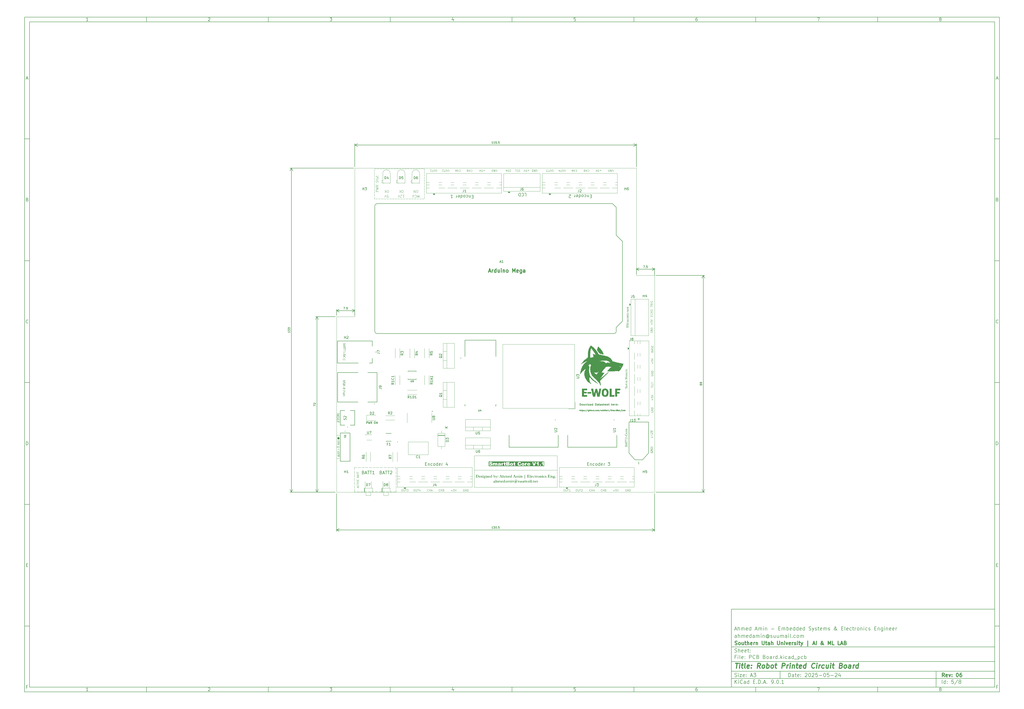
<source format=gbr>
%TF.GenerationSoftware,KiCad,Pcbnew,9.0.1*%
%TF.CreationDate,2025-05-27T23:19:41-06:00*%
%TF.ProjectId,PCB Board,50434220-426f-4617-9264-2e6b69636164,06*%
%TF.SameCoordinates,Original*%
%TF.FileFunction,Legend,Top*%
%TF.FilePolarity,Positive*%
%FSLAX46Y46*%
G04 Gerber Fmt 4.6, Leading zero omitted, Abs format (unit mm)*
G04 Created by KiCad (PCBNEW 9.0.1) date 2025-05-27 23:19:41*
%MOMM*%
%LPD*%
G01*
G04 APERTURE LIST*
%ADD10C,0.100000*%
%ADD11C,0.150000*%
%ADD12C,0.300000*%
%ADD13C,0.400000*%
%ADD14C,0.000000*%
%ADD15C,0.075000*%
%ADD16C,0.304800*%
%ADD17C,0.250000*%
%ADD18C,0.125000*%
%ADD19C,0.152400*%
%ADD20C,0.200000*%
%ADD21C,0.158750*%
%ADD22C,0.093750*%
%ADD23C,0.225000*%
%ADD24C,0.137500*%
%ADD25C,0.120000*%
%ADD26C,0.127000*%
%TA.AperFunction,Profile*%
%ADD27C,0.038100*%
%TD*%
G04 APERTURE END LIST*
D10*
D11*
X299989000Y-253002200D02*
X407989000Y-253002200D01*
X407989000Y-285002200D01*
X299989000Y-285002200D01*
X299989000Y-253002200D01*
D10*
D11*
X10000000Y-10000000D02*
X409989000Y-10000000D01*
X409989000Y-287002200D01*
X10000000Y-287002200D01*
X10000000Y-10000000D01*
D10*
D11*
X12000000Y-12000000D02*
X407989000Y-12000000D01*
X407989000Y-285002200D01*
X12000000Y-285002200D01*
X12000000Y-12000000D01*
D10*
D11*
X60000000Y-12000000D02*
X60000000Y-10000000D01*
D10*
D11*
X110000000Y-12000000D02*
X110000000Y-10000000D01*
D10*
D11*
X160000000Y-12000000D02*
X160000000Y-10000000D01*
D10*
D11*
X210000000Y-12000000D02*
X210000000Y-10000000D01*
D10*
D11*
X260000000Y-12000000D02*
X260000000Y-10000000D01*
D10*
D11*
X310000000Y-12000000D02*
X310000000Y-10000000D01*
D10*
D11*
X360000000Y-12000000D02*
X360000000Y-10000000D01*
D10*
D11*
X36089160Y-11593604D02*
X35346303Y-11593604D01*
X35717731Y-11593604D02*
X35717731Y-10293604D01*
X35717731Y-10293604D02*
X35593922Y-10479319D01*
X35593922Y-10479319D02*
X35470112Y-10603128D01*
X35470112Y-10603128D02*
X35346303Y-10665033D01*
D10*
D11*
X85346303Y-10417414D02*
X85408207Y-10355509D01*
X85408207Y-10355509D02*
X85532017Y-10293604D01*
X85532017Y-10293604D02*
X85841541Y-10293604D01*
X85841541Y-10293604D02*
X85965350Y-10355509D01*
X85965350Y-10355509D02*
X86027255Y-10417414D01*
X86027255Y-10417414D02*
X86089160Y-10541223D01*
X86089160Y-10541223D02*
X86089160Y-10665033D01*
X86089160Y-10665033D02*
X86027255Y-10850747D01*
X86027255Y-10850747D02*
X85284398Y-11593604D01*
X85284398Y-11593604D02*
X86089160Y-11593604D01*
D10*
D11*
X135284398Y-10293604D02*
X136089160Y-10293604D01*
X136089160Y-10293604D02*
X135655826Y-10788842D01*
X135655826Y-10788842D02*
X135841541Y-10788842D01*
X135841541Y-10788842D02*
X135965350Y-10850747D01*
X135965350Y-10850747D02*
X136027255Y-10912652D01*
X136027255Y-10912652D02*
X136089160Y-11036461D01*
X136089160Y-11036461D02*
X136089160Y-11345985D01*
X136089160Y-11345985D02*
X136027255Y-11469795D01*
X136027255Y-11469795D02*
X135965350Y-11531700D01*
X135965350Y-11531700D02*
X135841541Y-11593604D01*
X135841541Y-11593604D02*
X135470112Y-11593604D01*
X135470112Y-11593604D02*
X135346303Y-11531700D01*
X135346303Y-11531700D02*
X135284398Y-11469795D01*
D10*
D11*
X185965350Y-10726938D02*
X185965350Y-11593604D01*
X185655826Y-10231700D02*
X185346303Y-11160271D01*
X185346303Y-11160271D02*
X186151064Y-11160271D01*
D10*
D11*
X236027255Y-10293604D02*
X235408207Y-10293604D01*
X235408207Y-10293604D02*
X235346303Y-10912652D01*
X235346303Y-10912652D02*
X235408207Y-10850747D01*
X235408207Y-10850747D02*
X235532017Y-10788842D01*
X235532017Y-10788842D02*
X235841541Y-10788842D01*
X235841541Y-10788842D02*
X235965350Y-10850747D01*
X235965350Y-10850747D02*
X236027255Y-10912652D01*
X236027255Y-10912652D02*
X236089160Y-11036461D01*
X236089160Y-11036461D02*
X236089160Y-11345985D01*
X236089160Y-11345985D02*
X236027255Y-11469795D01*
X236027255Y-11469795D02*
X235965350Y-11531700D01*
X235965350Y-11531700D02*
X235841541Y-11593604D01*
X235841541Y-11593604D02*
X235532017Y-11593604D01*
X235532017Y-11593604D02*
X235408207Y-11531700D01*
X235408207Y-11531700D02*
X235346303Y-11469795D01*
D10*
D11*
X285965350Y-10293604D02*
X285717731Y-10293604D01*
X285717731Y-10293604D02*
X285593922Y-10355509D01*
X285593922Y-10355509D02*
X285532017Y-10417414D01*
X285532017Y-10417414D02*
X285408207Y-10603128D01*
X285408207Y-10603128D02*
X285346303Y-10850747D01*
X285346303Y-10850747D02*
X285346303Y-11345985D01*
X285346303Y-11345985D02*
X285408207Y-11469795D01*
X285408207Y-11469795D02*
X285470112Y-11531700D01*
X285470112Y-11531700D02*
X285593922Y-11593604D01*
X285593922Y-11593604D02*
X285841541Y-11593604D01*
X285841541Y-11593604D02*
X285965350Y-11531700D01*
X285965350Y-11531700D02*
X286027255Y-11469795D01*
X286027255Y-11469795D02*
X286089160Y-11345985D01*
X286089160Y-11345985D02*
X286089160Y-11036461D01*
X286089160Y-11036461D02*
X286027255Y-10912652D01*
X286027255Y-10912652D02*
X285965350Y-10850747D01*
X285965350Y-10850747D02*
X285841541Y-10788842D01*
X285841541Y-10788842D02*
X285593922Y-10788842D01*
X285593922Y-10788842D02*
X285470112Y-10850747D01*
X285470112Y-10850747D02*
X285408207Y-10912652D01*
X285408207Y-10912652D02*
X285346303Y-11036461D01*
D10*
D11*
X335284398Y-10293604D02*
X336151064Y-10293604D01*
X336151064Y-10293604D02*
X335593922Y-11593604D01*
D10*
D11*
X385593922Y-10850747D02*
X385470112Y-10788842D01*
X385470112Y-10788842D02*
X385408207Y-10726938D01*
X385408207Y-10726938D02*
X385346303Y-10603128D01*
X385346303Y-10603128D02*
X385346303Y-10541223D01*
X385346303Y-10541223D02*
X385408207Y-10417414D01*
X385408207Y-10417414D02*
X385470112Y-10355509D01*
X385470112Y-10355509D02*
X385593922Y-10293604D01*
X385593922Y-10293604D02*
X385841541Y-10293604D01*
X385841541Y-10293604D02*
X385965350Y-10355509D01*
X385965350Y-10355509D02*
X386027255Y-10417414D01*
X386027255Y-10417414D02*
X386089160Y-10541223D01*
X386089160Y-10541223D02*
X386089160Y-10603128D01*
X386089160Y-10603128D02*
X386027255Y-10726938D01*
X386027255Y-10726938D02*
X385965350Y-10788842D01*
X385965350Y-10788842D02*
X385841541Y-10850747D01*
X385841541Y-10850747D02*
X385593922Y-10850747D01*
X385593922Y-10850747D02*
X385470112Y-10912652D01*
X385470112Y-10912652D02*
X385408207Y-10974557D01*
X385408207Y-10974557D02*
X385346303Y-11098366D01*
X385346303Y-11098366D02*
X385346303Y-11345985D01*
X385346303Y-11345985D02*
X385408207Y-11469795D01*
X385408207Y-11469795D02*
X385470112Y-11531700D01*
X385470112Y-11531700D02*
X385593922Y-11593604D01*
X385593922Y-11593604D02*
X385841541Y-11593604D01*
X385841541Y-11593604D02*
X385965350Y-11531700D01*
X385965350Y-11531700D02*
X386027255Y-11469795D01*
X386027255Y-11469795D02*
X386089160Y-11345985D01*
X386089160Y-11345985D02*
X386089160Y-11098366D01*
X386089160Y-11098366D02*
X386027255Y-10974557D01*
X386027255Y-10974557D02*
X385965350Y-10912652D01*
X385965350Y-10912652D02*
X385841541Y-10850747D01*
D10*
D11*
X60000000Y-285002200D02*
X60000000Y-287002200D01*
D10*
D11*
X110000000Y-285002200D02*
X110000000Y-287002200D01*
D10*
D11*
X160000000Y-285002200D02*
X160000000Y-287002200D01*
D10*
D11*
X210000000Y-285002200D02*
X210000000Y-287002200D01*
D10*
D11*
X260000000Y-285002200D02*
X260000000Y-287002200D01*
D10*
D11*
X310000000Y-285002200D02*
X310000000Y-287002200D01*
D10*
D11*
X360000000Y-285002200D02*
X360000000Y-287002200D01*
D10*
D11*
X36089160Y-286595804D02*
X35346303Y-286595804D01*
X35717731Y-286595804D02*
X35717731Y-285295804D01*
X35717731Y-285295804D02*
X35593922Y-285481519D01*
X35593922Y-285481519D02*
X35470112Y-285605328D01*
X35470112Y-285605328D02*
X35346303Y-285667233D01*
D10*
D11*
X85346303Y-285419614D02*
X85408207Y-285357709D01*
X85408207Y-285357709D02*
X85532017Y-285295804D01*
X85532017Y-285295804D02*
X85841541Y-285295804D01*
X85841541Y-285295804D02*
X85965350Y-285357709D01*
X85965350Y-285357709D02*
X86027255Y-285419614D01*
X86027255Y-285419614D02*
X86089160Y-285543423D01*
X86089160Y-285543423D02*
X86089160Y-285667233D01*
X86089160Y-285667233D02*
X86027255Y-285852947D01*
X86027255Y-285852947D02*
X85284398Y-286595804D01*
X85284398Y-286595804D02*
X86089160Y-286595804D01*
D10*
D11*
X135284398Y-285295804D02*
X136089160Y-285295804D01*
X136089160Y-285295804D02*
X135655826Y-285791042D01*
X135655826Y-285791042D02*
X135841541Y-285791042D01*
X135841541Y-285791042D02*
X135965350Y-285852947D01*
X135965350Y-285852947D02*
X136027255Y-285914852D01*
X136027255Y-285914852D02*
X136089160Y-286038661D01*
X136089160Y-286038661D02*
X136089160Y-286348185D01*
X136089160Y-286348185D02*
X136027255Y-286471995D01*
X136027255Y-286471995D02*
X135965350Y-286533900D01*
X135965350Y-286533900D02*
X135841541Y-286595804D01*
X135841541Y-286595804D02*
X135470112Y-286595804D01*
X135470112Y-286595804D02*
X135346303Y-286533900D01*
X135346303Y-286533900D02*
X135284398Y-286471995D01*
D10*
D11*
X185965350Y-285729138D02*
X185965350Y-286595804D01*
X185655826Y-285233900D02*
X185346303Y-286162471D01*
X185346303Y-286162471D02*
X186151064Y-286162471D01*
D10*
D11*
X236027255Y-285295804D02*
X235408207Y-285295804D01*
X235408207Y-285295804D02*
X235346303Y-285914852D01*
X235346303Y-285914852D02*
X235408207Y-285852947D01*
X235408207Y-285852947D02*
X235532017Y-285791042D01*
X235532017Y-285791042D02*
X235841541Y-285791042D01*
X235841541Y-285791042D02*
X235965350Y-285852947D01*
X235965350Y-285852947D02*
X236027255Y-285914852D01*
X236027255Y-285914852D02*
X236089160Y-286038661D01*
X236089160Y-286038661D02*
X236089160Y-286348185D01*
X236089160Y-286348185D02*
X236027255Y-286471995D01*
X236027255Y-286471995D02*
X235965350Y-286533900D01*
X235965350Y-286533900D02*
X235841541Y-286595804D01*
X235841541Y-286595804D02*
X235532017Y-286595804D01*
X235532017Y-286595804D02*
X235408207Y-286533900D01*
X235408207Y-286533900D02*
X235346303Y-286471995D01*
D10*
D11*
X285965350Y-285295804D02*
X285717731Y-285295804D01*
X285717731Y-285295804D02*
X285593922Y-285357709D01*
X285593922Y-285357709D02*
X285532017Y-285419614D01*
X285532017Y-285419614D02*
X285408207Y-285605328D01*
X285408207Y-285605328D02*
X285346303Y-285852947D01*
X285346303Y-285852947D02*
X285346303Y-286348185D01*
X285346303Y-286348185D02*
X285408207Y-286471995D01*
X285408207Y-286471995D02*
X285470112Y-286533900D01*
X285470112Y-286533900D02*
X285593922Y-286595804D01*
X285593922Y-286595804D02*
X285841541Y-286595804D01*
X285841541Y-286595804D02*
X285965350Y-286533900D01*
X285965350Y-286533900D02*
X286027255Y-286471995D01*
X286027255Y-286471995D02*
X286089160Y-286348185D01*
X286089160Y-286348185D02*
X286089160Y-286038661D01*
X286089160Y-286038661D02*
X286027255Y-285914852D01*
X286027255Y-285914852D02*
X285965350Y-285852947D01*
X285965350Y-285852947D02*
X285841541Y-285791042D01*
X285841541Y-285791042D02*
X285593922Y-285791042D01*
X285593922Y-285791042D02*
X285470112Y-285852947D01*
X285470112Y-285852947D02*
X285408207Y-285914852D01*
X285408207Y-285914852D02*
X285346303Y-286038661D01*
D10*
D11*
X335284398Y-285295804D02*
X336151064Y-285295804D01*
X336151064Y-285295804D02*
X335593922Y-286595804D01*
D10*
D11*
X385593922Y-285852947D02*
X385470112Y-285791042D01*
X385470112Y-285791042D02*
X385408207Y-285729138D01*
X385408207Y-285729138D02*
X385346303Y-285605328D01*
X385346303Y-285605328D02*
X385346303Y-285543423D01*
X385346303Y-285543423D02*
X385408207Y-285419614D01*
X385408207Y-285419614D02*
X385470112Y-285357709D01*
X385470112Y-285357709D02*
X385593922Y-285295804D01*
X385593922Y-285295804D02*
X385841541Y-285295804D01*
X385841541Y-285295804D02*
X385965350Y-285357709D01*
X385965350Y-285357709D02*
X386027255Y-285419614D01*
X386027255Y-285419614D02*
X386089160Y-285543423D01*
X386089160Y-285543423D02*
X386089160Y-285605328D01*
X386089160Y-285605328D02*
X386027255Y-285729138D01*
X386027255Y-285729138D02*
X385965350Y-285791042D01*
X385965350Y-285791042D02*
X385841541Y-285852947D01*
X385841541Y-285852947D02*
X385593922Y-285852947D01*
X385593922Y-285852947D02*
X385470112Y-285914852D01*
X385470112Y-285914852D02*
X385408207Y-285976757D01*
X385408207Y-285976757D02*
X385346303Y-286100566D01*
X385346303Y-286100566D02*
X385346303Y-286348185D01*
X385346303Y-286348185D02*
X385408207Y-286471995D01*
X385408207Y-286471995D02*
X385470112Y-286533900D01*
X385470112Y-286533900D02*
X385593922Y-286595804D01*
X385593922Y-286595804D02*
X385841541Y-286595804D01*
X385841541Y-286595804D02*
X385965350Y-286533900D01*
X385965350Y-286533900D02*
X386027255Y-286471995D01*
X386027255Y-286471995D02*
X386089160Y-286348185D01*
X386089160Y-286348185D02*
X386089160Y-286100566D01*
X386089160Y-286100566D02*
X386027255Y-285976757D01*
X386027255Y-285976757D02*
X385965350Y-285914852D01*
X385965350Y-285914852D02*
X385841541Y-285852947D01*
D10*
D11*
X10000000Y-60000000D02*
X12000000Y-60000000D01*
D10*
D11*
X10000000Y-110000000D02*
X12000000Y-110000000D01*
D10*
D11*
X10000000Y-160000000D02*
X12000000Y-160000000D01*
D10*
D11*
X10000000Y-210000000D02*
X12000000Y-210000000D01*
D10*
D11*
X10000000Y-260000000D02*
X12000000Y-260000000D01*
D10*
D11*
X10690476Y-35222176D02*
X11309523Y-35222176D01*
X10566666Y-35593604D02*
X10999999Y-34293604D01*
X10999999Y-34293604D02*
X11433333Y-35593604D01*
D10*
D11*
X11092857Y-84912652D02*
X11278571Y-84974557D01*
X11278571Y-84974557D02*
X11340476Y-85036461D01*
X11340476Y-85036461D02*
X11402380Y-85160271D01*
X11402380Y-85160271D02*
X11402380Y-85345985D01*
X11402380Y-85345985D02*
X11340476Y-85469795D01*
X11340476Y-85469795D02*
X11278571Y-85531700D01*
X11278571Y-85531700D02*
X11154761Y-85593604D01*
X11154761Y-85593604D02*
X10659523Y-85593604D01*
X10659523Y-85593604D02*
X10659523Y-84293604D01*
X10659523Y-84293604D02*
X11092857Y-84293604D01*
X11092857Y-84293604D02*
X11216666Y-84355509D01*
X11216666Y-84355509D02*
X11278571Y-84417414D01*
X11278571Y-84417414D02*
X11340476Y-84541223D01*
X11340476Y-84541223D02*
X11340476Y-84665033D01*
X11340476Y-84665033D02*
X11278571Y-84788842D01*
X11278571Y-84788842D02*
X11216666Y-84850747D01*
X11216666Y-84850747D02*
X11092857Y-84912652D01*
X11092857Y-84912652D02*
X10659523Y-84912652D01*
D10*
D11*
X11402380Y-135469795D02*
X11340476Y-135531700D01*
X11340476Y-135531700D02*
X11154761Y-135593604D01*
X11154761Y-135593604D02*
X11030952Y-135593604D01*
X11030952Y-135593604D02*
X10845238Y-135531700D01*
X10845238Y-135531700D02*
X10721428Y-135407890D01*
X10721428Y-135407890D02*
X10659523Y-135284080D01*
X10659523Y-135284080D02*
X10597619Y-135036461D01*
X10597619Y-135036461D02*
X10597619Y-134850747D01*
X10597619Y-134850747D02*
X10659523Y-134603128D01*
X10659523Y-134603128D02*
X10721428Y-134479319D01*
X10721428Y-134479319D02*
X10845238Y-134355509D01*
X10845238Y-134355509D02*
X11030952Y-134293604D01*
X11030952Y-134293604D02*
X11154761Y-134293604D01*
X11154761Y-134293604D02*
X11340476Y-134355509D01*
X11340476Y-134355509D02*
X11402380Y-134417414D01*
D10*
D11*
X10659523Y-185593604D02*
X10659523Y-184293604D01*
X10659523Y-184293604D02*
X10969047Y-184293604D01*
X10969047Y-184293604D02*
X11154761Y-184355509D01*
X11154761Y-184355509D02*
X11278571Y-184479319D01*
X11278571Y-184479319D02*
X11340476Y-184603128D01*
X11340476Y-184603128D02*
X11402380Y-184850747D01*
X11402380Y-184850747D02*
X11402380Y-185036461D01*
X11402380Y-185036461D02*
X11340476Y-185284080D01*
X11340476Y-185284080D02*
X11278571Y-185407890D01*
X11278571Y-185407890D02*
X11154761Y-185531700D01*
X11154761Y-185531700D02*
X10969047Y-185593604D01*
X10969047Y-185593604D02*
X10659523Y-185593604D01*
D10*
D11*
X10721428Y-234912652D02*
X11154762Y-234912652D01*
X11340476Y-235593604D02*
X10721428Y-235593604D01*
X10721428Y-235593604D02*
X10721428Y-234293604D01*
X10721428Y-234293604D02*
X11340476Y-234293604D01*
D10*
D11*
X11185714Y-284912652D02*
X10752380Y-284912652D01*
X10752380Y-285593604D02*
X10752380Y-284293604D01*
X10752380Y-284293604D02*
X11371428Y-284293604D01*
D10*
D11*
X409989000Y-60000000D02*
X407989000Y-60000000D01*
D10*
D11*
X409989000Y-110000000D02*
X407989000Y-110000000D01*
D10*
D11*
X409989000Y-160000000D02*
X407989000Y-160000000D01*
D10*
D11*
X409989000Y-210000000D02*
X407989000Y-210000000D01*
D10*
D11*
X409989000Y-260000000D02*
X407989000Y-260000000D01*
D10*
D11*
X408679476Y-35222176D02*
X409298523Y-35222176D01*
X408555666Y-35593604D02*
X408988999Y-34293604D01*
X408988999Y-34293604D02*
X409422333Y-35593604D01*
D10*
D11*
X409081857Y-84912652D02*
X409267571Y-84974557D01*
X409267571Y-84974557D02*
X409329476Y-85036461D01*
X409329476Y-85036461D02*
X409391380Y-85160271D01*
X409391380Y-85160271D02*
X409391380Y-85345985D01*
X409391380Y-85345985D02*
X409329476Y-85469795D01*
X409329476Y-85469795D02*
X409267571Y-85531700D01*
X409267571Y-85531700D02*
X409143761Y-85593604D01*
X409143761Y-85593604D02*
X408648523Y-85593604D01*
X408648523Y-85593604D02*
X408648523Y-84293604D01*
X408648523Y-84293604D02*
X409081857Y-84293604D01*
X409081857Y-84293604D02*
X409205666Y-84355509D01*
X409205666Y-84355509D02*
X409267571Y-84417414D01*
X409267571Y-84417414D02*
X409329476Y-84541223D01*
X409329476Y-84541223D02*
X409329476Y-84665033D01*
X409329476Y-84665033D02*
X409267571Y-84788842D01*
X409267571Y-84788842D02*
X409205666Y-84850747D01*
X409205666Y-84850747D02*
X409081857Y-84912652D01*
X409081857Y-84912652D02*
X408648523Y-84912652D01*
D10*
D11*
X409391380Y-135469795D02*
X409329476Y-135531700D01*
X409329476Y-135531700D02*
X409143761Y-135593604D01*
X409143761Y-135593604D02*
X409019952Y-135593604D01*
X409019952Y-135593604D02*
X408834238Y-135531700D01*
X408834238Y-135531700D02*
X408710428Y-135407890D01*
X408710428Y-135407890D02*
X408648523Y-135284080D01*
X408648523Y-135284080D02*
X408586619Y-135036461D01*
X408586619Y-135036461D02*
X408586619Y-134850747D01*
X408586619Y-134850747D02*
X408648523Y-134603128D01*
X408648523Y-134603128D02*
X408710428Y-134479319D01*
X408710428Y-134479319D02*
X408834238Y-134355509D01*
X408834238Y-134355509D02*
X409019952Y-134293604D01*
X409019952Y-134293604D02*
X409143761Y-134293604D01*
X409143761Y-134293604D02*
X409329476Y-134355509D01*
X409329476Y-134355509D02*
X409391380Y-134417414D01*
D10*
D11*
X408648523Y-185593604D02*
X408648523Y-184293604D01*
X408648523Y-184293604D02*
X408958047Y-184293604D01*
X408958047Y-184293604D02*
X409143761Y-184355509D01*
X409143761Y-184355509D02*
X409267571Y-184479319D01*
X409267571Y-184479319D02*
X409329476Y-184603128D01*
X409329476Y-184603128D02*
X409391380Y-184850747D01*
X409391380Y-184850747D02*
X409391380Y-185036461D01*
X409391380Y-185036461D02*
X409329476Y-185284080D01*
X409329476Y-185284080D02*
X409267571Y-185407890D01*
X409267571Y-185407890D02*
X409143761Y-185531700D01*
X409143761Y-185531700D02*
X408958047Y-185593604D01*
X408958047Y-185593604D02*
X408648523Y-185593604D01*
D10*
D11*
X408710428Y-234912652D02*
X409143762Y-234912652D01*
X409329476Y-235593604D02*
X408710428Y-235593604D01*
X408710428Y-235593604D02*
X408710428Y-234293604D01*
X408710428Y-234293604D02*
X409329476Y-234293604D01*
D10*
D11*
X409174714Y-284912652D02*
X408741380Y-284912652D01*
X408741380Y-285593604D02*
X408741380Y-284293604D01*
X408741380Y-284293604D02*
X409360428Y-284293604D01*
D10*
D11*
X323444826Y-280788328D02*
X323444826Y-279288328D01*
X323444826Y-279288328D02*
X323801969Y-279288328D01*
X323801969Y-279288328D02*
X324016255Y-279359757D01*
X324016255Y-279359757D02*
X324159112Y-279502614D01*
X324159112Y-279502614D02*
X324230541Y-279645471D01*
X324230541Y-279645471D02*
X324301969Y-279931185D01*
X324301969Y-279931185D02*
X324301969Y-280145471D01*
X324301969Y-280145471D02*
X324230541Y-280431185D01*
X324230541Y-280431185D02*
X324159112Y-280574042D01*
X324159112Y-280574042D02*
X324016255Y-280716900D01*
X324016255Y-280716900D02*
X323801969Y-280788328D01*
X323801969Y-280788328D02*
X323444826Y-280788328D01*
X325587684Y-280788328D02*
X325587684Y-280002614D01*
X325587684Y-280002614D02*
X325516255Y-279859757D01*
X325516255Y-279859757D02*
X325373398Y-279788328D01*
X325373398Y-279788328D02*
X325087684Y-279788328D01*
X325087684Y-279788328D02*
X324944826Y-279859757D01*
X325587684Y-280716900D02*
X325444826Y-280788328D01*
X325444826Y-280788328D02*
X325087684Y-280788328D01*
X325087684Y-280788328D02*
X324944826Y-280716900D01*
X324944826Y-280716900D02*
X324873398Y-280574042D01*
X324873398Y-280574042D02*
X324873398Y-280431185D01*
X324873398Y-280431185D02*
X324944826Y-280288328D01*
X324944826Y-280288328D02*
X325087684Y-280216900D01*
X325087684Y-280216900D02*
X325444826Y-280216900D01*
X325444826Y-280216900D02*
X325587684Y-280145471D01*
X326087684Y-279788328D02*
X326659112Y-279788328D01*
X326301969Y-279288328D02*
X326301969Y-280574042D01*
X326301969Y-280574042D02*
X326373398Y-280716900D01*
X326373398Y-280716900D02*
X326516255Y-280788328D01*
X326516255Y-280788328D02*
X326659112Y-280788328D01*
X327730541Y-280716900D02*
X327587684Y-280788328D01*
X327587684Y-280788328D02*
X327301970Y-280788328D01*
X327301970Y-280788328D02*
X327159112Y-280716900D01*
X327159112Y-280716900D02*
X327087684Y-280574042D01*
X327087684Y-280574042D02*
X327087684Y-280002614D01*
X327087684Y-280002614D02*
X327159112Y-279859757D01*
X327159112Y-279859757D02*
X327301970Y-279788328D01*
X327301970Y-279788328D02*
X327587684Y-279788328D01*
X327587684Y-279788328D02*
X327730541Y-279859757D01*
X327730541Y-279859757D02*
X327801970Y-280002614D01*
X327801970Y-280002614D02*
X327801970Y-280145471D01*
X327801970Y-280145471D02*
X327087684Y-280288328D01*
X328444826Y-280645471D02*
X328516255Y-280716900D01*
X328516255Y-280716900D02*
X328444826Y-280788328D01*
X328444826Y-280788328D02*
X328373398Y-280716900D01*
X328373398Y-280716900D02*
X328444826Y-280645471D01*
X328444826Y-280645471D02*
X328444826Y-280788328D01*
X328444826Y-279859757D02*
X328516255Y-279931185D01*
X328516255Y-279931185D02*
X328444826Y-280002614D01*
X328444826Y-280002614D02*
X328373398Y-279931185D01*
X328373398Y-279931185D02*
X328444826Y-279859757D01*
X328444826Y-279859757D02*
X328444826Y-280002614D01*
X330230541Y-279431185D02*
X330301969Y-279359757D01*
X330301969Y-279359757D02*
X330444827Y-279288328D01*
X330444827Y-279288328D02*
X330801969Y-279288328D01*
X330801969Y-279288328D02*
X330944827Y-279359757D01*
X330944827Y-279359757D02*
X331016255Y-279431185D01*
X331016255Y-279431185D02*
X331087684Y-279574042D01*
X331087684Y-279574042D02*
X331087684Y-279716900D01*
X331087684Y-279716900D02*
X331016255Y-279931185D01*
X331016255Y-279931185D02*
X330159112Y-280788328D01*
X330159112Y-280788328D02*
X331087684Y-280788328D01*
X332016255Y-279288328D02*
X332159112Y-279288328D01*
X332159112Y-279288328D02*
X332301969Y-279359757D01*
X332301969Y-279359757D02*
X332373398Y-279431185D01*
X332373398Y-279431185D02*
X332444826Y-279574042D01*
X332444826Y-279574042D02*
X332516255Y-279859757D01*
X332516255Y-279859757D02*
X332516255Y-280216900D01*
X332516255Y-280216900D02*
X332444826Y-280502614D01*
X332444826Y-280502614D02*
X332373398Y-280645471D01*
X332373398Y-280645471D02*
X332301969Y-280716900D01*
X332301969Y-280716900D02*
X332159112Y-280788328D01*
X332159112Y-280788328D02*
X332016255Y-280788328D01*
X332016255Y-280788328D02*
X331873398Y-280716900D01*
X331873398Y-280716900D02*
X331801969Y-280645471D01*
X331801969Y-280645471D02*
X331730540Y-280502614D01*
X331730540Y-280502614D02*
X331659112Y-280216900D01*
X331659112Y-280216900D02*
X331659112Y-279859757D01*
X331659112Y-279859757D02*
X331730540Y-279574042D01*
X331730540Y-279574042D02*
X331801969Y-279431185D01*
X331801969Y-279431185D02*
X331873398Y-279359757D01*
X331873398Y-279359757D02*
X332016255Y-279288328D01*
X333087683Y-279431185D02*
X333159111Y-279359757D01*
X333159111Y-279359757D02*
X333301969Y-279288328D01*
X333301969Y-279288328D02*
X333659111Y-279288328D01*
X333659111Y-279288328D02*
X333801969Y-279359757D01*
X333801969Y-279359757D02*
X333873397Y-279431185D01*
X333873397Y-279431185D02*
X333944826Y-279574042D01*
X333944826Y-279574042D02*
X333944826Y-279716900D01*
X333944826Y-279716900D02*
X333873397Y-279931185D01*
X333873397Y-279931185D02*
X333016254Y-280788328D01*
X333016254Y-280788328D02*
X333944826Y-280788328D01*
X335301968Y-279288328D02*
X334587682Y-279288328D01*
X334587682Y-279288328D02*
X334516254Y-280002614D01*
X334516254Y-280002614D02*
X334587682Y-279931185D01*
X334587682Y-279931185D02*
X334730540Y-279859757D01*
X334730540Y-279859757D02*
X335087682Y-279859757D01*
X335087682Y-279859757D02*
X335230540Y-279931185D01*
X335230540Y-279931185D02*
X335301968Y-280002614D01*
X335301968Y-280002614D02*
X335373397Y-280145471D01*
X335373397Y-280145471D02*
X335373397Y-280502614D01*
X335373397Y-280502614D02*
X335301968Y-280645471D01*
X335301968Y-280645471D02*
X335230540Y-280716900D01*
X335230540Y-280716900D02*
X335087682Y-280788328D01*
X335087682Y-280788328D02*
X334730540Y-280788328D01*
X334730540Y-280788328D02*
X334587682Y-280716900D01*
X334587682Y-280716900D02*
X334516254Y-280645471D01*
X336016253Y-280216900D02*
X337159111Y-280216900D01*
X338159111Y-279288328D02*
X338301968Y-279288328D01*
X338301968Y-279288328D02*
X338444825Y-279359757D01*
X338444825Y-279359757D02*
X338516254Y-279431185D01*
X338516254Y-279431185D02*
X338587682Y-279574042D01*
X338587682Y-279574042D02*
X338659111Y-279859757D01*
X338659111Y-279859757D02*
X338659111Y-280216900D01*
X338659111Y-280216900D02*
X338587682Y-280502614D01*
X338587682Y-280502614D02*
X338516254Y-280645471D01*
X338516254Y-280645471D02*
X338444825Y-280716900D01*
X338444825Y-280716900D02*
X338301968Y-280788328D01*
X338301968Y-280788328D02*
X338159111Y-280788328D01*
X338159111Y-280788328D02*
X338016254Y-280716900D01*
X338016254Y-280716900D02*
X337944825Y-280645471D01*
X337944825Y-280645471D02*
X337873396Y-280502614D01*
X337873396Y-280502614D02*
X337801968Y-280216900D01*
X337801968Y-280216900D02*
X337801968Y-279859757D01*
X337801968Y-279859757D02*
X337873396Y-279574042D01*
X337873396Y-279574042D02*
X337944825Y-279431185D01*
X337944825Y-279431185D02*
X338016254Y-279359757D01*
X338016254Y-279359757D02*
X338159111Y-279288328D01*
X340016253Y-279288328D02*
X339301967Y-279288328D01*
X339301967Y-279288328D02*
X339230539Y-280002614D01*
X339230539Y-280002614D02*
X339301967Y-279931185D01*
X339301967Y-279931185D02*
X339444825Y-279859757D01*
X339444825Y-279859757D02*
X339801967Y-279859757D01*
X339801967Y-279859757D02*
X339944825Y-279931185D01*
X339944825Y-279931185D02*
X340016253Y-280002614D01*
X340016253Y-280002614D02*
X340087682Y-280145471D01*
X340087682Y-280145471D02*
X340087682Y-280502614D01*
X340087682Y-280502614D02*
X340016253Y-280645471D01*
X340016253Y-280645471D02*
X339944825Y-280716900D01*
X339944825Y-280716900D02*
X339801967Y-280788328D01*
X339801967Y-280788328D02*
X339444825Y-280788328D01*
X339444825Y-280788328D02*
X339301967Y-280716900D01*
X339301967Y-280716900D02*
X339230539Y-280645471D01*
X340730538Y-280216900D02*
X341873396Y-280216900D01*
X342516253Y-279431185D02*
X342587681Y-279359757D01*
X342587681Y-279359757D02*
X342730539Y-279288328D01*
X342730539Y-279288328D02*
X343087681Y-279288328D01*
X343087681Y-279288328D02*
X343230539Y-279359757D01*
X343230539Y-279359757D02*
X343301967Y-279431185D01*
X343301967Y-279431185D02*
X343373396Y-279574042D01*
X343373396Y-279574042D02*
X343373396Y-279716900D01*
X343373396Y-279716900D02*
X343301967Y-279931185D01*
X343301967Y-279931185D02*
X342444824Y-280788328D01*
X342444824Y-280788328D02*
X343373396Y-280788328D01*
X344659110Y-279788328D02*
X344659110Y-280788328D01*
X344301967Y-279216900D02*
X343944824Y-280288328D01*
X343944824Y-280288328D02*
X344873395Y-280288328D01*
D10*
D11*
X299989000Y-281502200D02*
X407989000Y-281502200D01*
D10*
D11*
X301444826Y-283588328D02*
X301444826Y-282088328D01*
X302301969Y-283588328D02*
X301659112Y-282731185D01*
X302301969Y-282088328D02*
X301444826Y-282945471D01*
X302944826Y-283588328D02*
X302944826Y-282588328D01*
X302944826Y-282088328D02*
X302873398Y-282159757D01*
X302873398Y-282159757D02*
X302944826Y-282231185D01*
X302944826Y-282231185D02*
X303016255Y-282159757D01*
X303016255Y-282159757D02*
X302944826Y-282088328D01*
X302944826Y-282088328D02*
X302944826Y-282231185D01*
X304516255Y-283445471D02*
X304444827Y-283516900D01*
X304444827Y-283516900D02*
X304230541Y-283588328D01*
X304230541Y-283588328D02*
X304087684Y-283588328D01*
X304087684Y-283588328D02*
X303873398Y-283516900D01*
X303873398Y-283516900D02*
X303730541Y-283374042D01*
X303730541Y-283374042D02*
X303659112Y-283231185D01*
X303659112Y-283231185D02*
X303587684Y-282945471D01*
X303587684Y-282945471D02*
X303587684Y-282731185D01*
X303587684Y-282731185D02*
X303659112Y-282445471D01*
X303659112Y-282445471D02*
X303730541Y-282302614D01*
X303730541Y-282302614D02*
X303873398Y-282159757D01*
X303873398Y-282159757D02*
X304087684Y-282088328D01*
X304087684Y-282088328D02*
X304230541Y-282088328D01*
X304230541Y-282088328D02*
X304444827Y-282159757D01*
X304444827Y-282159757D02*
X304516255Y-282231185D01*
X305801970Y-283588328D02*
X305801970Y-282802614D01*
X305801970Y-282802614D02*
X305730541Y-282659757D01*
X305730541Y-282659757D02*
X305587684Y-282588328D01*
X305587684Y-282588328D02*
X305301970Y-282588328D01*
X305301970Y-282588328D02*
X305159112Y-282659757D01*
X305801970Y-283516900D02*
X305659112Y-283588328D01*
X305659112Y-283588328D02*
X305301970Y-283588328D01*
X305301970Y-283588328D02*
X305159112Y-283516900D01*
X305159112Y-283516900D02*
X305087684Y-283374042D01*
X305087684Y-283374042D02*
X305087684Y-283231185D01*
X305087684Y-283231185D02*
X305159112Y-283088328D01*
X305159112Y-283088328D02*
X305301970Y-283016900D01*
X305301970Y-283016900D02*
X305659112Y-283016900D01*
X305659112Y-283016900D02*
X305801970Y-282945471D01*
X307159113Y-283588328D02*
X307159113Y-282088328D01*
X307159113Y-283516900D02*
X307016255Y-283588328D01*
X307016255Y-283588328D02*
X306730541Y-283588328D01*
X306730541Y-283588328D02*
X306587684Y-283516900D01*
X306587684Y-283516900D02*
X306516255Y-283445471D01*
X306516255Y-283445471D02*
X306444827Y-283302614D01*
X306444827Y-283302614D02*
X306444827Y-282874042D01*
X306444827Y-282874042D02*
X306516255Y-282731185D01*
X306516255Y-282731185D02*
X306587684Y-282659757D01*
X306587684Y-282659757D02*
X306730541Y-282588328D01*
X306730541Y-282588328D02*
X307016255Y-282588328D01*
X307016255Y-282588328D02*
X307159113Y-282659757D01*
X309016255Y-282802614D02*
X309516255Y-282802614D01*
X309730541Y-283588328D02*
X309016255Y-283588328D01*
X309016255Y-283588328D02*
X309016255Y-282088328D01*
X309016255Y-282088328D02*
X309730541Y-282088328D01*
X310373398Y-283445471D02*
X310444827Y-283516900D01*
X310444827Y-283516900D02*
X310373398Y-283588328D01*
X310373398Y-283588328D02*
X310301970Y-283516900D01*
X310301970Y-283516900D02*
X310373398Y-283445471D01*
X310373398Y-283445471D02*
X310373398Y-283588328D01*
X311087684Y-283588328D02*
X311087684Y-282088328D01*
X311087684Y-282088328D02*
X311444827Y-282088328D01*
X311444827Y-282088328D02*
X311659113Y-282159757D01*
X311659113Y-282159757D02*
X311801970Y-282302614D01*
X311801970Y-282302614D02*
X311873399Y-282445471D01*
X311873399Y-282445471D02*
X311944827Y-282731185D01*
X311944827Y-282731185D02*
X311944827Y-282945471D01*
X311944827Y-282945471D02*
X311873399Y-283231185D01*
X311873399Y-283231185D02*
X311801970Y-283374042D01*
X311801970Y-283374042D02*
X311659113Y-283516900D01*
X311659113Y-283516900D02*
X311444827Y-283588328D01*
X311444827Y-283588328D02*
X311087684Y-283588328D01*
X312587684Y-283445471D02*
X312659113Y-283516900D01*
X312659113Y-283516900D02*
X312587684Y-283588328D01*
X312587684Y-283588328D02*
X312516256Y-283516900D01*
X312516256Y-283516900D02*
X312587684Y-283445471D01*
X312587684Y-283445471D02*
X312587684Y-283588328D01*
X313230542Y-283159757D02*
X313944828Y-283159757D01*
X313087685Y-283588328D02*
X313587685Y-282088328D01*
X313587685Y-282088328D02*
X314087685Y-283588328D01*
X314587684Y-283445471D02*
X314659113Y-283516900D01*
X314659113Y-283516900D02*
X314587684Y-283588328D01*
X314587684Y-283588328D02*
X314516256Y-283516900D01*
X314516256Y-283516900D02*
X314587684Y-283445471D01*
X314587684Y-283445471D02*
X314587684Y-283588328D01*
X316516256Y-283588328D02*
X316801970Y-283588328D01*
X316801970Y-283588328D02*
X316944827Y-283516900D01*
X316944827Y-283516900D02*
X317016256Y-283445471D01*
X317016256Y-283445471D02*
X317159113Y-283231185D01*
X317159113Y-283231185D02*
X317230542Y-282945471D01*
X317230542Y-282945471D02*
X317230542Y-282374042D01*
X317230542Y-282374042D02*
X317159113Y-282231185D01*
X317159113Y-282231185D02*
X317087685Y-282159757D01*
X317087685Y-282159757D02*
X316944827Y-282088328D01*
X316944827Y-282088328D02*
X316659113Y-282088328D01*
X316659113Y-282088328D02*
X316516256Y-282159757D01*
X316516256Y-282159757D02*
X316444827Y-282231185D01*
X316444827Y-282231185D02*
X316373399Y-282374042D01*
X316373399Y-282374042D02*
X316373399Y-282731185D01*
X316373399Y-282731185D02*
X316444827Y-282874042D01*
X316444827Y-282874042D02*
X316516256Y-282945471D01*
X316516256Y-282945471D02*
X316659113Y-283016900D01*
X316659113Y-283016900D02*
X316944827Y-283016900D01*
X316944827Y-283016900D02*
X317087685Y-282945471D01*
X317087685Y-282945471D02*
X317159113Y-282874042D01*
X317159113Y-282874042D02*
X317230542Y-282731185D01*
X317873398Y-283445471D02*
X317944827Y-283516900D01*
X317944827Y-283516900D02*
X317873398Y-283588328D01*
X317873398Y-283588328D02*
X317801970Y-283516900D01*
X317801970Y-283516900D02*
X317873398Y-283445471D01*
X317873398Y-283445471D02*
X317873398Y-283588328D01*
X318873399Y-282088328D02*
X319016256Y-282088328D01*
X319016256Y-282088328D02*
X319159113Y-282159757D01*
X319159113Y-282159757D02*
X319230542Y-282231185D01*
X319230542Y-282231185D02*
X319301970Y-282374042D01*
X319301970Y-282374042D02*
X319373399Y-282659757D01*
X319373399Y-282659757D02*
X319373399Y-283016900D01*
X319373399Y-283016900D02*
X319301970Y-283302614D01*
X319301970Y-283302614D02*
X319230542Y-283445471D01*
X319230542Y-283445471D02*
X319159113Y-283516900D01*
X319159113Y-283516900D02*
X319016256Y-283588328D01*
X319016256Y-283588328D02*
X318873399Y-283588328D01*
X318873399Y-283588328D02*
X318730542Y-283516900D01*
X318730542Y-283516900D02*
X318659113Y-283445471D01*
X318659113Y-283445471D02*
X318587684Y-283302614D01*
X318587684Y-283302614D02*
X318516256Y-283016900D01*
X318516256Y-283016900D02*
X318516256Y-282659757D01*
X318516256Y-282659757D02*
X318587684Y-282374042D01*
X318587684Y-282374042D02*
X318659113Y-282231185D01*
X318659113Y-282231185D02*
X318730542Y-282159757D01*
X318730542Y-282159757D02*
X318873399Y-282088328D01*
X320016255Y-283445471D02*
X320087684Y-283516900D01*
X320087684Y-283516900D02*
X320016255Y-283588328D01*
X320016255Y-283588328D02*
X319944827Y-283516900D01*
X319944827Y-283516900D02*
X320016255Y-283445471D01*
X320016255Y-283445471D02*
X320016255Y-283588328D01*
X321516256Y-283588328D02*
X320659113Y-283588328D01*
X321087684Y-283588328D02*
X321087684Y-282088328D01*
X321087684Y-282088328D02*
X320944827Y-282302614D01*
X320944827Y-282302614D02*
X320801970Y-282445471D01*
X320801970Y-282445471D02*
X320659113Y-282516900D01*
D10*
D11*
X299989000Y-278502200D02*
X407989000Y-278502200D01*
D10*
D12*
X387400653Y-280780528D02*
X386900653Y-280066242D01*
X386543510Y-280780528D02*
X386543510Y-279280528D01*
X386543510Y-279280528D02*
X387114939Y-279280528D01*
X387114939Y-279280528D02*
X387257796Y-279351957D01*
X387257796Y-279351957D02*
X387329225Y-279423385D01*
X387329225Y-279423385D02*
X387400653Y-279566242D01*
X387400653Y-279566242D02*
X387400653Y-279780528D01*
X387400653Y-279780528D02*
X387329225Y-279923385D01*
X387329225Y-279923385D02*
X387257796Y-279994814D01*
X387257796Y-279994814D02*
X387114939Y-280066242D01*
X387114939Y-280066242D02*
X386543510Y-280066242D01*
X388614939Y-280709100D02*
X388472082Y-280780528D01*
X388472082Y-280780528D02*
X388186368Y-280780528D01*
X388186368Y-280780528D02*
X388043510Y-280709100D01*
X388043510Y-280709100D02*
X387972082Y-280566242D01*
X387972082Y-280566242D02*
X387972082Y-279994814D01*
X387972082Y-279994814D02*
X388043510Y-279851957D01*
X388043510Y-279851957D02*
X388186368Y-279780528D01*
X388186368Y-279780528D02*
X388472082Y-279780528D01*
X388472082Y-279780528D02*
X388614939Y-279851957D01*
X388614939Y-279851957D02*
X388686368Y-279994814D01*
X388686368Y-279994814D02*
X388686368Y-280137671D01*
X388686368Y-280137671D02*
X387972082Y-280280528D01*
X389186367Y-279780528D02*
X389543510Y-280780528D01*
X389543510Y-280780528D02*
X389900653Y-279780528D01*
X390472081Y-280637671D02*
X390543510Y-280709100D01*
X390543510Y-280709100D02*
X390472081Y-280780528D01*
X390472081Y-280780528D02*
X390400653Y-280709100D01*
X390400653Y-280709100D02*
X390472081Y-280637671D01*
X390472081Y-280637671D02*
X390472081Y-280780528D01*
X390472081Y-279851957D02*
X390543510Y-279923385D01*
X390543510Y-279923385D02*
X390472081Y-279994814D01*
X390472081Y-279994814D02*
X390400653Y-279923385D01*
X390400653Y-279923385D02*
X390472081Y-279851957D01*
X390472081Y-279851957D02*
X390472081Y-279994814D01*
X392614939Y-279280528D02*
X392757796Y-279280528D01*
X392757796Y-279280528D02*
X392900653Y-279351957D01*
X392900653Y-279351957D02*
X392972082Y-279423385D01*
X392972082Y-279423385D02*
X393043510Y-279566242D01*
X393043510Y-279566242D02*
X393114939Y-279851957D01*
X393114939Y-279851957D02*
X393114939Y-280209100D01*
X393114939Y-280209100D02*
X393043510Y-280494814D01*
X393043510Y-280494814D02*
X392972082Y-280637671D01*
X392972082Y-280637671D02*
X392900653Y-280709100D01*
X392900653Y-280709100D02*
X392757796Y-280780528D01*
X392757796Y-280780528D02*
X392614939Y-280780528D01*
X392614939Y-280780528D02*
X392472082Y-280709100D01*
X392472082Y-280709100D02*
X392400653Y-280637671D01*
X392400653Y-280637671D02*
X392329224Y-280494814D01*
X392329224Y-280494814D02*
X392257796Y-280209100D01*
X392257796Y-280209100D02*
X392257796Y-279851957D01*
X392257796Y-279851957D02*
X392329224Y-279566242D01*
X392329224Y-279566242D02*
X392400653Y-279423385D01*
X392400653Y-279423385D02*
X392472082Y-279351957D01*
X392472082Y-279351957D02*
X392614939Y-279280528D01*
X394400653Y-279280528D02*
X394114938Y-279280528D01*
X394114938Y-279280528D02*
X393972081Y-279351957D01*
X393972081Y-279351957D02*
X393900653Y-279423385D01*
X393900653Y-279423385D02*
X393757795Y-279637671D01*
X393757795Y-279637671D02*
X393686367Y-279923385D01*
X393686367Y-279923385D02*
X393686367Y-280494814D01*
X393686367Y-280494814D02*
X393757795Y-280637671D01*
X393757795Y-280637671D02*
X393829224Y-280709100D01*
X393829224Y-280709100D02*
X393972081Y-280780528D01*
X393972081Y-280780528D02*
X394257795Y-280780528D01*
X394257795Y-280780528D02*
X394400653Y-280709100D01*
X394400653Y-280709100D02*
X394472081Y-280637671D01*
X394472081Y-280637671D02*
X394543510Y-280494814D01*
X394543510Y-280494814D02*
X394543510Y-280137671D01*
X394543510Y-280137671D02*
X394472081Y-279994814D01*
X394472081Y-279994814D02*
X394400653Y-279923385D01*
X394400653Y-279923385D02*
X394257795Y-279851957D01*
X394257795Y-279851957D02*
X393972081Y-279851957D01*
X393972081Y-279851957D02*
X393829224Y-279923385D01*
X393829224Y-279923385D02*
X393757795Y-279994814D01*
X393757795Y-279994814D02*
X393686367Y-280137671D01*
D10*
D11*
X301373398Y-280716900D02*
X301587684Y-280788328D01*
X301587684Y-280788328D02*
X301944826Y-280788328D01*
X301944826Y-280788328D02*
X302087684Y-280716900D01*
X302087684Y-280716900D02*
X302159112Y-280645471D01*
X302159112Y-280645471D02*
X302230541Y-280502614D01*
X302230541Y-280502614D02*
X302230541Y-280359757D01*
X302230541Y-280359757D02*
X302159112Y-280216900D01*
X302159112Y-280216900D02*
X302087684Y-280145471D01*
X302087684Y-280145471D02*
X301944826Y-280074042D01*
X301944826Y-280074042D02*
X301659112Y-280002614D01*
X301659112Y-280002614D02*
X301516255Y-279931185D01*
X301516255Y-279931185D02*
X301444826Y-279859757D01*
X301444826Y-279859757D02*
X301373398Y-279716900D01*
X301373398Y-279716900D02*
X301373398Y-279574042D01*
X301373398Y-279574042D02*
X301444826Y-279431185D01*
X301444826Y-279431185D02*
X301516255Y-279359757D01*
X301516255Y-279359757D02*
X301659112Y-279288328D01*
X301659112Y-279288328D02*
X302016255Y-279288328D01*
X302016255Y-279288328D02*
X302230541Y-279359757D01*
X302873397Y-280788328D02*
X302873397Y-279788328D01*
X302873397Y-279288328D02*
X302801969Y-279359757D01*
X302801969Y-279359757D02*
X302873397Y-279431185D01*
X302873397Y-279431185D02*
X302944826Y-279359757D01*
X302944826Y-279359757D02*
X302873397Y-279288328D01*
X302873397Y-279288328D02*
X302873397Y-279431185D01*
X303444826Y-279788328D02*
X304230541Y-279788328D01*
X304230541Y-279788328D02*
X303444826Y-280788328D01*
X303444826Y-280788328D02*
X304230541Y-280788328D01*
X305373398Y-280716900D02*
X305230541Y-280788328D01*
X305230541Y-280788328D02*
X304944827Y-280788328D01*
X304944827Y-280788328D02*
X304801969Y-280716900D01*
X304801969Y-280716900D02*
X304730541Y-280574042D01*
X304730541Y-280574042D02*
X304730541Y-280002614D01*
X304730541Y-280002614D02*
X304801969Y-279859757D01*
X304801969Y-279859757D02*
X304944827Y-279788328D01*
X304944827Y-279788328D02*
X305230541Y-279788328D01*
X305230541Y-279788328D02*
X305373398Y-279859757D01*
X305373398Y-279859757D02*
X305444827Y-280002614D01*
X305444827Y-280002614D02*
X305444827Y-280145471D01*
X305444827Y-280145471D02*
X304730541Y-280288328D01*
X306087683Y-280645471D02*
X306159112Y-280716900D01*
X306159112Y-280716900D02*
X306087683Y-280788328D01*
X306087683Y-280788328D02*
X306016255Y-280716900D01*
X306016255Y-280716900D02*
X306087683Y-280645471D01*
X306087683Y-280645471D02*
X306087683Y-280788328D01*
X306087683Y-279859757D02*
X306159112Y-279931185D01*
X306159112Y-279931185D02*
X306087683Y-280002614D01*
X306087683Y-280002614D02*
X306016255Y-279931185D01*
X306016255Y-279931185D02*
X306087683Y-279859757D01*
X306087683Y-279859757D02*
X306087683Y-280002614D01*
X307873398Y-280359757D02*
X308587684Y-280359757D01*
X307730541Y-280788328D02*
X308230541Y-279288328D01*
X308230541Y-279288328D02*
X308730541Y-280788328D01*
X309087683Y-279288328D02*
X310016255Y-279288328D01*
X310016255Y-279288328D02*
X309516255Y-279859757D01*
X309516255Y-279859757D02*
X309730540Y-279859757D01*
X309730540Y-279859757D02*
X309873398Y-279931185D01*
X309873398Y-279931185D02*
X309944826Y-280002614D01*
X309944826Y-280002614D02*
X310016255Y-280145471D01*
X310016255Y-280145471D02*
X310016255Y-280502614D01*
X310016255Y-280502614D02*
X309944826Y-280645471D01*
X309944826Y-280645471D02*
X309873398Y-280716900D01*
X309873398Y-280716900D02*
X309730540Y-280788328D01*
X309730540Y-280788328D02*
X309301969Y-280788328D01*
X309301969Y-280788328D02*
X309159112Y-280716900D01*
X309159112Y-280716900D02*
X309087683Y-280645471D01*
D10*
D11*
X386444826Y-283588328D02*
X386444826Y-282088328D01*
X387801970Y-283588328D02*
X387801970Y-282088328D01*
X387801970Y-283516900D02*
X387659112Y-283588328D01*
X387659112Y-283588328D02*
X387373398Y-283588328D01*
X387373398Y-283588328D02*
X387230541Y-283516900D01*
X387230541Y-283516900D02*
X387159112Y-283445471D01*
X387159112Y-283445471D02*
X387087684Y-283302614D01*
X387087684Y-283302614D02*
X387087684Y-282874042D01*
X387087684Y-282874042D02*
X387159112Y-282731185D01*
X387159112Y-282731185D02*
X387230541Y-282659757D01*
X387230541Y-282659757D02*
X387373398Y-282588328D01*
X387373398Y-282588328D02*
X387659112Y-282588328D01*
X387659112Y-282588328D02*
X387801970Y-282659757D01*
X388516255Y-283445471D02*
X388587684Y-283516900D01*
X388587684Y-283516900D02*
X388516255Y-283588328D01*
X388516255Y-283588328D02*
X388444827Y-283516900D01*
X388444827Y-283516900D02*
X388516255Y-283445471D01*
X388516255Y-283445471D02*
X388516255Y-283588328D01*
X388516255Y-282659757D02*
X388587684Y-282731185D01*
X388587684Y-282731185D02*
X388516255Y-282802614D01*
X388516255Y-282802614D02*
X388444827Y-282731185D01*
X388444827Y-282731185D02*
X388516255Y-282659757D01*
X388516255Y-282659757D02*
X388516255Y-282802614D01*
X391087684Y-282088328D02*
X390373398Y-282088328D01*
X390373398Y-282088328D02*
X390301970Y-282802614D01*
X390301970Y-282802614D02*
X390373398Y-282731185D01*
X390373398Y-282731185D02*
X390516256Y-282659757D01*
X390516256Y-282659757D02*
X390873398Y-282659757D01*
X390873398Y-282659757D02*
X391016256Y-282731185D01*
X391016256Y-282731185D02*
X391087684Y-282802614D01*
X391087684Y-282802614D02*
X391159113Y-282945471D01*
X391159113Y-282945471D02*
X391159113Y-283302614D01*
X391159113Y-283302614D02*
X391087684Y-283445471D01*
X391087684Y-283445471D02*
X391016256Y-283516900D01*
X391016256Y-283516900D02*
X390873398Y-283588328D01*
X390873398Y-283588328D02*
X390516256Y-283588328D01*
X390516256Y-283588328D02*
X390373398Y-283516900D01*
X390373398Y-283516900D02*
X390301970Y-283445471D01*
X392873398Y-282016900D02*
X391587684Y-283945471D01*
X393587684Y-282731185D02*
X393444827Y-282659757D01*
X393444827Y-282659757D02*
X393373398Y-282588328D01*
X393373398Y-282588328D02*
X393301970Y-282445471D01*
X393301970Y-282445471D02*
X393301970Y-282374042D01*
X393301970Y-282374042D02*
X393373398Y-282231185D01*
X393373398Y-282231185D02*
X393444827Y-282159757D01*
X393444827Y-282159757D02*
X393587684Y-282088328D01*
X393587684Y-282088328D02*
X393873398Y-282088328D01*
X393873398Y-282088328D02*
X394016256Y-282159757D01*
X394016256Y-282159757D02*
X394087684Y-282231185D01*
X394087684Y-282231185D02*
X394159113Y-282374042D01*
X394159113Y-282374042D02*
X394159113Y-282445471D01*
X394159113Y-282445471D02*
X394087684Y-282588328D01*
X394087684Y-282588328D02*
X394016256Y-282659757D01*
X394016256Y-282659757D02*
X393873398Y-282731185D01*
X393873398Y-282731185D02*
X393587684Y-282731185D01*
X393587684Y-282731185D02*
X393444827Y-282802614D01*
X393444827Y-282802614D02*
X393373398Y-282874042D01*
X393373398Y-282874042D02*
X393301970Y-283016900D01*
X393301970Y-283016900D02*
X393301970Y-283302614D01*
X393301970Y-283302614D02*
X393373398Y-283445471D01*
X393373398Y-283445471D02*
X393444827Y-283516900D01*
X393444827Y-283516900D02*
X393587684Y-283588328D01*
X393587684Y-283588328D02*
X393873398Y-283588328D01*
X393873398Y-283588328D02*
X394016256Y-283516900D01*
X394016256Y-283516900D02*
X394087684Y-283445471D01*
X394087684Y-283445471D02*
X394159113Y-283302614D01*
X394159113Y-283302614D02*
X394159113Y-283016900D01*
X394159113Y-283016900D02*
X394087684Y-282874042D01*
X394087684Y-282874042D02*
X394016256Y-282802614D01*
X394016256Y-282802614D02*
X393873398Y-282731185D01*
D10*
D11*
X299989000Y-274502200D02*
X407989000Y-274502200D01*
D10*
D13*
X301680728Y-275206638D02*
X302823585Y-275206638D01*
X302002157Y-277206638D02*
X302252157Y-275206638D01*
X303240252Y-277206638D02*
X303406919Y-275873304D01*
X303490252Y-275206638D02*
X303383109Y-275301876D01*
X303383109Y-275301876D02*
X303466443Y-275397114D01*
X303466443Y-275397114D02*
X303573586Y-275301876D01*
X303573586Y-275301876D02*
X303490252Y-275206638D01*
X303490252Y-275206638D02*
X303466443Y-275397114D01*
X304073586Y-275873304D02*
X304835490Y-275873304D01*
X304442633Y-275206638D02*
X304228348Y-276920923D01*
X304228348Y-276920923D02*
X304299776Y-277111400D01*
X304299776Y-277111400D02*
X304478348Y-277206638D01*
X304478348Y-277206638D02*
X304668824Y-277206638D01*
X305621205Y-277206638D02*
X305442633Y-277111400D01*
X305442633Y-277111400D02*
X305371205Y-276920923D01*
X305371205Y-276920923D02*
X305585490Y-275206638D01*
X307156919Y-277111400D02*
X306954538Y-277206638D01*
X306954538Y-277206638D02*
X306573585Y-277206638D01*
X306573585Y-277206638D02*
X306395014Y-277111400D01*
X306395014Y-277111400D02*
X306323585Y-276920923D01*
X306323585Y-276920923D02*
X306418824Y-276159019D01*
X306418824Y-276159019D02*
X306537871Y-275968542D01*
X306537871Y-275968542D02*
X306740252Y-275873304D01*
X306740252Y-275873304D02*
X307121204Y-275873304D01*
X307121204Y-275873304D02*
X307299776Y-275968542D01*
X307299776Y-275968542D02*
X307371204Y-276159019D01*
X307371204Y-276159019D02*
X307347395Y-276349495D01*
X307347395Y-276349495D02*
X306371204Y-276539971D01*
X308121205Y-277016161D02*
X308204538Y-277111400D01*
X308204538Y-277111400D02*
X308097395Y-277206638D01*
X308097395Y-277206638D02*
X308014062Y-277111400D01*
X308014062Y-277111400D02*
X308121205Y-277016161D01*
X308121205Y-277016161D02*
X308097395Y-277206638D01*
X308252157Y-275968542D02*
X308335490Y-276063780D01*
X308335490Y-276063780D02*
X308228348Y-276159019D01*
X308228348Y-276159019D02*
X308145014Y-276063780D01*
X308145014Y-276063780D02*
X308252157Y-275968542D01*
X308252157Y-275968542D02*
X308228348Y-276159019D01*
X311716443Y-277206638D02*
X311168824Y-276254257D01*
X310573586Y-277206638D02*
X310823586Y-275206638D01*
X310823586Y-275206638D02*
X311585491Y-275206638D01*
X311585491Y-275206638D02*
X311764062Y-275301876D01*
X311764062Y-275301876D02*
X311847396Y-275397114D01*
X311847396Y-275397114D02*
X311918824Y-275587590D01*
X311918824Y-275587590D02*
X311883110Y-275873304D01*
X311883110Y-275873304D02*
X311764062Y-276063780D01*
X311764062Y-276063780D02*
X311656920Y-276159019D01*
X311656920Y-276159019D02*
X311454539Y-276254257D01*
X311454539Y-276254257D02*
X310692634Y-276254257D01*
X312859301Y-277206638D02*
X312680729Y-277111400D01*
X312680729Y-277111400D02*
X312597396Y-277016161D01*
X312597396Y-277016161D02*
X312525967Y-276825685D01*
X312525967Y-276825685D02*
X312597396Y-276254257D01*
X312597396Y-276254257D02*
X312716443Y-276063780D01*
X312716443Y-276063780D02*
X312823586Y-275968542D01*
X312823586Y-275968542D02*
X313025967Y-275873304D01*
X313025967Y-275873304D02*
X313311681Y-275873304D01*
X313311681Y-275873304D02*
X313490253Y-275968542D01*
X313490253Y-275968542D02*
X313573586Y-276063780D01*
X313573586Y-276063780D02*
X313645015Y-276254257D01*
X313645015Y-276254257D02*
X313573586Y-276825685D01*
X313573586Y-276825685D02*
X313454539Y-277016161D01*
X313454539Y-277016161D02*
X313347396Y-277111400D01*
X313347396Y-277111400D02*
X313145015Y-277206638D01*
X313145015Y-277206638D02*
X312859301Y-277206638D01*
X314383110Y-277206638D02*
X314633110Y-275206638D01*
X314537872Y-275968542D02*
X314740253Y-275873304D01*
X314740253Y-275873304D02*
X315121205Y-275873304D01*
X315121205Y-275873304D02*
X315299777Y-275968542D01*
X315299777Y-275968542D02*
X315383110Y-276063780D01*
X315383110Y-276063780D02*
X315454539Y-276254257D01*
X315454539Y-276254257D02*
X315383110Y-276825685D01*
X315383110Y-276825685D02*
X315264063Y-277016161D01*
X315264063Y-277016161D02*
X315156920Y-277111400D01*
X315156920Y-277111400D02*
X314954539Y-277206638D01*
X314954539Y-277206638D02*
X314573586Y-277206638D01*
X314573586Y-277206638D02*
X314395015Y-277111400D01*
X316478349Y-277206638D02*
X316299777Y-277111400D01*
X316299777Y-277111400D02*
X316216444Y-277016161D01*
X316216444Y-277016161D02*
X316145015Y-276825685D01*
X316145015Y-276825685D02*
X316216444Y-276254257D01*
X316216444Y-276254257D02*
X316335491Y-276063780D01*
X316335491Y-276063780D02*
X316442634Y-275968542D01*
X316442634Y-275968542D02*
X316645015Y-275873304D01*
X316645015Y-275873304D02*
X316930729Y-275873304D01*
X316930729Y-275873304D02*
X317109301Y-275968542D01*
X317109301Y-275968542D02*
X317192634Y-276063780D01*
X317192634Y-276063780D02*
X317264063Y-276254257D01*
X317264063Y-276254257D02*
X317192634Y-276825685D01*
X317192634Y-276825685D02*
X317073587Y-277016161D01*
X317073587Y-277016161D02*
X316966444Y-277111400D01*
X316966444Y-277111400D02*
X316764063Y-277206638D01*
X316764063Y-277206638D02*
X316478349Y-277206638D01*
X317883111Y-275873304D02*
X318645015Y-275873304D01*
X318252158Y-275206638D02*
X318037873Y-276920923D01*
X318037873Y-276920923D02*
X318109301Y-277111400D01*
X318109301Y-277111400D02*
X318287873Y-277206638D01*
X318287873Y-277206638D02*
X318478349Y-277206638D01*
X320668825Y-277206638D02*
X320918825Y-275206638D01*
X320918825Y-275206638D02*
X321680730Y-275206638D01*
X321680730Y-275206638D02*
X321859301Y-275301876D01*
X321859301Y-275301876D02*
X321942635Y-275397114D01*
X321942635Y-275397114D02*
X322014063Y-275587590D01*
X322014063Y-275587590D02*
X321978349Y-275873304D01*
X321978349Y-275873304D02*
X321859301Y-276063780D01*
X321859301Y-276063780D02*
X321752159Y-276159019D01*
X321752159Y-276159019D02*
X321549778Y-276254257D01*
X321549778Y-276254257D02*
X320787873Y-276254257D01*
X322668825Y-277206638D02*
X322835492Y-275873304D01*
X322787873Y-276254257D02*
X322906920Y-276063780D01*
X322906920Y-276063780D02*
X323014063Y-275968542D01*
X323014063Y-275968542D02*
X323216444Y-275873304D01*
X323216444Y-275873304D02*
X323406920Y-275873304D01*
X323906920Y-277206638D02*
X324073587Y-275873304D01*
X324156920Y-275206638D02*
X324049777Y-275301876D01*
X324049777Y-275301876D02*
X324133111Y-275397114D01*
X324133111Y-275397114D02*
X324240254Y-275301876D01*
X324240254Y-275301876D02*
X324156920Y-275206638D01*
X324156920Y-275206638D02*
X324133111Y-275397114D01*
X325025968Y-275873304D02*
X324859301Y-277206638D01*
X325002158Y-276063780D02*
X325109301Y-275968542D01*
X325109301Y-275968542D02*
X325311682Y-275873304D01*
X325311682Y-275873304D02*
X325597396Y-275873304D01*
X325597396Y-275873304D02*
X325775968Y-275968542D01*
X325775968Y-275968542D02*
X325847396Y-276159019D01*
X325847396Y-276159019D02*
X325716444Y-277206638D01*
X326549778Y-275873304D02*
X327311682Y-275873304D01*
X326918825Y-275206638D02*
X326704540Y-276920923D01*
X326704540Y-276920923D02*
X326775968Y-277111400D01*
X326775968Y-277111400D02*
X326954540Y-277206638D01*
X326954540Y-277206638D02*
X327145016Y-277206638D01*
X328585492Y-277111400D02*
X328383111Y-277206638D01*
X328383111Y-277206638D02*
X328002158Y-277206638D01*
X328002158Y-277206638D02*
X327823587Y-277111400D01*
X327823587Y-277111400D02*
X327752158Y-276920923D01*
X327752158Y-276920923D02*
X327847397Y-276159019D01*
X327847397Y-276159019D02*
X327966444Y-275968542D01*
X327966444Y-275968542D02*
X328168825Y-275873304D01*
X328168825Y-275873304D02*
X328549777Y-275873304D01*
X328549777Y-275873304D02*
X328728349Y-275968542D01*
X328728349Y-275968542D02*
X328799777Y-276159019D01*
X328799777Y-276159019D02*
X328775968Y-276349495D01*
X328775968Y-276349495D02*
X327799777Y-276539971D01*
X330383111Y-277206638D02*
X330633111Y-275206638D01*
X330395016Y-277111400D02*
X330192635Y-277206638D01*
X330192635Y-277206638D02*
X329811683Y-277206638D01*
X329811683Y-277206638D02*
X329633111Y-277111400D01*
X329633111Y-277111400D02*
X329549778Y-277016161D01*
X329549778Y-277016161D02*
X329478349Y-276825685D01*
X329478349Y-276825685D02*
X329549778Y-276254257D01*
X329549778Y-276254257D02*
X329668825Y-276063780D01*
X329668825Y-276063780D02*
X329775968Y-275968542D01*
X329775968Y-275968542D02*
X329978349Y-275873304D01*
X329978349Y-275873304D02*
X330359302Y-275873304D01*
X330359302Y-275873304D02*
X330537873Y-275968542D01*
X334025969Y-277016161D02*
X333918826Y-277111400D01*
X333918826Y-277111400D02*
X333621207Y-277206638D01*
X333621207Y-277206638D02*
X333430731Y-277206638D01*
X333430731Y-277206638D02*
X333156921Y-277111400D01*
X333156921Y-277111400D02*
X332990255Y-276920923D01*
X332990255Y-276920923D02*
X332918826Y-276730447D01*
X332918826Y-276730447D02*
X332871207Y-276349495D01*
X332871207Y-276349495D02*
X332906921Y-276063780D01*
X332906921Y-276063780D02*
X333049778Y-275682828D01*
X333049778Y-275682828D02*
X333168826Y-275492352D01*
X333168826Y-275492352D02*
X333383112Y-275301876D01*
X333383112Y-275301876D02*
X333680731Y-275206638D01*
X333680731Y-275206638D02*
X333871207Y-275206638D01*
X333871207Y-275206638D02*
X334145017Y-275301876D01*
X334145017Y-275301876D02*
X334228350Y-275397114D01*
X334859302Y-277206638D02*
X335025969Y-275873304D01*
X335109302Y-275206638D02*
X335002159Y-275301876D01*
X335002159Y-275301876D02*
X335085493Y-275397114D01*
X335085493Y-275397114D02*
X335192636Y-275301876D01*
X335192636Y-275301876D02*
X335109302Y-275206638D01*
X335109302Y-275206638D02*
X335085493Y-275397114D01*
X335811683Y-277206638D02*
X335978350Y-275873304D01*
X335930731Y-276254257D02*
X336049778Y-276063780D01*
X336049778Y-276063780D02*
X336156921Y-275968542D01*
X336156921Y-275968542D02*
X336359302Y-275873304D01*
X336359302Y-275873304D02*
X336549778Y-275873304D01*
X337918826Y-277111400D02*
X337716445Y-277206638D01*
X337716445Y-277206638D02*
X337335493Y-277206638D01*
X337335493Y-277206638D02*
X337156921Y-277111400D01*
X337156921Y-277111400D02*
X337073588Y-277016161D01*
X337073588Y-277016161D02*
X337002159Y-276825685D01*
X337002159Y-276825685D02*
X337073588Y-276254257D01*
X337073588Y-276254257D02*
X337192635Y-276063780D01*
X337192635Y-276063780D02*
X337299778Y-275968542D01*
X337299778Y-275968542D02*
X337502159Y-275873304D01*
X337502159Y-275873304D02*
X337883112Y-275873304D01*
X337883112Y-275873304D02*
X338061683Y-275968542D01*
X339787874Y-275873304D02*
X339621207Y-277206638D01*
X338930731Y-275873304D02*
X338799779Y-276920923D01*
X338799779Y-276920923D02*
X338871207Y-277111400D01*
X338871207Y-277111400D02*
X339049779Y-277206638D01*
X339049779Y-277206638D02*
X339335493Y-277206638D01*
X339335493Y-277206638D02*
X339537874Y-277111400D01*
X339537874Y-277111400D02*
X339645017Y-277016161D01*
X340573588Y-277206638D02*
X340740255Y-275873304D01*
X340823588Y-275206638D02*
X340716445Y-275301876D01*
X340716445Y-275301876D02*
X340799779Y-275397114D01*
X340799779Y-275397114D02*
X340906922Y-275301876D01*
X340906922Y-275301876D02*
X340823588Y-275206638D01*
X340823588Y-275206638D02*
X340799779Y-275397114D01*
X341406922Y-275873304D02*
X342168826Y-275873304D01*
X341775969Y-275206638D02*
X341561684Y-276920923D01*
X341561684Y-276920923D02*
X341633112Y-277111400D01*
X341633112Y-277111400D02*
X341811684Y-277206638D01*
X341811684Y-277206638D02*
X342002160Y-277206638D01*
X344990255Y-276159019D02*
X345264065Y-276254257D01*
X345264065Y-276254257D02*
X345347398Y-276349495D01*
X345347398Y-276349495D02*
X345418827Y-276539971D01*
X345418827Y-276539971D02*
X345383112Y-276825685D01*
X345383112Y-276825685D02*
X345264065Y-277016161D01*
X345264065Y-277016161D02*
X345156922Y-277111400D01*
X345156922Y-277111400D02*
X344954541Y-277206638D01*
X344954541Y-277206638D02*
X344192636Y-277206638D01*
X344192636Y-277206638D02*
X344442636Y-275206638D01*
X344442636Y-275206638D02*
X345109303Y-275206638D01*
X345109303Y-275206638D02*
X345287874Y-275301876D01*
X345287874Y-275301876D02*
X345371208Y-275397114D01*
X345371208Y-275397114D02*
X345442636Y-275587590D01*
X345442636Y-275587590D02*
X345418827Y-275778066D01*
X345418827Y-275778066D02*
X345299779Y-275968542D01*
X345299779Y-275968542D02*
X345192636Y-276063780D01*
X345192636Y-276063780D02*
X344990255Y-276159019D01*
X344990255Y-276159019D02*
X344323589Y-276159019D01*
X346478351Y-277206638D02*
X346299779Y-277111400D01*
X346299779Y-277111400D02*
X346216446Y-277016161D01*
X346216446Y-277016161D02*
X346145017Y-276825685D01*
X346145017Y-276825685D02*
X346216446Y-276254257D01*
X346216446Y-276254257D02*
X346335493Y-276063780D01*
X346335493Y-276063780D02*
X346442636Y-275968542D01*
X346442636Y-275968542D02*
X346645017Y-275873304D01*
X346645017Y-275873304D02*
X346930731Y-275873304D01*
X346930731Y-275873304D02*
X347109303Y-275968542D01*
X347109303Y-275968542D02*
X347192636Y-276063780D01*
X347192636Y-276063780D02*
X347264065Y-276254257D01*
X347264065Y-276254257D02*
X347192636Y-276825685D01*
X347192636Y-276825685D02*
X347073589Y-277016161D01*
X347073589Y-277016161D02*
X346966446Y-277111400D01*
X346966446Y-277111400D02*
X346764065Y-277206638D01*
X346764065Y-277206638D02*
X346478351Y-277206638D01*
X348859303Y-277206638D02*
X348990255Y-276159019D01*
X348990255Y-276159019D02*
X348918827Y-275968542D01*
X348918827Y-275968542D02*
X348740255Y-275873304D01*
X348740255Y-275873304D02*
X348359303Y-275873304D01*
X348359303Y-275873304D02*
X348156922Y-275968542D01*
X348871208Y-277111400D02*
X348668827Y-277206638D01*
X348668827Y-277206638D02*
X348192636Y-277206638D01*
X348192636Y-277206638D02*
X348014065Y-277111400D01*
X348014065Y-277111400D02*
X347942636Y-276920923D01*
X347942636Y-276920923D02*
X347966446Y-276730447D01*
X347966446Y-276730447D02*
X348085494Y-276539971D01*
X348085494Y-276539971D02*
X348287875Y-276444733D01*
X348287875Y-276444733D02*
X348764065Y-276444733D01*
X348764065Y-276444733D02*
X348966446Y-276349495D01*
X349811684Y-277206638D02*
X349978351Y-275873304D01*
X349930732Y-276254257D02*
X350049779Y-276063780D01*
X350049779Y-276063780D02*
X350156922Y-275968542D01*
X350156922Y-275968542D02*
X350359303Y-275873304D01*
X350359303Y-275873304D02*
X350549779Y-275873304D01*
X351906922Y-277206638D02*
X352156922Y-275206638D01*
X351918827Y-277111400D02*
X351716446Y-277206638D01*
X351716446Y-277206638D02*
X351335494Y-277206638D01*
X351335494Y-277206638D02*
X351156922Y-277111400D01*
X351156922Y-277111400D02*
X351073589Y-277016161D01*
X351073589Y-277016161D02*
X351002160Y-276825685D01*
X351002160Y-276825685D02*
X351073589Y-276254257D01*
X351073589Y-276254257D02*
X351192636Y-276063780D01*
X351192636Y-276063780D02*
X351299779Y-275968542D01*
X351299779Y-275968542D02*
X351502160Y-275873304D01*
X351502160Y-275873304D02*
X351883113Y-275873304D01*
X351883113Y-275873304D02*
X352061684Y-275968542D01*
D10*
D11*
X301944826Y-272602614D02*
X301444826Y-272602614D01*
X301444826Y-273388328D02*
X301444826Y-271888328D01*
X301444826Y-271888328D02*
X302159112Y-271888328D01*
X302730540Y-273388328D02*
X302730540Y-272388328D01*
X302730540Y-271888328D02*
X302659112Y-271959757D01*
X302659112Y-271959757D02*
X302730540Y-272031185D01*
X302730540Y-272031185D02*
X302801969Y-271959757D01*
X302801969Y-271959757D02*
X302730540Y-271888328D01*
X302730540Y-271888328D02*
X302730540Y-272031185D01*
X303659112Y-273388328D02*
X303516255Y-273316900D01*
X303516255Y-273316900D02*
X303444826Y-273174042D01*
X303444826Y-273174042D02*
X303444826Y-271888328D01*
X304801969Y-273316900D02*
X304659112Y-273388328D01*
X304659112Y-273388328D02*
X304373398Y-273388328D01*
X304373398Y-273388328D02*
X304230540Y-273316900D01*
X304230540Y-273316900D02*
X304159112Y-273174042D01*
X304159112Y-273174042D02*
X304159112Y-272602614D01*
X304159112Y-272602614D02*
X304230540Y-272459757D01*
X304230540Y-272459757D02*
X304373398Y-272388328D01*
X304373398Y-272388328D02*
X304659112Y-272388328D01*
X304659112Y-272388328D02*
X304801969Y-272459757D01*
X304801969Y-272459757D02*
X304873398Y-272602614D01*
X304873398Y-272602614D02*
X304873398Y-272745471D01*
X304873398Y-272745471D02*
X304159112Y-272888328D01*
X305516254Y-273245471D02*
X305587683Y-273316900D01*
X305587683Y-273316900D02*
X305516254Y-273388328D01*
X305516254Y-273388328D02*
X305444826Y-273316900D01*
X305444826Y-273316900D02*
X305516254Y-273245471D01*
X305516254Y-273245471D02*
X305516254Y-273388328D01*
X305516254Y-272459757D02*
X305587683Y-272531185D01*
X305587683Y-272531185D02*
X305516254Y-272602614D01*
X305516254Y-272602614D02*
X305444826Y-272531185D01*
X305444826Y-272531185D02*
X305516254Y-272459757D01*
X305516254Y-272459757D02*
X305516254Y-272602614D01*
X307373397Y-273388328D02*
X307373397Y-271888328D01*
X307373397Y-271888328D02*
X307944826Y-271888328D01*
X307944826Y-271888328D02*
X308087683Y-271959757D01*
X308087683Y-271959757D02*
X308159112Y-272031185D01*
X308159112Y-272031185D02*
X308230540Y-272174042D01*
X308230540Y-272174042D02*
X308230540Y-272388328D01*
X308230540Y-272388328D02*
X308159112Y-272531185D01*
X308159112Y-272531185D02*
X308087683Y-272602614D01*
X308087683Y-272602614D02*
X307944826Y-272674042D01*
X307944826Y-272674042D02*
X307373397Y-272674042D01*
X309730540Y-273245471D02*
X309659112Y-273316900D01*
X309659112Y-273316900D02*
X309444826Y-273388328D01*
X309444826Y-273388328D02*
X309301969Y-273388328D01*
X309301969Y-273388328D02*
X309087683Y-273316900D01*
X309087683Y-273316900D02*
X308944826Y-273174042D01*
X308944826Y-273174042D02*
X308873397Y-273031185D01*
X308873397Y-273031185D02*
X308801969Y-272745471D01*
X308801969Y-272745471D02*
X308801969Y-272531185D01*
X308801969Y-272531185D02*
X308873397Y-272245471D01*
X308873397Y-272245471D02*
X308944826Y-272102614D01*
X308944826Y-272102614D02*
X309087683Y-271959757D01*
X309087683Y-271959757D02*
X309301969Y-271888328D01*
X309301969Y-271888328D02*
X309444826Y-271888328D01*
X309444826Y-271888328D02*
X309659112Y-271959757D01*
X309659112Y-271959757D02*
X309730540Y-272031185D01*
X310873397Y-272602614D02*
X311087683Y-272674042D01*
X311087683Y-272674042D02*
X311159112Y-272745471D01*
X311159112Y-272745471D02*
X311230540Y-272888328D01*
X311230540Y-272888328D02*
X311230540Y-273102614D01*
X311230540Y-273102614D02*
X311159112Y-273245471D01*
X311159112Y-273245471D02*
X311087683Y-273316900D01*
X311087683Y-273316900D02*
X310944826Y-273388328D01*
X310944826Y-273388328D02*
X310373397Y-273388328D01*
X310373397Y-273388328D02*
X310373397Y-271888328D01*
X310373397Y-271888328D02*
X310873397Y-271888328D01*
X310873397Y-271888328D02*
X311016255Y-271959757D01*
X311016255Y-271959757D02*
X311087683Y-272031185D01*
X311087683Y-272031185D02*
X311159112Y-272174042D01*
X311159112Y-272174042D02*
X311159112Y-272316900D01*
X311159112Y-272316900D02*
X311087683Y-272459757D01*
X311087683Y-272459757D02*
X311016255Y-272531185D01*
X311016255Y-272531185D02*
X310873397Y-272602614D01*
X310873397Y-272602614D02*
X310373397Y-272602614D01*
X313516254Y-272602614D02*
X313730540Y-272674042D01*
X313730540Y-272674042D02*
X313801969Y-272745471D01*
X313801969Y-272745471D02*
X313873397Y-272888328D01*
X313873397Y-272888328D02*
X313873397Y-273102614D01*
X313873397Y-273102614D02*
X313801969Y-273245471D01*
X313801969Y-273245471D02*
X313730540Y-273316900D01*
X313730540Y-273316900D02*
X313587683Y-273388328D01*
X313587683Y-273388328D02*
X313016254Y-273388328D01*
X313016254Y-273388328D02*
X313016254Y-271888328D01*
X313016254Y-271888328D02*
X313516254Y-271888328D01*
X313516254Y-271888328D02*
X313659112Y-271959757D01*
X313659112Y-271959757D02*
X313730540Y-272031185D01*
X313730540Y-272031185D02*
X313801969Y-272174042D01*
X313801969Y-272174042D02*
X313801969Y-272316900D01*
X313801969Y-272316900D02*
X313730540Y-272459757D01*
X313730540Y-272459757D02*
X313659112Y-272531185D01*
X313659112Y-272531185D02*
X313516254Y-272602614D01*
X313516254Y-272602614D02*
X313016254Y-272602614D01*
X314730540Y-273388328D02*
X314587683Y-273316900D01*
X314587683Y-273316900D02*
X314516254Y-273245471D01*
X314516254Y-273245471D02*
X314444826Y-273102614D01*
X314444826Y-273102614D02*
X314444826Y-272674042D01*
X314444826Y-272674042D02*
X314516254Y-272531185D01*
X314516254Y-272531185D02*
X314587683Y-272459757D01*
X314587683Y-272459757D02*
X314730540Y-272388328D01*
X314730540Y-272388328D02*
X314944826Y-272388328D01*
X314944826Y-272388328D02*
X315087683Y-272459757D01*
X315087683Y-272459757D02*
X315159112Y-272531185D01*
X315159112Y-272531185D02*
X315230540Y-272674042D01*
X315230540Y-272674042D02*
X315230540Y-273102614D01*
X315230540Y-273102614D02*
X315159112Y-273245471D01*
X315159112Y-273245471D02*
X315087683Y-273316900D01*
X315087683Y-273316900D02*
X314944826Y-273388328D01*
X314944826Y-273388328D02*
X314730540Y-273388328D01*
X316516255Y-273388328D02*
X316516255Y-272602614D01*
X316516255Y-272602614D02*
X316444826Y-272459757D01*
X316444826Y-272459757D02*
X316301969Y-272388328D01*
X316301969Y-272388328D02*
X316016255Y-272388328D01*
X316016255Y-272388328D02*
X315873397Y-272459757D01*
X316516255Y-273316900D02*
X316373397Y-273388328D01*
X316373397Y-273388328D02*
X316016255Y-273388328D01*
X316016255Y-273388328D02*
X315873397Y-273316900D01*
X315873397Y-273316900D02*
X315801969Y-273174042D01*
X315801969Y-273174042D02*
X315801969Y-273031185D01*
X315801969Y-273031185D02*
X315873397Y-272888328D01*
X315873397Y-272888328D02*
X316016255Y-272816900D01*
X316016255Y-272816900D02*
X316373397Y-272816900D01*
X316373397Y-272816900D02*
X316516255Y-272745471D01*
X317230540Y-273388328D02*
X317230540Y-272388328D01*
X317230540Y-272674042D02*
X317301969Y-272531185D01*
X317301969Y-272531185D02*
X317373398Y-272459757D01*
X317373398Y-272459757D02*
X317516255Y-272388328D01*
X317516255Y-272388328D02*
X317659112Y-272388328D01*
X318801969Y-273388328D02*
X318801969Y-271888328D01*
X318801969Y-273316900D02*
X318659111Y-273388328D01*
X318659111Y-273388328D02*
X318373397Y-273388328D01*
X318373397Y-273388328D02*
X318230540Y-273316900D01*
X318230540Y-273316900D02*
X318159111Y-273245471D01*
X318159111Y-273245471D02*
X318087683Y-273102614D01*
X318087683Y-273102614D02*
X318087683Y-272674042D01*
X318087683Y-272674042D02*
X318159111Y-272531185D01*
X318159111Y-272531185D02*
X318230540Y-272459757D01*
X318230540Y-272459757D02*
X318373397Y-272388328D01*
X318373397Y-272388328D02*
X318659111Y-272388328D01*
X318659111Y-272388328D02*
X318801969Y-272459757D01*
X319516254Y-273245471D02*
X319587683Y-273316900D01*
X319587683Y-273316900D02*
X319516254Y-273388328D01*
X319516254Y-273388328D02*
X319444826Y-273316900D01*
X319444826Y-273316900D02*
X319516254Y-273245471D01*
X319516254Y-273245471D02*
X319516254Y-273388328D01*
X320230540Y-273388328D02*
X320230540Y-271888328D01*
X320373398Y-272816900D02*
X320801969Y-273388328D01*
X320801969Y-272388328D02*
X320230540Y-272959757D01*
X321444826Y-273388328D02*
X321444826Y-272388328D01*
X321444826Y-271888328D02*
X321373398Y-271959757D01*
X321373398Y-271959757D02*
X321444826Y-272031185D01*
X321444826Y-272031185D02*
X321516255Y-271959757D01*
X321516255Y-271959757D02*
X321444826Y-271888328D01*
X321444826Y-271888328D02*
X321444826Y-272031185D01*
X322801970Y-273316900D02*
X322659112Y-273388328D01*
X322659112Y-273388328D02*
X322373398Y-273388328D01*
X322373398Y-273388328D02*
X322230541Y-273316900D01*
X322230541Y-273316900D02*
X322159112Y-273245471D01*
X322159112Y-273245471D02*
X322087684Y-273102614D01*
X322087684Y-273102614D02*
X322087684Y-272674042D01*
X322087684Y-272674042D02*
X322159112Y-272531185D01*
X322159112Y-272531185D02*
X322230541Y-272459757D01*
X322230541Y-272459757D02*
X322373398Y-272388328D01*
X322373398Y-272388328D02*
X322659112Y-272388328D01*
X322659112Y-272388328D02*
X322801970Y-272459757D01*
X324087684Y-273388328D02*
X324087684Y-272602614D01*
X324087684Y-272602614D02*
X324016255Y-272459757D01*
X324016255Y-272459757D02*
X323873398Y-272388328D01*
X323873398Y-272388328D02*
X323587684Y-272388328D01*
X323587684Y-272388328D02*
X323444826Y-272459757D01*
X324087684Y-273316900D02*
X323944826Y-273388328D01*
X323944826Y-273388328D02*
X323587684Y-273388328D01*
X323587684Y-273388328D02*
X323444826Y-273316900D01*
X323444826Y-273316900D02*
X323373398Y-273174042D01*
X323373398Y-273174042D02*
X323373398Y-273031185D01*
X323373398Y-273031185D02*
X323444826Y-272888328D01*
X323444826Y-272888328D02*
X323587684Y-272816900D01*
X323587684Y-272816900D02*
X323944826Y-272816900D01*
X323944826Y-272816900D02*
X324087684Y-272745471D01*
X325444827Y-273388328D02*
X325444827Y-271888328D01*
X325444827Y-273316900D02*
X325301969Y-273388328D01*
X325301969Y-273388328D02*
X325016255Y-273388328D01*
X325016255Y-273388328D02*
X324873398Y-273316900D01*
X324873398Y-273316900D02*
X324801969Y-273245471D01*
X324801969Y-273245471D02*
X324730541Y-273102614D01*
X324730541Y-273102614D02*
X324730541Y-272674042D01*
X324730541Y-272674042D02*
X324801969Y-272531185D01*
X324801969Y-272531185D02*
X324873398Y-272459757D01*
X324873398Y-272459757D02*
X325016255Y-272388328D01*
X325016255Y-272388328D02*
X325301969Y-272388328D01*
X325301969Y-272388328D02*
X325444827Y-272459757D01*
X325801970Y-273531185D02*
X326944827Y-273531185D01*
X327301969Y-272388328D02*
X327301969Y-273888328D01*
X327301969Y-272459757D02*
X327444827Y-272388328D01*
X327444827Y-272388328D02*
X327730541Y-272388328D01*
X327730541Y-272388328D02*
X327873398Y-272459757D01*
X327873398Y-272459757D02*
X327944827Y-272531185D01*
X327944827Y-272531185D02*
X328016255Y-272674042D01*
X328016255Y-272674042D02*
X328016255Y-273102614D01*
X328016255Y-273102614D02*
X327944827Y-273245471D01*
X327944827Y-273245471D02*
X327873398Y-273316900D01*
X327873398Y-273316900D02*
X327730541Y-273388328D01*
X327730541Y-273388328D02*
X327444827Y-273388328D01*
X327444827Y-273388328D02*
X327301969Y-273316900D01*
X329301970Y-273316900D02*
X329159112Y-273388328D01*
X329159112Y-273388328D02*
X328873398Y-273388328D01*
X328873398Y-273388328D02*
X328730541Y-273316900D01*
X328730541Y-273316900D02*
X328659112Y-273245471D01*
X328659112Y-273245471D02*
X328587684Y-273102614D01*
X328587684Y-273102614D02*
X328587684Y-272674042D01*
X328587684Y-272674042D02*
X328659112Y-272531185D01*
X328659112Y-272531185D02*
X328730541Y-272459757D01*
X328730541Y-272459757D02*
X328873398Y-272388328D01*
X328873398Y-272388328D02*
X329159112Y-272388328D01*
X329159112Y-272388328D02*
X329301970Y-272459757D01*
X329944826Y-273388328D02*
X329944826Y-271888328D01*
X329944826Y-272459757D02*
X330087684Y-272388328D01*
X330087684Y-272388328D02*
X330373398Y-272388328D01*
X330373398Y-272388328D02*
X330516255Y-272459757D01*
X330516255Y-272459757D02*
X330587684Y-272531185D01*
X330587684Y-272531185D02*
X330659112Y-272674042D01*
X330659112Y-272674042D02*
X330659112Y-273102614D01*
X330659112Y-273102614D02*
X330587684Y-273245471D01*
X330587684Y-273245471D02*
X330516255Y-273316900D01*
X330516255Y-273316900D02*
X330373398Y-273388328D01*
X330373398Y-273388328D02*
X330087684Y-273388328D01*
X330087684Y-273388328D02*
X329944826Y-273316900D01*
D10*
D11*
X299989000Y-268502200D02*
X407989000Y-268502200D01*
D10*
D11*
X301373398Y-270616900D02*
X301587684Y-270688328D01*
X301587684Y-270688328D02*
X301944826Y-270688328D01*
X301944826Y-270688328D02*
X302087684Y-270616900D01*
X302087684Y-270616900D02*
X302159112Y-270545471D01*
X302159112Y-270545471D02*
X302230541Y-270402614D01*
X302230541Y-270402614D02*
X302230541Y-270259757D01*
X302230541Y-270259757D02*
X302159112Y-270116900D01*
X302159112Y-270116900D02*
X302087684Y-270045471D01*
X302087684Y-270045471D02*
X301944826Y-269974042D01*
X301944826Y-269974042D02*
X301659112Y-269902614D01*
X301659112Y-269902614D02*
X301516255Y-269831185D01*
X301516255Y-269831185D02*
X301444826Y-269759757D01*
X301444826Y-269759757D02*
X301373398Y-269616900D01*
X301373398Y-269616900D02*
X301373398Y-269474042D01*
X301373398Y-269474042D02*
X301444826Y-269331185D01*
X301444826Y-269331185D02*
X301516255Y-269259757D01*
X301516255Y-269259757D02*
X301659112Y-269188328D01*
X301659112Y-269188328D02*
X302016255Y-269188328D01*
X302016255Y-269188328D02*
X302230541Y-269259757D01*
X302873397Y-270688328D02*
X302873397Y-269188328D01*
X303516255Y-270688328D02*
X303516255Y-269902614D01*
X303516255Y-269902614D02*
X303444826Y-269759757D01*
X303444826Y-269759757D02*
X303301969Y-269688328D01*
X303301969Y-269688328D02*
X303087683Y-269688328D01*
X303087683Y-269688328D02*
X302944826Y-269759757D01*
X302944826Y-269759757D02*
X302873397Y-269831185D01*
X304801969Y-270616900D02*
X304659112Y-270688328D01*
X304659112Y-270688328D02*
X304373398Y-270688328D01*
X304373398Y-270688328D02*
X304230540Y-270616900D01*
X304230540Y-270616900D02*
X304159112Y-270474042D01*
X304159112Y-270474042D02*
X304159112Y-269902614D01*
X304159112Y-269902614D02*
X304230540Y-269759757D01*
X304230540Y-269759757D02*
X304373398Y-269688328D01*
X304373398Y-269688328D02*
X304659112Y-269688328D01*
X304659112Y-269688328D02*
X304801969Y-269759757D01*
X304801969Y-269759757D02*
X304873398Y-269902614D01*
X304873398Y-269902614D02*
X304873398Y-270045471D01*
X304873398Y-270045471D02*
X304159112Y-270188328D01*
X306087683Y-270616900D02*
X305944826Y-270688328D01*
X305944826Y-270688328D02*
X305659112Y-270688328D01*
X305659112Y-270688328D02*
X305516254Y-270616900D01*
X305516254Y-270616900D02*
X305444826Y-270474042D01*
X305444826Y-270474042D02*
X305444826Y-269902614D01*
X305444826Y-269902614D02*
X305516254Y-269759757D01*
X305516254Y-269759757D02*
X305659112Y-269688328D01*
X305659112Y-269688328D02*
X305944826Y-269688328D01*
X305944826Y-269688328D02*
X306087683Y-269759757D01*
X306087683Y-269759757D02*
X306159112Y-269902614D01*
X306159112Y-269902614D02*
X306159112Y-270045471D01*
X306159112Y-270045471D02*
X305444826Y-270188328D01*
X306587683Y-269688328D02*
X307159111Y-269688328D01*
X306801968Y-269188328D02*
X306801968Y-270474042D01*
X306801968Y-270474042D02*
X306873397Y-270616900D01*
X306873397Y-270616900D02*
X307016254Y-270688328D01*
X307016254Y-270688328D02*
X307159111Y-270688328D01*
X307659111Y-270545471D02*
X307730540Y-270616900D01*
X307730540Y-270616900D02*
X307659111Y-270688328D01*
X307659111Y-270688328D02*
X307587683Y-270616900D01*
X307587683Y-270616900D02*
X307659111Y-270545471D01*
X307659111Y-270545471D02*
X307659111Y-270688328D01*
X307659111Y-269759757D02*
X307730540Y-269831185D01*
X307730540Y-269831185D02*
X307659111Y-269902614D01*
X307659111Y-269902614D02*
X307587683Y-269831185D01*
X307587683Y-269831185D02*
X307659111Y-269759757D01*
X307659111Y-269759757D02*
X307659111Y-269902614D01*
D10*
D12*
X301472082Y-267609100D02*
X301686368Y-267680528D01*
X301686368Y-267680528D02*
X302043510Y-267680528D01*
X302043510Y-267680528D02*
X302186368Y-267609100D01*
X302186368Y-267609100D02*
X302257796Y-267537671D01*
X302257796Y-267537671D02*
X302329225Y-267394814D01*
X302329225Y-267394814D02*
X302329225Y-267251957D01*
X302329225Y-267251957D02*
X302257796Y-267109100D01*
X302257796Y-267109100D02*
X302186368Y-267037671D01*
X302186368Y-267037671D02*
X302043510Y-266966242D01*
X302043510Y-266966242D02*
X301757796Y-266894814D01*
X301757796Y-266894814D02*
X301614939Y-266823385D01*
X301614939Y-266823385D02*
X301543510Y-266751957D01*
X301543510Y-266751957D02*
X301472082Y-266609100D01*
X301472082Y-266609100D02*
X301472082Y-266466242D01*
X301472082Y-266466242D02*
X301543510Y-266323385D01*
X301543510Y-266323385D02*
X301614939Y-266251957D01*
X301614939Y-266251957D02*
X301757796Y-266180528D01*
X301757796Y-266180528D02*
X302114939Y-266180528D01*
X302114939Y-266180528D02*
X302329225Y-266251957D01*
X303186367Y-267680528D02*
X303043510Y-267609100D01*
X303043510Y-267609100D02*
X302972081Y-267537671D01*
X302972081Y-267537671D02*
X302900653Y-267394814D01*
X302900653Y-267394814D02*
X302900653Y-266966242D01*
X302900653Y-266966242D02*
X302972081Y-266823385D01*
X302972081Y-266823385D02*
X303043510Y-266751957D01*
X303043510Y-266751957D02*
X303186367Y-266680528D01*
X303186367Y-266680528D02*
X303400653Y-266680528D01*
X303400653Y-266680528D02*
X303543510Y-266751957D01*
X303543510Y-266751957D02*
X303614939Y-266823385D01*
X303614939Y-266823385D02*
X303686367Y-266966242D01*
X303686367Y-266966242D02*
X303686367Y-267394814D01*
X303686367Y-267394814D02*
X303614939Y-267537671D01*
X303614939Y-267537671D02*
X303543510Y-267609100D01*
X303543510Y-267609100D02*
X303400653Y-267680528D01*
X303400653Y-267680528D02*
X303186367Y-267680528D01*
X304972082Y-266680528D02*
X304972082Y-267680528D01*
X304329224Y-266680528D02*
X304329224Y-267466242D01*
X304329224Y-267466242D02*
X304400653Y-267609100D01*
X304400653Y-267609100D02*
X304543510Y-267680528D01*
X304543510Y-267680528D02*
X304757796Y-267680528D01*
X304757796Y-267680528D02*
X304900653Y-267609100D01*
X304900653Y-267609100D02*
X304972082Y-267537671D01*
X305472082Y-266680528D02*
X306043510Y-266680528D01*
X305686367Y-266180528D02*
X305686367Y-267466242D01*
X305686367Y-267466242D02*
X305757796Y-267609100D01*
X305757796Y-267609100D02*
X305900653Y-267680528D01*
X305900653Y-267680528D02*
X306043510Y-267680528D01*
X306543510Y-267680528D02*
X306543510Y-266180528D01*
X307186368Y-267680528D02*
X307186368Y-266894814D01*
X307186368Y-266894814D02*
X307114939Y-266751957D01*
X307114939Y-266751957D02*
X306972082Y-266680528D01*
X306972082Y-266680528D02*
X306757796Y-266680528D01*
X306757796Y-266680528D02*
X306614939Y-266751957D01*
X306614939Y-266751957D02*
X306543510Y-266823385D01*
X308472082Y-267609100D02*
X308329225Y-267680528D01*
X308329225Y-267680528D02*
X308043511Y-267680528D01*
X308043511Y-267680528D02*
X307900653Y-267609100D01*
X307900653Y-267609100D02*
X307829225Y-267466242D01*
X307829225Y-267466242D02*
X307829225Y-266894814D01*
X307829225Y-266894814D02*
X307900653Y-266751957D01*
X307900653Y-266751957D02*
X308043511Y-266680528D01*
X308043511Y-266680528D02*
X308329225Y-266680528D01*
X308329225Y-266680528D02*
X308472082Y-266751957D01*
X308472082Y-266751957D02*
X308543511Y-266894814D01*
X308543511Y-266894814D02*
X308543511Y-267037671D01*
X308543511Y-267037671D02*
X307829225Y-267180528D01*
X309186367Y-267680528D02*
X309186367Y-266680528D01*
X309186367Y-266966242D02*
X309257796Y-266823385D01*
X309257796Y-266823385D02*
X309329225Y-266751957D01*
X309329225Y-266751957D02*
X309472082Y-266680528D01*
X309472082Y-266680528D02*
X309614939Y-266680528D01*
X310114938Y-266680528D02*
X310114938Y-267680528D01*
X310114938Y-266823385D02*
X310186367Y-266751957D01*
X310186367Y-266751957D02*
X310329224Y-266680528D01*
X310329224Y-266680528D02*
X310543510Y-266680528D01*
X310543510Y-266680528D02*
X310686367Y-266751957D01*
X310686367Y-266751957D02*
X310757796Y-266894814D01*
X310757796Y-266894814D02*
X310757796Y-267680528D01*
X312614938Y-266180528D02*
X312614938Y-267394814D01*
X312614938Y-267394814D02*
X312686367Y-267537671D01*
X312686367Y-267537671D02*
X312757796Y-267609100D01*
X312757796Y-267609100D02*
X312900653Y-267680528D01*
X312900653Y-267680528D02*
X313186367Y-267680528D01*
X313186367Y-267680528D02*
X313329224Y-267609100D01*
X313329224Y-267609100D02*
X313400653Y-267537671D01*
X313400653Y-267537671D02*
X313472081Y-267394814D01*
X313472081Y-267394814D02*
X313472081Y-266180528D01*
X313972082Y-266680528D02*
X314543510Y-266680528D01*
X314186367Y-266180528D02*
X314186367Y-267466242D01*
X314186367Y-267466242D02*
X314257796Y-267609100D01*
X314257796Y-267609100D02*
X314400653Y-267680528D01*
X314400653Y-267680528D02*
X314543510Y-267680528D01*
X315686368Y-267680528D02*
X315686368Y-266894814D01*
X315686368Y-266894814D02*
X315614939Y-266751957D01*
X315614939Y-266751957D02*
X315472082Y-266680528D01*
X315472082Y-266680528D02*
X315186368Y-266680528D01*
X315186368Y-266680528D02*
X315043510Y-266751957D01*
X315686368Y-267609100D02*
X315543510Y-267680528D01*
X315543510Y-267680528D02*
X315186368Y-267680528D01*
X315186368Y-267680528D02*
X315043510Y-267609100D01*
X315043510Y-267609100D02*
X314972082Y-267466242D01*
X314972082Y-267466242D02*
X314972082Y-267323385D01*
X314972082Y-267323385D02*
X315043510Y-267180528D01*
X315043510Y-267180528D02*
X315186368Y-267109100D01*
X315186368Y-267109100D02*
X315543510Y-267109100D01*
X315543510Y-267109100D02*
X315686368Y-267037671D01*
X316400653Y-267680528D02*
X316400653Y-266180528D01*
X317043511Y-267680528D02*
X317043511Y-266894814D01*
X317043511Y-266894814D02*
X316972082Y-266751957D01*
X316972082Y-266751957D02*
X316829225Y-266680528D01*
X316829225Y-266680528D02*
X316614939Y-266680528D01*
X316614939Y-266680528D02*
X316472082Y-266751957D01*
X316472082Y-266751957D02*
X316400653Y-266823385D01*
X318900653Y-266180528D02*
X318900653Y-267394814D01*
X318900653Y-267394814D02*
X318972082Y-267537671D01*
X318972082Y-267537671D02*
X319043511Y-267609100D01*
X319043511Y-267609100D02*
X319186368Y-267680528D01*
X319186368Y-267680528D02*
X319472082Y-267680528D01*
X319472082Y-267680528D02*
X319614939Y-267609100D01*
X319614939Y-267609100D02*
X319686368Y-267537671D01*
X319686368Y-267537671D02*
X319757796Y-267394814D01*
X319757796Y-267394814D02*
X319757796Y-266180528D01*
X320472082Y-266680528D02*
X320472082Y-267680528D01*
X320472082Y-266823385D02*
X320543511Y-266751957D01*
X320543511Y-266751957D02*
X320686368Y-266680528D01*
X320686368Y-266680528D02*
X320900654Y-266680528D01*
X320900654Y-266680528D02*
X321043511Y-266751957D01*
X321043511Y-266751957D02*
X321114940Y-266894814D01*
X321114940Y-266894814D02*
X321114940Y-267680528D01*
X321829225Y-267680528D02*
X321829225Y-266680528D01*
X321829225Y-266180528D02*
X321757797Y-266251957D01*
X321757797Y-266251957D02*
X321829225Y-266323385D01*
X321829225Y-266323385D02*
X321900654Y-266251957D01*
X321900654Y-266251957D02*
X321829225Y-266180528D01*
X321829225Y-266180528D02*
X321829225Y-266323385D01*
X322400654Y-266680528D02*
X322757797Y-267680528D01*
X322757797Y-267680528D02*
X323114940Y-266680528D01*
X324257797Y-267609100D02*
X324114940Y-267680528D01*
X324114940Y-267680528D02*
X323829226Y-267680528D01*
X323829226Y-267680528D02*
X323686368Y-267609100D01*
X323686368Y-267609100D02*
X323614940Y-267466242D01*
X323614940Y-267466242D02*
X323614940Y-266894814D01*
X323614940Y-266894814D02*
X323686368Y-266751957D01*
X323686368Y-266751957D02*
X323829226Y-266680528D01*
X323829226Y-266680528D02*
X324114940Y-266680528D01*
X324114940Y-266680528D02*
X324257797Y-266751957D01*
X324257797Y-266751957D02*
X324329226Y-266894814D01*
X324329226Y-266894814D02*
X324329226Y-267037671D01*
X324329226Y-267037671D02*
X323614940Y-267180528D01*
X324972082Y-267680528D02*
X324972082Y-266680528D01*
X324972082Y-266966242D02*
X325043511Y-266823385D01*
X325043511Y-266823385D02*
X325114940Y-266751957D01*
X325114940Y-266751957D02*
X325257797Y-266680528D01*
X325257797Y-266680528D02*
X325400654Y-266680528D01*
X325829225Y-267609100D02*
X325972082Y-267680528D01*
X325972082Y-267680528D02*
X326257796Y-267680528D01*
X326257796Y-267680528D02*
X326400653Y-267609100D01*
X326400653Y-267609100D02*
X326472082Y-267466242D01*
X326472082Y-267466242D02*
X326472082Y-267394814D01*
X326472082Y-267394814D02*
X326400653Y-267251957D01*
X326400653Y-267251957D02*
X326257796Y-267180528D01*
X326257796Y-267180528D02*
X326043511Y-267180528D01*
X326043511Y-267180528D02*
X325900653Y-267109100D01*
X325900653Y-267109100D02*
X325829225Y-266966242D01*
X325829225Y-266966242D02*
X325829225Y-266894814D01*
X325829225Y-266894814D02*
X325900653Y-266751957D01*
X325900653Y-266751957D02*
X326043511Y-266680528D01*
X326043511Y-266680528D02*
X326257796Y-266680528D01*
X326257796Y-266680528D02*
X326400653Y-266751957D01*
X327114939Y-267680528D02*
X327114939Y-266680528D01*
X327114939Y-266180528D02*
X327043511Y-266251957D01*
X327043511Y-266251957D02*
X327114939Y-266323385D01*
X327114939Y-266323385D02*
X327186368Y-266251957D01*
X327186368Y-266251957D02*
X327114939Y-266180528D01*
X327114939Y-266180528D02*
X327114939Y-266323385D01*
X327614940Y-266680528D02*
X328186368Y-266680528D01*
X327829225Y-266180528D02*
X327829225Y-267466242D01*
X327829225Y-267466242D02*
X327900654Y-267609100D01*
X327900654Y-267609100D02*
X328043511Y-267680528D01*
X328043511Y-267680528D02*
X328186368Y-267680528D01*
X328543511Y-266680528D02*
X328900654Y-267680528D01*
X329257797Y-266680528D02*
X328900654Y-267680528D01*
X328900654Y-267680528D02*
X328757797Y-268037671D01*
X328757797Y-268037671D02*
X328686368Y-268109100D01*
X328686368Y-268109100D02*
X328543511Y-268180528D01*
X331329225Y-268180528D02*
X331329225Y-266037671D01*
X333472082Y-267251957D02*
X334186368Y-267251957D01*
X333329225Y-267680528D02*
X333829225Y-266180528D01*
X333829225Y-266180528D02*
X334329225Y-267680528D01*
X334829224Y-267680528D02*
X334829224Y-266180528D01*
X337900653Y-267680528D02*
X337829225Y-267680528D01*
X337829225Y-267680528D02*
X337686367Y-267609100D01*
X337686367Y-267609100D02*
X337472082Y-267394814D01*
X337472082Y-267394814D02*
X337114939Y-266966242D01*
X337114939Y-266966242D02*
X336972082Y-266751957D01*
X336972082Y-266751957D02*
X336900653Y-266537671D01*
X336900653Y-266537671D02*
X336900653Y-266394814D01*
X336900653Y-266394814D02*
X336972082Y-266251957D01*
X336972082Y-266251957D02*
X337114939Y-266180528D01*
X337114939Y-266180528D02*
X337186367Y-266180528D01*
X337186367Y-266180528D02*
X337329225Y-266251957D01*
X337329225Y-266251957D02*
X337400653Y-266394814D01*
X337400653Y-266394814D02*
X337400653Y-266466242D01*
X337400653Y-266466242D02*
X337329225Y-266609100D01*
X337329225Y-266609100D02*
X337257796Y-266680528D01*
X337257796Y-266680528D02*
X336829225Y-266966242D01*
X336829225Y-266966242D02*
X336757796Y-267037671D01*
X336757796Y-267037671D02*
X336686367Y-267180528D01*
X336686367Y-267180528D02*
X336686367Y-267394814D01*
X336686367Y-267394814D02*
X336757796Y-267537671D01*
X336757796Y-267537671D02*
X336829225Y-267609100D01*
X336829225Y-267609100D02*
X336972082Y-267680528D01*
X336972082Y-267680528D02*
X337186367Y-267680528D01*
X337186367Y-267680528D02*
X337329225Y-267609100D01*
X337329225Y-267609100D02*
X337400653Y-267537671D01*
X337400653Y-267537671D02*
X337614939Y-267251957D01*
X337614939Y-267251957D02*
X337686367Y-267037671D01*
X337686367Y-267037671D02*
X337686367Y-266894814D01*
X339686367Y-267680528D02*
X339686367Y-266180528D01*
X339686367Y-266180528D02*
X340186367Y-267251957D01*
X340186367Y-267251957D02*
X340686367Y-266180528D01*
X340686367Y-266180528D02*
X340686367Y-267680528D01*
X342114939Y-267680528D02*
X341400653Y-267680528D01*
X341400653Y-267680528D02*
X341400653Y-266180528D01*
X344472082Y-267680528D02*
X343757796Y-267680528D01*
X343757796Y-267680528D02*
X343757796Y-266180528D01*
X344900654Y-267251957D02*
X345614940Y-267251957D01*
X344757797Y-267680528D02*
X345257797Y-266180528D01*
X345257797Y-266180528D02*
X345757797Y-267680528D01*
X346757796Y-266894814D02*
X346972082Y-266966242D01*
X346972082Y-266966242D02*
X347043511Y-267037671D01*
X347043511Y-267037671D02*
X347114939Y-267180528D01*
X347114939Y-267180528D02*
X347114939Y-267394814D01*
X347114939Y-267394814D02*
X347043511Y-267537671D01*
X347043511Y-267537671D02*
X346972082Y-267609100D01*
X346972082Y-267609100D02*
X346829225Y-267680528D01*
X346829225Y-267680528D02*
X346257796Y-267680528D01*
X346257796Y-267680528D02*
X346257796Y-266180528D01*
X346257796Y-266180528D02*
X346757796Y-266180528D01*
X346757796Y-266180528D02*
X346900654Y-266251957D01*
X346900654Y-266251957D02*
X346972082Y-266323385D01*
X346972082Y-266323385D02*
X347043511Y-266466242D01*
X347043511Y-266466242D02*
X347043511Y-266609100D01*
X347043511Y-266609100D02*
X346972082Y-266751957D01*
X346972082Y-266751957D02*
X346900654Y-266823385D01*
X346900654Y-266823385D02*
X346757796Y-266894814D01*
X346757796Y-266894814D02*
X346257796Y-266894814D01*
D10*
D11*
X302087684Y-264688328D02*
X302087684Y-263902614D01*
X302087684Y-263902614D02*
X302016255Y-263759757D01*
X302016255Y-263759757D02*
X301873398Y-263688328D01*
X301873398Y-263688328D02*
X301587684Y-263688328D01*
X301587684Y-263688328D02*
X301444826Y-263759757D01*
X302087684Y-264616900D02*
X301944826Y-264688328D01*
X301944826Y-264688328D02*
X301587684Y-264688328D01*
X301587684Y-264688328D02*
X301444826Y-264616900D01*
X301444826Y-264616900D02*
X301373398Y-264474042D01*
X301373398Y-264474042D02*
X301373398Y-264331185D01*
X301373398Y-264331185D02*
X301444826Y-264188328D01*
X301444826Y-264188328D02*
X301587684Y-264116900D01*
X301587684Y-264116900D02*
X301944826Y-264116900D01*
X301944826Y-264116900D02*
X302087684Y-264045471D01*
X302801969Y-264688328D02*
X302801969Y-263188328D01*
X303444827Y-264688328D02*
X303444827Y-263902614D01*
X303444827Y-263902614D02*
X303373398Y-263759757D01*
X303373398Y-263759757D02*
X303230541Y-263688328D01*
X303230541Y-263688328D02*
X303016255Y-263688328D01*
X303016255Y-263688328D02*
X302873398Y-263759757D01*
X302873398Y-263759757D02*
X302801969Y-263831185D01*
X304159112Y-264688328D02*
X304159112Y-263688328D01*
X304159112Y-263831185D02*
X304230541Y-263759757D01*
X304230541Y-263759757D02*
X304373398Y-263688328D01*
X304373398Y-263688328D02*
X304587684Y-263688328D01*
X304587684Y-263688328D02*
X304730541Y-263759757D01*
X304730541Y-263759757D02*
X304801970Y-263902614D01*
X304801970Y-263902614D02*
X304801970Y-264688328D01*
X304801970Y-263902614D02*
X304873398Y-263759757D01*
X304873398Y-263759757D02*
X305016255Y-263688328D01*
X305016255Y-263688328D02*
X305230541Y-263688328D01*
X305230541Y-263688328D02*
X305373398Y-263759757D01*
X305373398Y-263759757D02*
X305444827Y-263902614D01*
X305444827Y-263902614D02*
X305444827Y-264688328D01*
X306730541Y-264616900D02*
X306587684Y-264688328D01*
X306587684Y-264688328D02*
X306301970Y-264688328D01*
X306301970Y-264688328D02*
X306159112Y-264616900D01*
X306159112Y-264616900D02*
X306087684Y-264474042D01*
X306087684Y-264474042D02*
X306087684Y-263902614D01*
X306087684Y-263902614D02*
X306159112Y-263759757D01*
X306159112Y-263759757D02*
X306301970Y-263688328D01*
X306301970Y-263688328D02*
X306587684Y-263688328D01*
X306587684Y-263688328D02*
X306730541Y-263759757D01*
X306730541Y-263759757D02*
X306801970Y-263902614D01*
X306801970Y-263902614D02*
X306801970Y-264045471D01*
X306801970Y-264045471D02*
X306087684Y-264188328D01*
X308087684Y-264688328D02*
X308087684Y-263188328D01*
X308087684Y-264616900D02*
X307944826Y-264688328D01*
X307944826Y-264688328D02*
X307659112Y-264688328D01*
X307659112Y-264688328D02*
X307516255Y-264616900D01*
X307516255Y-264616900D02*
X307444826Y-264545471D01*
X307444826Y-264545471D02*
X307373398Y-264402614D01*
X307373398Y-264402614D02*
X307373398Y-263974042D01*
X307373398Y-263974042D02*
X307444826Y-263831185D01*
X307444826Y-263831185D02*
X307516255Y-263759757D01*
X307516255Y-263759757D02*
X307659112Y-263688328D01*
X307659112Y-263688328D02*
X307944826Y-263688328D01*
X307944826Y-263688328D02*
X308087684Y-263759757D01*
X309444827Y-264688328D02*
X309444827Y-263902614D01*
X309444827Y-263902614D02*
X309373398Y-263759757D01*
X309373398Y-263759757D02*
X309230541Y-263688328D01*
X309230541Y-263688328D02*
X308944827Y-263688328D01*
X308944827Y-263688328D02*
X308801969Y-263759757D01*
X309444827Y-264616900D02*
X309301969Y-264688328D01*
X309301969Y-264688328D02*
X308944827Y-264688328D01*
X308944827Y-264688328D02*
X308801969Y-264616900D01*
X308801969Y-264616900D02*
X308730541Y-264474042D01*
X308730541Y-264474042D02*
X308730541Y-264331185D01*
X308730541Y-264331185D02*
X308801969Y-264188328D01*
X308801969Y-264188328D02*
X308944827Y-264116900D01*
X308944827Y-264116900D02*
X309301969Y-264116900D01*
X309301969Y-264116900D02*
X309444827Y-264045471D01*
X310159112Y-264688328D02*
X310159112Y-263688328D01*
X310159112Y-263831185D02*
X310230541Y-263759757D01*
X310230541Y-263759757D02*
X310373398Y-263688328D01*
X310373398Y-263688328D02*
X310587684Y-263688328D01*
X310587684Y-263688328D02*
X310730541Y-263759757D01*
X310730541Y-263759757D02*
X310801970Y-263902614D01*
X310801970Y-263902614D02*
X310801970Y-264688328D01*
X310801970Y-263902614D02*
X310873398Y-263759757D01*
X310873398Y-263759757D02*
X311016255Y-263688328D01*
X311016255Y-263688328D02*
X311230541Y-263688328D01*
X311230541Y-263688328D02*
X311373398Y-263759757D01*
X311373398Y-263759757D02*
X311444827Y-263902614D01*
X311444827Y-263902614D02*
X311444827Y-264688328D01*
X312159112Y-264688328D02*
X312159112Y-263688328D01*
X312159112Y-263188328D02*
X312087684Y-263259757D01*
X312087684Y-263259757D02*
X312159112Y-263331185D01*
X312159112Y-263331185D02*
X312230541Y-263259757D01*
X312230541Y-263259757D02*
X312159112Y-263188328D01*
X312159112Y-263188328D02*
X312159112Y-263331185D01*
X312873398Y-263688328D02*
X312873398Y-264688328D01*
X312873398Y-263831185D02*
X312944827Y-263759757D01*
X312944827Y-263759757D02*
X313087684Y-263688328D01*
X313087684Y-263688328D02*
X313301970Y-263688328D01*
X313301970Y-263688328D02*
X313444827Y-263759757D01*
X313444827Y-263759757D02*
X313516256Y-263902614D01*
X313516256Y-263902614D02*
X313516256Y-264688328D01*
X315159113Y-263974042D02*
X315087684Y-263902614D01*
X315087684Y-263902614D02*
X314944827Y-263831185D01*
X314944827Y-263831185D02*
X314801970Y-263831185D01*
X314801970Y-263831185D02*
X314659113Y-263902614D01*
X314659113Y-263902614D02*
X314587684Y-263974042D01*
X314587684Y-263974042D02*
X314516256Y-264116900D01*
X314516256Y-264116900D02*
X314516256Y-264259757D01*
X314516256Y-264259757D02*
X314587684Y-264402614D01*
X314587684Y-264402614D02*
X314659113Y-264474042D01*
X314659113Y-264474042D02*
X314801970Y-264545471D01*
X314801970Y-264545471D02*
X314944827Y-264545471D01*
X314944827Y-264545471D02*
X315087684Y-264474042D01*
X315087684Y-264474042D02*
X315159113Y-264402614D01*
X315159113Y-263831185D02*
X315159113Y-264402614D01*
X315159113Y-264402614D02*
X315230541Y-264474042D01*
X315230541Y-264474042D02*
X315301970Y-264474042D01*
X315301970Y-264474042D02*
X315444827Y-264402614D01*
X315444827Y-264402614D02*
X315516256Y-264259757D01*
X315516256Y-264259757D02*
X315516256Y-263902614D01*
X315516256Y-263902614D02*
X315373399Y-263688328D01*
X315373399Y-263688328D02*
X315159113Y-263545471D01*
X315159113Y-263545471D02*
X314873399Y-263474042D01*
X314873399Y-263474042D02*
X314587684Y-263545471D01*
X314587684Y-263545471D02*
X314373399Y-263688328D01*
X314373399Y-263688328D02*
X314230541Y-263902614D01*
X314230541Y-263902614D02*
X314159113Y-264188328D01*
X314159113Y-264188328D02*
X314230541Y-264474042D01*
X314230541Y-264474042D02*
X314373399Y-264688328D01*
X314373399Y-264688328D02*
X314587684Y-264831185D01*
X314587684Y-264831185D02*
X314873399Y-264902614D01*
X314873399Y-264902614D02*
X315159113Y-264831185D01*
X315159113Y-264831185D02*
X315373399Y-264688328D01*
X316087684Y-264616900D02*
X316230541Y-264688328D01*
X316230541Y-264688328D02*
X316516255Y-264688328D01*
X316516255Y-264688328D02*
X316659112Y-264616900D01*
X316659112Y-264616900D02*
X316730541Y-264474042D01*
X316730541Y-264474042D02*
X316730541Y-264402614D01*
X316730541Y-264402614D02*
X316659112Y-264259757D01*
X316659112Y-264259757D02*
X316516255Y-264188328D01*
X316516255Y-264188328D02*
X316301970Y-264188328D01*
X316301970Y-264188328D02*
X316159112Y-264116900D01*
X316159112Y-264116900D02*
X316087684Y-263974042D01*
X316087684Y-263974042D02*
X316087684Y-263902614D01*
X316087684Y-263902614D02*
X316159112Y-263759757D01*
X316159112Y-263759757D02*
X316301970Y-263688328D01*
X316301970Y-263688328D02*
X316516255Y-263688328D01*
X316516255Y-263688328D02*
X316659112Y-263759757D01*
X318016256Y-263688328D02*
X318016256Y-264688328D01*
X317373398Y-263688328D02*
X317373398Y-264474042D01*
X317373398Y-264474042D02*
X317444827Y-264616900D01*
X317444827Y-264616900D02*
X317587684Y-264688328D01*
X317587684Y-264688328D02*
X317801970Y-264688328D01*
X317801970Y-264688328D02*
X317944827Y-264616900D01*
X317944827Y-264616900D02*
X318016256Y-264545471D01*
X319373399Y-263688328D02*
X319373399Y-264688328D01*
X318730541Y-263688328D02*
X318730541Y-264474042D01*
X318730541Y-264474042D02*
X318801970Y-264616900D01*
X318801970Y-264616900D02*
X318944827Y-264688328D01*
X318944827Y-264688328D02*
X319159113Y-264688328D01*
X319159113Y-264688328D02*
X319301970Y-264616900D01*
X319301970Y-264616900D02*
X319373399Y-264545471D01*
X320087684Y-264688328D02*
X320087684Y-263688328D01*
X320087684Y-263831185D02*
X320159113Y-263759757D01*
X320159113Y-263759757D02*
X320301970Y-263688328D01*
X320301970Y-263688328D02*
X320516256Y-263688328D01*
X320516256Y-263688328D02*
X320659113Y-263759757D01*
X320659113Y-263759757D02*
X320730542Y-263902614D01*
X320730542Y-263902614D02*
X320730542Y-264688328D01*
X320730542Y-263902614D02*
X320801970Y-263759757D01*
X320801970Y-263759757D02*
X320944827Y-263688328D01*
X320944827Y-263688328D02*
X321159113Y-263688328D01*
X321159113Y-263688328D02*
X321301970Y-263759757D01*
X321301970Y-263759757D02*
X321373399Y-263902614D01*
X321373399Y-263902614D02*
X321373399Y-264688328D01*
X322730542Y-264688328D02*
X322730542Y-263902614D01*
X322730542Y-263902614D02*
X322659113Y-263759757D01*
X322659113Y-263759757D02*
X322516256Y-263688328D01*
X322516256Y-263688328D02*
X322230542Y-263688328D01*
X322230542Y-263688328D02*
X322087684Y-263759757D01*
X322730542Y-264616900D02*
X322587684Y-264688328D01*
X322587684Y-264688328D02*
X322230542Y-264688328D01*
X322230542Y-264688328D02*
X322087684Y-264616900D01*
X322087684Y-264616900D02*
X322016256Y-264474042D01*
X322016256Y-264474042D02*
X322016256Y-264331185D01*
X322016256Y-264331185D02*
X322087684Y-264188328D01*
X322087684Y-264188328D02*
X322230542Y-264116900D01*
X322230542Y-264116900D02*
X322587684Y-264116900D01*
X322587684Y-264116900D02*
X322730542Y-264045471D01*
X323444827Y-264688328D02*
X323444827Y-263688328D01*
X323444827Y-263188328D02*
X323373399Y-263259757D01*
X323373399Y-263259757D02*
X323444827Y-263331185D01*
X323444827Y-263331185D02*
X323516256Y-263259757D01*
X323516256Y-263259757D02*
X323444827Y-263188328D01*
X323444827Y-263188328D02*
X323444827Y-263331185D01*
X324373399Y-264688328D02*
X324230542Y-264616900D01*
X324230542Y-264616900D02*
X324159113Y-264474042D01*
X324159113Y-264474042D02*
X324159113Y-263188328D01*
X324944827Y-264545471D02*
X325016256Y-264616900D01*
X325016256Y-264616900D02*
X324944827Y-264688328D01*
X324944827Y-264688328D02*
X324873399Y-264616900D01*
X324873399Y-264616900D02*
X324944827Y-264545471D01*
X324944827Y-264545471D02*
X324944827Y-264688328D01*
X326301971Y-264616900D02*
X326159113Y-264688328D01*
X326159113Y-264688328D02*
X325873399Y-264688328D01*
X325873399Y-264688328D02*
X325730542Y-264616900D01*
X325730542Y-264616900D02*
X325659113Y-264545471D01*
X325659113Y-264545471D02*
X325587685Y-264402614D01*
X325587685Y-264402614D02*
X325587685Y-263974042D01*
X325587685Y-263974042D02*
X325659113Y-263831185D01*
X325659113Y-263831185D02*
X325730542Y-263759757D01*
X325730542Y-263759757D02*
X325873399Y-263688328D01*
X325873399Y-263688328D02*
X326159113Y-263688328D01*
X326159113Y-263688328D02*
X326301971Y-263759757D01*
X327159113Y-264688328D02*
X327016256Y-264616900D01*
X327016256Y-264616900D02*
X326944827Y-264545471D01*
X326944827Y-264545471D02*
X326873399Y-264402614D01*
X326873399Y-264402614D02*
X326873399Y-263974042D01*
X326873399Y-263974042D02*
X326944827Y-263831185D01*
X326944827Y-263831185D02*
X327016256Y-263759757D01*
X327016256Y-263759757D02*
X327159113Y-263688328D01*
X327159113Y-263688328D02*
X327373399Y-263688328D01*
X327373399Y-263688328D02*
X327516256Y-263759757D01*
X327516256Y-263759757D02*
X327587685Y-263831185D01*
X327587685Y-263831185D02*
X327659113Y-263974042D01*
X327659113Y-263974042D02*
X327659113Y-264402614D01*
X327659113Y-264402614D02*
X327587685Y-264545471D01*
X327587685Y-264545471D02*
X327516256Y-264616900D01*
X327516256Y-264616900D02*
X327373399Y-264688328D01*
X327373399Y-264688328D02*
X327159113Y-264688328D01*
X328301970Y-264688328D02*
X328301970Y-263688328D01*
X328301970Y-263831185D02*
X328373399Y-263759757D01*
X328373399Y-263759757D02*
X328516256Y-263688328D01*
X328516256Y-263688328D02*
X328730542Y-263688328D01*
X328730542Y-263688328D02*
X328873399Y-263759757D01*
X328873399Y-263759757D02*
X328944828Y-263902614D01*
X328944828Y-263902614D02*
X328944828Y-264688328D01*
X328944828Y-263902614D02*
X329016256Y-263759757D01*
X329016256Y-263759757D02*
X329159113Y-263688328D01*
X329159113Y-263688328D02*
X329373399Y-263688328D01*
X329373399Y-263688328D02*
X329516256Y-263759757D01*
X329516256Y-263759757D02*
X329587685Y-263902614D01*
X329587685Y-263902614D02*
X329587685Y-264688328D01*
D10*
D11*
X301373398Y-261259757D02*
X302087684Y-261259757D01*
X301230541Y-261688328D02*
X301730541Y-260188328D01*
X301730541Y-260188328D02*
X302230541Y-261688328D01*
X302730540Y-261688328D02*
X302730540Y-260188328D01*
X303373398Y-261688328D02*
X303373398Y-260902614D01*
X303373398Y-260902614D02*
X303301969Y-260759757D01*
X303301969Y-260759757D02*
X303159112Y-260688328D01*
X303159112Y-260688328D02*
X302944826Y-260688328D01*
X302944826Y-260688328D02*
X302801969Y-260759757D01*
X302801969Y-260759757D02*
X302730540Y-260831185D01*
X304087683Y-261688328D02*
X304087683Y-260688328D01*
X304087683Y-260831185D02*
X304159112Y-260759757D01*
X304159112Y-260759757D02*
X304301969Y-260688328D01*
X304301969Y-260688328D02*
X304516255Y-260688328D01*
X304516255Y-260688328D02*
X304659112Y-260759757D01*
X304659112Y-260759757D02*
X304730541Y-260902614D01*
X304730541Y-260902614D02*
X304730541Y-261688328D01*
X304730541Y-260902614D02*
X304801969Y-260759757D01*
X304801969Y-260759757D02*
X304944826Y-260688328D01*
X304944826Y-260688328D02*
X305159112Y-260688328D01*
X305159112Y-260688328D02*
X305301969Y-260759757D01*
X305301969Y-260759757D02*
X305373398Y-260902614D01*
X305373398Y-260902614D02*
X305373398Y-261688328D01*
X306659112Y-261616900D02*
X306516255Y-261688328D01*
X306516255Y-261688328D02*
X306230541Y-261688328D01*
X306230541Y-261688328D02*
X306087683Y-261616900D01*
X306087683Y-261616900D02*
X306016255Y-261474042D01*
X306016255Y-261474042D02*
X306016255Y-260902614D01*
X306016255Y-260902614D02*
X306087683Y-260759757D01*
X306087683Y-260759757D02*
X306230541Y-260688328D01*
X306230541Y-260688328D02*
X306516255Y-260688328D01*
X306516255Y-260688328D02*
X306659112Y-260759757D01*
X306659112Y-260759757D02*
X306730541Y-260902614D01*
X306730541Y-260902614D02*
X306730541Y-261045471D01*
X306730541Y-261045471D02*
X306016255Y-261188328D01*
X308016255Y-261688328D02*
X308016255Y-260188328D01*
X308016255Y-261616900D02*
X307873397Y-261688328D01*
X307873397Y-261688328D02*
X307587683Y-261688328D01*
X307587683Y-261688328D02*
X307444826Y-261616900D01*
X307444826Y-261616900D02*
X307373397Y-261545471D01*
X307373397Y-261545471D02*
X307301969Y-261402614D01*
X307301969Y-261402614D02*
X307301969Y-260974042D01*
X307301969Y-260974042D02*
X307373397Y-260831185D01*
X307373397Y-260831185D02*
X307444826Y-260759757D01*
X307444826Y-260759757D02*
X307587683Y-260688328D01*
X307587683Y-260688328D02*
X307873397Y-260688328D01*
X307873397Y-260688328D02*
X308016255Y-260759757D01*
X309801969Y-261259757D02*
X310516255Y-261259757D01*
X309659112Y-261688328D02*
X310159112Y-260188328D01*
X310159112Y-260188328D02*
X310659112Y-261688328D01*
X311159111Y-261688328D02*
X311159111Y-260688328D01*
X311159111Y-260831185D02*
X311230540Y-260759757D01*
X311230540Y-260759757D02*
X311373397Y-260688328D01*
X311373397Y-260688328D02*
X311587683Y-260688328D01*
X311587683Y-260688328D02*
X311730540Y-260759757D01*
X311730540Y-260759757D02*
X311801969Y-260902614D01*
X311801969Y-260902614D02*
X311801969Y-261688328D01*
X311801969Y-260902614D02*
X311873397Y-260759757D01*
X311873397Y-260759757D02*
X312016254Y-260688328D01*
X312016254Y-260688328D02*
X312230540Y-260688328D01*
X312230540Y-260688328D02*
X312373397Y-260759757D01*
X312373397Y-260759757D02*
X312444826Y-260902614D01*
X312444826Y-260902614D02*
X312444826Y-261688328D01*
X313159111Y-261688328D02*
X313159111Y-260688328D01*
X313159111Y-260188328D02*
X313087683Y-260259757D01*
X313087683Y-260259757D02*
X313159111Y-260331185D01*
X313159111Y-260331185D02*
X313230540Y-260259757D01*
X313230540Y-260259757D02*
X313159111Y-260188328D01*
X313159111Y-260188328D02*
X313159111Y-260331185D01*
X313873397Y-260688328D02*
X313873397Y-261688328D01*
X313873397Y-260831185D02*
X313944826Y-260759757D01*
X313944826Y-260759757D02*
X314087683Y-260688328D01*
X314087683Y-260688328D02*
X314301969Y-260688328D01*
X314301969Y-260688328D02*
X314444826Y-260759757D01*
X314444826Y-260759757D02*
X314516255Y-260902614D01*
X314516255Y-260902614D02*
X314516255Y-261688328D01*
X316373397Y-261116900D02*
X317516255Y-261116900D01*
X319373397Y-260902614D02*
X319873397Y-260902614D01*
X320087683Y-261688328D02*
X319373397Y-261688328D01*
X319373397Y-261688328D02*
X319373397Y-260188328D01*
X319373397Y-260188328D02*
X320087683Y-260188328D01*
X320730540Y-261688328D02*
X320730540Y-260688328D01*
X320730540Y-260831185D02*
X320801969Y-260759757D01*
X320801969Y-260759757D02*
X320944826Y-260688328D01*
X320944826Y-260688328D02*
X321159112Y-260688328D01*
X321159112Y-260688328D02*
X321301969Y-260759757D01*
X321301969Y-260759757D02*
X321373398Y-260902614D01*
X321373398Y-260902614D02*
X321373398Y-261688328D01*
X321373398Y-260902614D02*
X321444826Y-260759757D01*
X321444826Y-260759757D02*
X321587683Y-260688328D01*
X321587683Y-260688328D02*
X321801969Y-260688328D01*
X321801969Y-260688328D02*
X321944826Y-260759757D01*
X321944826Y-260759757D02*
X322016255Y-260902614D01*
X322016255Y-260902614D02*
X322016255Y-261688328D01*
X322730540Y-261688328D02*
X322730540Y-260188328D01*
X322730540Y-260759757D02*
X322873398Y-260688328D01*
X322873398Y-260688328D02*
X323159112Y-260688328D01*
X323159112Y-260688328D02*
X323301969Y-260759757D01*
X323301969Y-260759757D02*
X323373398Y-260831185D01*
X323373398Y-260831185D02*
X323444826Y-260974042D01*
X323444826Y-260974042D02*
X323444826Y-261402614D01*
X323444826Y-261402614D02*
X323373398Y-261545471D01*
X323373398Y-261545471D02*
X323301969Y-261616900D01*
X323301969Y-261616900D02*
X323159112Y-261688328D01*
X323159112Y-261688328D02*
X322873398Y-261688328D01*
X322873398Y-261688328D02*
X322730540Y-261616900D01*
X324659112Y-261616900D02*
X324516255Y-261688328D01*
X324516255Y-261688328D02*
X324230541Y-261688328D01*
X324230541Y-261688328D02*
X324087683Y-261616900D01*
X324087683Y-261616900D02*
X324016255Y-261474042D01*
X324016255Y-261474042D02*
X324016255Y-260902614D01*
X324016255Y-260902614D02*
X324087683Y-260759757D01*
X324087683Y-260759757D02*
X324230541Y-260688328D01*
X324230541Y-260688328D02*
X324516255Y-260688328D01*
X324516255Y-260688328D02*
X324659112Y-260759757D01*
X324659112Y-260759757D02*
X324730541Y-260902614D01*
X324730541Y-260902614D02*
X324730541Y-261045471D01*
X324730541Y-261045471D02*
X324016255Y-261188328D01*
X326016255Y-261688328D02*
X326016255Y-260188328D01*
X326016255Y-261616900D02*
X325873397Y-261688328D01*
X325873397Y-261688328D02*
X325587683Y-261688328D01*
X325587683Y-261688328D02*
X325444826Y-261616900D01*
X325444826Y-261616900D02*
X325373397Y-261545471D01*
X325373397Y-261545471D02*
X325301969Y-261402614D01*
X325301969Y-261402614D02*
X325301969Y-260974042D01*
X325301969Y-260974042D02*
X325373397Y-260831185D01*
X325373397Y-260831185D02*
X325444826Y-260759757D01*
X325444826Y-260759757D02*
X325587683Y-260688328D01*
X325587683Y-260688328D02*
X325873397Y-260688328D01*
X325873397Y-260688328D02*
X326016255Y-260759757D01*
X327373398Y-261688328D02*
X327373398Y-260188328D01*
X327373398Y-261616900D02*
X327230540Y-261688328D01*
X327230540Y-261688328D02*
X326944826Y-261688328D01*
X326944826Y-261688328D02*
X326801969Y-261616900D01*
X326801969Y-261616900D02*
X326730540Y-261545471D01*
X326730540Y-261545471D02*
X326659112Y-261402614D01*
X326659112Y-261402614D02*
X326659112Y-260974042D01*
X326659112Y-260974042D02*
X326730540Y-260831185D01*
X326730540Y-260831185D02*
X326801969Y-260759757D01*
X326801969Y-260759757D02*
X326944826Y-260688328D01*
X326944826Y-260688328D02*
X327230540Y-260688328D01*
X327230540Y-260688328D02*
X327373398Y-260759757D01*
X328659112Y-261616900D02*
X328516255Y-261688328D01*
X328516255Y-261688328D02*
X328230541Y-261688328D01*
X328230541Y-261688328D02*
X328087683Y-261616900D01*
X328087683Y-261616900D02*
X328016255Y-261474042D01*
X328016255Y-261474042D02*
X328016255Y-260902614D01*
X328016255Y-260902614D02*
X328087683Y-260759757D01*
X328087683Y-260759757D02*
X328230541Y-260688328D01*
X328230541Y-260688328D02*
X328516255Y-260688328D01*
X328516255Y-260688328D02*
X328659112Y-260759757D01*
X328659112Y-260759757D02*
X328730541Y-260902614D01*
X328730541Y-260902614D02*
X328730541Y-261045471D01*
X328730541Y-261045471D02*
X328016255Y-261188328D01*
X330016255Y-261688328D02*
X330016255Y-260188328D01*
X330016255Y-261616900D02*
X329873397Y-261688328D01*
X329873397Y-261688328D02*
X329587683Y-261688328D01*
X329587683Y-261688328D02*
X329444826Y-261616900D01*
X329444826Y-261616900D02*
X329373397Y-261545471D01*
X329373397Y-261545471D02*
X329301969Y-261402614D01*
X329301969Y-261402614D02*
X329301969Y-260974042D01*
X329301969Y-260974042D02*
X329373397Y-260831185D01*
X329373397Y-260831185D02*
X329444826Y-260759757D01*
X329444826Y-260759757D02*
X329587683Y-260688328D01*
X329587683Y-260688328D02*
X329873397Y-260688328D01*
X329873397Y-260688328D02*
X330016255Y-260759757D01*
X331801969Y-261616900D02*
X332016255Y-261688328D01*
X332016255Y-261688328D02*
X332373397Y-261688328D01*
X332373397Y-261688328D02*
X332516255Y-261616900D01*
X332516255Y-261616900D02*
X332587683Y-261545471D01*
X332587683Y-261545471D02*
X332659112Y-261402614D01*
X332659112Y-261402614D02*
X332659112Y-261259757D01*
X332659112Y-261259757D02*
X332587683Y-261116900D01*
X332587683Y-261116900D02*
X332516255Y-261045471D01*
X332516255Y-261045471D02*
X332373397Y-260974042D01*
X332373397Y-260974042D02*
X332087683Y-260902614D01*
X332087683Y-260902614D02*
X331944826Y-260831185D01*
X331944826Y-260831185D02*
X331873397Y-260759757D01*
X331873397Y-260759757D02*
X331801969Y-260616900D01*
X331801969Y-260616900D02*
X331801969Y-260474042D01*
X331801969Y-260474042D02*
X331873397Y-260331185D01*
X331873397Y-260331185D02*
X331944826Y-260259757D01*
X331944826Y-260259757D02*
X332087683Y-260188328D01*
X332087683Y-260188328D02*
X332444826Y-260188328D01*
X332444826Y-260188328D02*
X332659112Y-260259757D01*
X333159111Y-260688328D02*
X333516254Y-261688328D01*
X333873397Y-260688328D02*
X333516254Y-261688328D01*
X333516254Y-261688328D02*
X333373397Y-262045471D01*
X333373397Y-262045471D02*
X333301968Y-262116900D01*
X333301968Y-262116900D02*
X333159111Y-262188328D01*
X334373397Y-261616900D02*
X334516254Y-261688328D01*
X334516254Y-261688328D02*
X334801968Y-261688328D01*
X334801968Y-261688328D02*
X334944825Y-261616900D01*
X334944825Y-261616900D02*
X335016254Y-261474042D01*
X335016254Y-261474042D02*
X335016254Y-261402614D01*
X335016254Y-261402614D02*
X334944825Y-261259757D01*
X334944825Y-261259757D02*
X334801968Y-261188328D01*
X334801968Y-261188328D02*
X334587683Y-261188328D01*
X334587683Y-261188328D02*
X334444825Y-261116900D01*
X334444825Y-261116900D02*
X334373397Y-260974042D01*
X334373397Y-260974042D02*
X334373397Y-260902614D01*
X334373397Y-260902614D02*
X334444825Y-260759757D01*
X334444825Y-260759757D02*
X334587683Y-260688328D01*
X334587683Y-260688328D02*
X334801968Y-260688328D01*
X334801968Y-260688328D02*
X334944825Y-260759757D01*
X335444826Y-260688328D02*
X336016254Y-260688328D01*
X335659111Y-260188328D02*
X335659111Y-261474042D01*
X335659111Y-261474042D02*
X335730540Y-261616900D01*
X335730540Y-261616900D02*
X335873397Y-261688328D01*
X335873397Y-261688328D02*
X336016254Y-261688328D01*
X337087683Y-261616900D02*
X336944826Y-261688328D01*
X336944826Y-261688328D02*
X336659112Y-261688328D01*
X336659112Y-261688328D02*
X336516254Y-261616900D01*
X336516254Y-261616900D02*
X336444826Y-261474042D01*
X336444826Y-261474042D02*
X336444826Y-260902614D01*
X336444826Y-260902614D02*
X336516254Y-260759757D01*
X336516254Y-260759757D02*
X336659112Y-260688328D01*
X336659112Y-260688328D02*
X336944826Y-260688328D01*
X336944826Y-260688328D02*
X337087683Y-260759757D01*
X337087683Y-260759757D02*
X337159112Y-260902614D01*
X337159112Y-260902614D02*
X337159112Y-261045471D01*
X337159112Y-261045471D02*
X336444826Y-261188328D01*
X337801968Y-261688328D02*
X337801968Y-260688328D01*
X337801968Y-260831185D02*
X337873397Y-260759757D01*
X337873397Y-260759757D02*
X338016254Y-260688328D01*
X338016254Y-260688328D02*
X338230540Y-260688328D01*
X338230540Y-260688328D02*
X338373397Y-260759757D01*
X338373397Y-260759757D02*
X338444826Y-260902614D01*
X338444826Y-260902614D02*
X338444826Y-261688328D01*
X338444826Y-260902614D02*
X338516254Y-260759757D01*
X338516254Y-260759757D02*
X338659111Y-260688328D01*
X338659111Y-260688328D02*
X338873397Y-260688328D01*
X338873397Y-260688328D02*
X339016254Y-260759757D01*
X339016254Y-260759757D02*
X339087683Y-260902614D01*
X339087683Y-260902614D02*
X339087683Y-261688328D01*
X339730540Y-261616900D02*
X339873397Y-261688328D01*
X339873397Y-261688328D02*
X340159111Y-261688328D01*
X340159111Y-261688328D02*
X340301968Y-261616900D01*
X340301968Y-261616900D02*
X340373397Y-261474042D01*
X340373397Y-261474042D02*
X340373397Y-261402614D01*
X340373397Y-261402614D02*
X340301968Y-261259757D01*
X340301968Y-261259757D02*
X340159111Y-261188328D01*
X340159111Y-261188328D02*
X339944826Y-261188328D01*
X339944826Y-261188328D02*
X339801968Y-261116900D01*
X339801968Y-261116900D02*
X339730540Y-260974042D01*
X339730540Y-260974042D02*
X339730540Y-260902614D01*
X339730540Y-260902614D02*
X339801968Y-260759757D01*
X339801968Y-260759757D02*
X339944826Y-260688328D01*
X339944826Y-260688328D02*
X340159111Y-260688328D01*
X340159111Y-260688328D02*
X340301968Y-260759757D01*
X343373397Y-261688328D02*
X343301969Y-261688328D01*
X343301969Y-261688328D02*
X343159111Y-261616900D01*
X343159111Y-261616900D02*
X342944826Y-261402614D01*
X342944826Y-261402614D02*
X342587683Y-260974042D01*
X342587683Y-260974042D02*
X342444826Y-260759757D01*
X342444826Y-260759757D02*
X342373397Y-260545471D01*
X342373397Y-260545471D02*
X342373397Y-260402614D01*
X342373397Y-260402614D02*
X342444826Y-260259757D01*
X342444826Y-260259757D02*
X342587683Y-260188328D01*
X342587683Y-260188328D02*
X342659111Y-260188328D01*
X342659111Y-260188328D02*
X342801969Y-260259757D01*
X342801969Y-260259757D02*
X342873397Y-260402614D01*
X342873397Y-260402614D02*
X342873397Y-260474042D01*
X342873397Y-260474042D02*
X342801969Y-260616900D01*
X342801969Y-260616900D02*
X342730540Y-260688328D01*
X342730540Y-260688328D02*
X342301969Y-260974042D01*
X342301969Y-260974042D02*
X342230540Y-261045471D01*
X342230540Y-261045471D02*
X342159111Y-261188328D01*
X342159111Y-261188328D02*
X342159111Y-261402614D01*
X342159111Y-261402614D02*
X342230540Y-261545471D01*
X342230540Y-261545471D02*
X342301969Y-261616900D01*
X342301969Y-261616900D02*
X342444826Y-261688328D01*
X342444826Y-261688328D02*
X342659111Y-261688328D01*
X342659111Y-261688328D02*
X342801969Y-261616900D01*
X342801969Y-261616900D02*
X342873397Y-261545471D01*
X342873397Y-261545471D02*
X343087683Y-261259757D01*
X343087683Y-261259757D02*
X343159111Y-261045471D01*
X343159111Y-261045471D02*
X343159111Y-260902614D01*
X345159111Y-260902614D02*
X345659111Y-260902614D01*
X345873397Y-261688328D02*
X345159111Y-261688328D01*
X345159111Y-261688328D02*
X345159111Y-260188328D01*
X345159111Y-260188328D02*
X345873397Y-260188328D01*
X346730540Y-261688328D02*
X346587683Y-261616900D01*
X346587683Y-261616900D02*
X346516254Y-261474042D01*
X346516254Y-261474042D02*
X346516254Y-260188328D01*
X347873397Y-261616900D02*
X347730540Y-261688328D01*
X347730540Y-261688328D02*
X347444826Y-261688328D01*
X347444826Y-261688328D02*
X347301968Y-261616900D01*
X347301968Y-261616900D02*
X347230540Y-261474042D01*
X347230540Y-261474042D02*
X347230540Y-260902614D01*
X347230540Y-260902614D02*
X347301968Y-260759757D01*
X347301968Y-260759757D02*
X347444826Y-260688328D01*
X347444826Y-260688328D02*
X347730540Y-260688328D01*
X347730540Y-260688328D02*
X347873397Y-260759757D01*
X347873397Y-260759757D02*
X347944826Y-260902614D01*
X347944826Y-260902614D02*
X347944826Y-261045471D01*
X347944826Y-261045471D02*
X347230540Y-261188328D01*
X349230540Y-261616900D02*
X349087682Y-261688328D01*
X349087682Y-261688328D02*
X348801968Y-261688328D01*
X348801968Y-261688328D02*
X348659111Y-261616900D01*
X348659111Y-261616900D02*
X348587682Y-261545471D01*
X348587682Y-261545471D02*
X348516254Y-261402614D01*
X348516254Y-261402614D02*
X348516254Y-260974042D01*
X348516254Y-260974042D02*
X348587682Y-260831185D01*
X348587682Y-260831185D02*
X348659111Y-260759757D01*
X348659111Y-260759757D02*
X348801968Y-260688328D01*
X348801968Y-260688328D02*
X349087682Y-260688328D01*
X349087682Y-260688328D02*
X349230540Y-260759757D01*
X349659111Y-260688328D02*
X350230539Y-260688328D01*
X349873396Y-260188328D02*
X349873396Y-261474042D01*
X349873396Y-261474042D02*
X349944825Y-261616900D01*
X349944825Y-261616900D02*
X350087682Y-261688328D01*
X350087682Y-261688328D02*
X350230539Y-261688328D01*
X350730539Y-261688328D02*
X350730539Y-260688328D01*
X350730539Y-260974042D02*
X350801968Y-260831185D01*
X350801968Y-260831185D02*
X350873397Y-260759757D01*
X350873397Y-260759757D02*
X351016254Y-260688328D01*
X351016254Y-260688328D02*
X351159111Y-260688328D01*
X351873396Y-261688328D02*
X351730539Y-261616900D01*
X351730539Y-261616900D02*
X351659110Y-261545471D01*
X351659110Y-261545471D02*
X351587682Y-261402614D01*
X351587682Y-261402614D02*
X351587682Y-260974042D01*
X351587682Y-260974042D02*
X351659110Y-260831185D01*
X351659110Y-260831185D02*
X351730539Y-260759757D01*
X351730539Y-260759757D02*
X351873396Y-260688328D01*
X351873396Y-260688328D02*
X352087682Y-260688328D01*
X352087682Y-260688328D02*
X352230539Y-260759757D01*
X352230539Y-260759757D02*
X352301968Y-260831185D01*
X352301968Y-260831185D02*
X352373396Y-260974042D01*
X352373396Y-260974042D02*
X352373396Y-261402614D01*
X352373396Y-261402614D02*
X352301968Y-261545471D01*
X352301968Y-261545471D02*
X352230539Y-261616900D01*
X352230539Y-261616900D02*
X352087682Y-261688328D01*
X352087682Y-261688328D02*
X351873396Y-261688328D01*
X353016253Y-260688328D02*
X353016253Y-261688328D01*
X353016253Y-260831185D02*
X353087682Y-260759757D01*
X353087682Y-260759757D02*
X353230539Y-260688328D01*
X353230539Y-260688328D02*
X353444825Y-260688328D01*
X353444825Y-260688328D02*
X353587682Y-260759757D01*
X353587682Y-260759757D02*
X353659111Y-260902614D01*
X353659111Y-260902614D02*
X353659111Y-261688328D01*
X354373396Y-261688328D02*
X354373396Y-260688328D01*
X354373396Y-260188328D02*
X354301968Y-260259757D01*
X354301968Y-260259757D02*
X354373396Y-260331185D01*
X354373396Y-260331185D02*
X354444825Y-260259757D01*
X354444825Y-260259757D02*
X354373396Y-260188328D01*
X354373396Y-260188328D02*
X354373396Y-260331185D01*
X355730540Y-261616900D02*
X355587682Y-261688328D01*
X355587682Y-261688328D02*
X355301968Y-261688328D01*
X355301968Y-261688328D02*
X355159111Y-261616900D01*
X355159111Y-261616900D02*
X355087682Y-261545471D01*
X355087682Y-261545471D02*
X355016254Y-261402614D01*
X355016254Y-261402614D02*
X355016254Y-260974042D01*
X355016254Y-260974042D02*
X355087682Y-260831185D01*
X355087682Y-260831185D02*
X355159111Y-260759757D01*
X355159111Y-260759757D02*
X355301968Y-260688328D01*
X355301968Y-260688328D02*
X355587682Y-260688328D01*
X355587682Y-260688328D02*
X355730540Y-260759757D01*
X356301968Y-261616900D02*
X356444825Y-261688328D01*
X356444825Y-261688328D02*
X356730539Y-261688328D01*
X356730539Y-261688328D02*
X356873396Y-261616900D01*
X356873396Y-261616900D02*
X356944825Y-261474042D01*
X356944825Y-261474042D02*
X356944825Y-261402614D01*
X356944825Y-261402614D02*
X356873396Y-261259757D01*
X356873396Y-261259757D02*
X356730539Y-261188328D01*
X356730539Y-261188328D02*
X356516254Y-261188328D01*
X356516254Y-261188328D02*
X356373396Y-261116900D01*
X356373396Y-261116900D02*
X356301968Y-260974042D01*
X356301968Y-260974042D02*
X356301968Y-260902614D01*
X356301968Y-260902614D02*
X356373396Y-260759757D01*
X356373396Y-260759757D02*
X356516254Y-260688328D01*
X356516254Y-260688328D02*
X356730539Y-260688328D01*
X356730539Y-260688328D02*
X356873396Y-260759757D01*
X358730539Y-260902614D02*
X359230539Y-260902614D01*
X359444825Y-261688328D02*
X358730539Y-261688328D01*
X358730539Y-261688328D02*
X358730539Y-260188328D01*
X358730539Y-260188328D02*
X359444825Y-260188328D01*
X360087682Y-260688328D02*
X360087682Y-261688328D01*
X360087682Y-260831185D02*
X360159111Y-260759757D01*
X360159111Y-260759757D02*
X360301968Y-260688328D01*
X360301968Y-260688328D02*
X360516254Y-260688328D01*
X360516254Y-260688328D02*
X360659111Y-260759757D01*
X360659111Y-260759757D02*
X360730540Y-260902614D01*
X360730540Y-260902614D02*
X360730540Y-261688328D01*
X362087683Y-260688328D02*
X362087683Y-261902614D01*
X362087683Y-261902614D02*
X362016254Y-262045471D01*
X362016254Y-262045471D02*
X361944825Y-262116900D01*
X361944825Y-262116900D02*
X361801968Y-262188328D01*
X361801968Y-262188328D02*
X361587683Y-262188328D01*
X361587683Y-262188328D02*
X361444825Y-262116900D01*
X362087683Y-261616900D02*
X361944825Y-261688328D01*
X361944825Y-261688328D02*
X361659111Y-261688328D01*
X361659111Y-261688328D02*
X361516254Y-261616900D01*
X361516254Y-261616900D02*
X361444825Y-261545471D01*
X361444825Y-261545471D02*
X361373397Y-261402614D01*
X361373397Y-261402614D02*
X361373397Y-260974042D01*
X361373397Y-260974042D02*
X361444825Y-260831185D01*
X361444825Y-260831185D02*
X361516254Y-260759757D01*
X361516254Y-260759757D02*
X361659111Y-260688328D01*
X361659111Y-260688328D02*
X361944825Y-260688328D01*
X361944825Y-260688328D02*
X362087683Y-260759757D01*
X362801968Y-261688328D02*
X362801968Y-260688328D01*
X362801968Y-260188328D02*
X362730540Y-260259757D01*
X362730540Y-260259757D02*
X362801968Y-260331185D01*
X362801968Y-260331185D02*
X362873397Y-260259757D01*
X362873397Y-260259757D02*
X362801968Y-260188328D01*
X362801968Y-260188328D02*
X362801968Y-260331185D01*
X363516254Y-260688328D02*
X363516254Y-261688328D01*
X363516254Y-260831185D02*
X363587683Y-260759757D01*
X363587683Y-260759757D02*
X363730540Y-260688328D01*
X363730540Y-260688328D02*
X363944826Y-260688328D01*
X363944826Y-260688328D02*
X364087683Y-260759757D01*
X364087683Y-260759757D02*
X364159112Y-260902614D01*
X364159112Y-260902614D02*
X364159112Y-261688328D01*
X365444826Y-261616900D02*
X365301969Y-261688328D01*
X365301969Y-261688328D02*
X365016255Y-261688328D01*
X365016255Y-261688328D02*
X364873397Y-261616900D01*
X364873397Y-261616900D02*
X364801969Y-261474042D01*
X364801969Y-261474042D02*
X364801969Y-260902614D01*
X364801969Y-260902614D02*
X364873397Y-260759757D01*
X364873397Y-260759757D02*
X365016255Y-260688328D01*
X365016255Y-260688328D02*
X365301969Y-260688328D01*
X365301969Y-260688328D02*
X365444826Y-260759757D01*
X365444826Y-260759757D02*
X365516255Y-260902614D01*
X365516255Y-260902614D02*
X365516255Y-261045471D01*
X365516255Y-261045471D02*
X364801969Y-261188328D01*
X366730540Y-261616900D02*
X366587683Y-261688328D01*
X366587683Y-261688328D02*
X366301969Y-261688328D01*
X366301969Y-261688328D02*
X366159111Y-261616900D01*
X366159111Y-261616900D02*
X366087683Y-261474042D01*
X366087683Y-261474042D02*
X366087683Y-260902614D01*
X366087683Y-260902614D02*
X366159111Y-260759757D01*
X366159111Y-260759757D02*
X366301969Y-260688328D01*
X366301969Y-260688328D02*
X366587683Y-260688328D01*
X366587683Y-260688328D02*
X366730540Y-260759757D01*
X366730540Y-260759757D02*
X366801969Y-260902614D01*
X366801969Y-260902614D02*
X366801969Y-261045471D01*
X366801969Y-261045471D02*
X366087683Y-261188328D01*
X367444825Y-261688328D02*
X367444825Y-260688328D01*
X367444825Y-260974042D02*
X367516254Y-260831185D01*
X367516254Y-260831185D02*
X367587683Y-260759757D01*
X367587683Y-260759757D02*
X367730540Y-260688328D01*
X367730540Y-260688328D02*
X367873397Y-260688328D01*
D10*
D11*
X319989000Y-278502200D02*
X319989000Y-281502200D01*
D10*
D11*
X383989000Y-278502200D02*
X383989000Y-285002200D01*
D14*
G36*
X245064745Y-156076919D02*
G01*
X245066383Y-156077779D01*
X245067912Y-156079094D01*
X245069333Y-156080832D01*
X245070643Y-156082962D01*
X245071842Y-156085450D01*
X245072926Y-156088264D01*
X245073896Y-156091374D01*
X245075487Y-156098346D01*
X245076600Y-156106111D01*
X245077226Y-156114410D01*
X245077353Y-156122985D01*
X245076969Y-156131580D01*
X245076063Y-156139937D01*
X245074624Y-156147798D01*
X245072639Y-156154906D01*
X245071439Y-156158097D01*
X245070099Y-156161003D01*
X245068616Y-156163593D01*
X245066990Y-156165833D01*
X245065219Y-156167692D01*
X245063302Y-156169137D01*
X245060197Y-156170977D01*
X245057409Y-156172456D01*
X245056133Y-156173061D01*
X245054938Y-156173577D01*
X245053823Y-156174004D01*
X245052789Y-156174343D01*
X245051836Y-156174594D01*
X245050964Y-156174758D01*
X245050174Y-156174835D01*
X245049466Y-156174824D01*
X245048840Y-156174728D01*
X245048297Y-156174546D01*
X245047837Y-156174278D01*
X245047461Y-156173925D01*
X245047168Y-156173487D01*
X245046959Y-156172965D01*
X245046834Y-156172360D01*
X245046794Y-156171670D01*
X245046840Y-156170898D01*
X245046971Y-156170043D01*
X245047187Y-156169106D01*
X245047490Y-156168087D01*
X245047879Y-156166986D01*
X245048354Y-156165804D01*
X245049568Y-156163199D01*
X245051132Y-156160274D01*
X245053050Y-156157033D01*
X245054082Y-156155264D01*
X245054959Y-156153541D01*
X245055680Y-156151864D01*
X245056247Y-156150235D01*
X245056660Y-156148653D01*
X245056920Y-156147119D01*
X245057027Y-156145633D01*
X245056983Y-156144195D01*
X245056786Y-156142807D01*
X245056439Y-156141469D01*
X245055942Y-156140180D01*
X245055295Y-156138942D01*
X245054499Y-156137755D01*
X245053555Y-156136619D01*
X245052462Y-156135534D01*
X245051223Y-156134502D01*
X245049836Y-156133522D01*
X245048304Y-156132595D01*
X245046626Y-156131722D01*
X245044803Y-156130902D01*
X245040725Y-156129425D01*
X245036074Y-156128169D01*
X245030856Y-156127137D01*
X245025074Y-156126331D01*
X245018734Y-156125756D01*
X245011841Y-156125415D01*
X244993314Y-156124750D01*
X244985992Y-156124358D01*
X244979950Y-156123887D01*
X244975180Y-156123308D01*
X244973269Y-156122968D01*
X244971671Y-156122591D01*
X244970387Y-156122172D01*
X244969414Y-156121708D01*
X244968752Y-156121194D01*
X244968400Y-156120628D01*
X244968355Y-156120006D01*
X244968618Y-156119323D01*
X244969186Y-156118577D01*
X244970058Y-156117763D01*
X244971234Y-156116878D01*
X244972712Y-156115918D01*
X244976569Y-156113760D01*
X244981620Y-156111259D01*
X244987855Y-156108386D01*
X245003838Y-156101404D01*
X245041417Y-156085182D01*
X245053685Y-156079843D01*
X245059201Y-156077394D01*
X245061153Y-156076694D01*
X245063002Y-156076547D01*
X245064745Y-156076919D01*
G37*
G36*
X239656011Y-156799140D02*
G01*
X239656663Y-156799424D01*
X239657938Y-156800538D01*
X239659170Y-156802349D01*
X239660353Y-156804820D01*
X239661480Y-156807913D01*
X239662543Y-156811591D01*
X239663537Y-156815816D01*
X239664455Y-156820550D01*
X239665290Y-156825756D01*
X239666035Y-156831397D01*
X239667230Y-156843832D01*
X239667986Y-156857556D01*
X239668250Y-156872268D01*
X239668211Y-156876685D01*
X239668093Y-156880971D01*
X239667897Y-156885123D01*
X239667624Y-156889142D01*
X239667273Y-156893027D01*
X239666844Y-156896778D01*
X239666339Y-156900394D01*
X239665756Y-156903874D01*
X239665098Y-156907219D01*
X239664363Y-156910427D01*
X239663552Y-156913498D01*
X239662666Y-156916431D01*
X239661704Y-156919227D01*
X239660667Y-156921884D01*
X239659556Y-156924402D01*
X239658370Y-156926780D01*
X239657109Y-156929018D01*
X239655775Y-156931116D01*
X239654367Y-156933073D01*
X239652886Y-156934887D01*
X239651332Y-156936560D01*
X239649705Y-156938090D01*
X239648005Y-156939477D01*
X239646233Y-156940720D01*
X239644389Y-156941818D01*
X239642473Y-156942772D01*
X239640486Y-156943581D01*
X239638428Y-156944243D01*
X239636299Y-156944760D01*
X239634099Y-156945129D01*
X239631829Y-156945351D01*
X239629489Y-156945425D01*
X239627503Y-156945397D01*
X239625543Y-156945314D01*
X239623611Y-156945177D01*
X239621708Y-156944987D01*
X239619838Y-156944746D01*
X239618002Y-156944456D01*
X239616205Y-156944117D01*
X239614447Y-156943731D01*
X239612731Y-156943300D01*
X239611061Y-156942824D01*
X239609438Y-156942305D01*
X239607864Y-156941745D01*
X239606344Y-156941145D01*
X239604878Y-156940506D01*
X239603469Y-156939829D01*
X239602121Y-156939116D01*
X239600835Y-156938369D01*
X239599614Y-156937588D01*
X239598460Y-156936776D01*
X239597376Y-156935933D01*
X239596364Y-156935060D01*
X239595428Y-156934160D01*
X239594568Y-156933233D01*
X239593789Y-156932281D01*
X239593092Y-156931306D01*
X239592479Y-156930308D01*
X239591954Y-156929289D01*
X239591519Y-156928251D01*
X239591177Y-156927194D01*
X239590929Y-156926120D01*
X239590778Y-156925031D01*
X239590727Y-156923928D01*
X239590761Y-156922824D01*
X239590862Y-156921734D01*
X239591027Y-156920660D01*
X239591255Y-156919602D01*
X239591546Y-156918562D01*
X239591896Y-156917541D01*
X239592304Y-156916541D01*
X239592769Y-156915563D01*
X239593288Y-156914609D01*
X239593861Y-156913680D01*
X239594486Y-156912777D01*
X239595161Y-156911902D01*
X239595884Y-156911056D01*
X239596653Y-156910240D01*
X239597468Y-156909457D01*
X239598326Y-156908706D01*
X239599225Y-156907991D01*
X239600165Y-156907311D01*
X239601143Y-156906669D01*
X239602157Y-156906066D01*
X239603207Y-156905503D01*
X239604290Y-156904981D01*
X239605405Y-156904503D01*
X239606550Y-156904069D01*
X239607723Y-156903681D01*
X239608923Y-156903340D01*
X239610147Y-156903048D01*
X239611396Y-156902806D01*
X239612666Y-156902615D01*
X239613956Y-156902477D01*
X239615265Y-156902393D01*
X239616590Y-156902365D01*
X239617910Y-156902297D01*
X239619213Y-156902097D01*
X239620498Y-156901768D01*
X239621763Y-156901312D01*
X239623007Y-156900733D01*
X239624227Y-156900035D01*
X239625423Y-156899220D01*
X239626593Y-156898293D01*
X239628846Y-156896112D01*
X239630973Y-156893519D01*
X239632961Y-156890539D01*
X239634797Y-156887201D01*
X239636467Y-156883528D01*
X239637957Y-156879549D01*
X239639255Y-156875289D01*
X239640347Y-156870776D01*
X239641219Y-156866034D01*
X239641859Y-156861090D01*
X239642253Y-156855972D01*
X239642387Y-156850704D01*
X239642454Y-156845437D01*
X239642651Y-156840319D01*
X239642971Y-156835375D01*
X239643408Y-156830633D01*
X239643955Y-156826119D01*
X239644606Y-156821860D01*
X239645353Y-156817880D01*
X239646191Y-156814208D01*
X239647112Y-156810869D01*
X239647602Y-156809333D01*
X239648110Y-156807890D01*
X239648637Y-156806544D01*
X239649179Y-156805297D01*
X239649738Y-156804153D01*
X239650312Y-156803116D01*
X239650901Y-156802189D01*
X239651503Y-156801374D01*
X239652117Y-156800676D01*
X239652744Y-156800097D01*
X239653381Y-156799641D01*
X239654029Y-156799312D01*
X239654686Y-156799111D01*
X239655352Y-156799044D01*
X239656011Y-156799140D01*
G37*
G36*
X245449351Y-159876592D02*
G01*
X245456106Y-159876861D01*
X245462602Y-159877345D01*
X245468828Y-159878034D01*
X245474772Y-159878917D01*
X245480425Y-159879984D01*
X245485775Y-159881223D01*
X245490811Y-159882623D01*
X245495522Y-159884175D01*
X245499896Y-159885867D01*
X245503924Y-159887689D01*
X245507594Y-159889630D01*
X245510894Y-159891679D01*
X245513814Y-159893825D01*
X245516344Y-159896058D01*
X245518471Y-159898367D01*
X245520185Y-159900741D01*
X245521475Y-159903170D01*
X245522330Y-159905642D01*
X245522738Y-159908148D01*
X245522690Y-159910676D01*
X245522173Y-159913215D01*
X245521177Y-159915755D01*
X245519691Y-159918286D01*
X245517704Y-159920796D01*
X245515205Y-159923274D01*
X245512182Y-159925710D01*
X245508625Y-159928094D01*
X245504523Y-159930414D01*
X245499865Y-159932660D01*
X245494640Y-159934820D01*
X245492661Y-159935554D01*
X245490707Y-159936219D01*
X245488780Y-159936814D01*
X245486884Y-159937341D01*
X245485019Y-159937800D01*
X245483190Y-159938191D01*
X245481398Y-159938516D01*
X245479646Y-159938774D01*
X245477936Y-159938967D01*
X245476272Y-159939095D01*
X245474654Y-159939158D01*
X245473086Y-159939157D01*
X245471571Y-159939092D01*
X245470110Y-159938965D01*
X245468706Y-159938775D01*
X245467363Y-159938524D01*
X245466081Y-159938211D01*
X245464864Y-159937838D01*
X245463714Y-159937404D01*
X245462634Y-159936911D01*
X245461626Y-159936359D01*
X245460693Y-159935749D01*
X245459837Y-159935080D01*
X245459060Y-159934355D01*
X245458365Y-159933572D01*
X245457755Y-159932734D01*
X245457232Y-159931839D01*
X245456799Y-159930890D01*
X245456458Y-159929886D01*
X245456211Y-159928828D01*
X245456061Y-159927716D01*
X245456010Y-159926552D01*
X245455951Y-159925347D01*
X245455775Y-159924127D01*
X245455486Y-159922895D01*
X245455086Y-159921652D01*
X245454578Y-159920401D01*
X245453966Y-159919144D01*
X245452438Y-159916620D01*
X245450526Y-159914099D01*
X245448252Y-159911597D01*
X245445641Y-159909133D01*
X245442715Y-159906725D01*
X245439497Y-159904389D01*
X245436012Y-159902144D01*
X245432281Y-159900007D01*
X245428328Y-159897995D01*
X245424177Y-159896127D01*
X245419851Y-159894420D01*
X245415373Y-159892892D01*
X245410767Y-159891560D01*
X245405872Y-159890194D01*
X245401853Y-159888875D01*
X245398704Y-159887606D01*
X245396422Y-159886389D01*
X245395605Y-159885801D01*
X245395002Y-159885227D01*
X245394615Y-159884667D01*
X245394441Y-159884122D01*
X245394480Y-159883592D01*
X245394733Y-159883077D01*
X245395198Y-159882577D01*
X245395875Y-159882093D01*
X245397863Y-159881174D01*
X245400693Y-159880321D01*
X245404360Y-159879538D01*
X245408860Y-159878826D01*
X245414189Y-159878189D01*
X245420343Y-159877627D01*
X245427317Y-159877145D01*
X245435108Y-159876744D01*
X245442348Y-159876549D01*
X245449351Y-159876592D01*
G37*
G36*
X241074689Y-147807333D02*
G01*
X241075870Y-147807393D01*
X241076994Y-147807493D01*
X241078060Y-147807630D01*
X241079068Y-147807805D01*
X241080018Y-147808016D01*
X241080909Y-147808262D01*
X241081740Y-147808542D01*
X241082511Y-147808855D01*
X241083221Y-147809201D01*
X241083870Y-147809578D01*
X241084457Y-147809984D01*
X241084982Y-147810420D01*
X241085444Y-147810884D01*
X241085843Y-147811376D01*
X241086177Y-147811893D01*
X241086447Y-147812436D01*
X241086652Y-147813003D01*
X241086791Y-147813593D01*
X241086864Y-147814205D01*
X241086871Y-147814838D01*
X241086810Y-147815492D01*
X241086681Y-147816165D01*
X241086484Y-147816856D01*
X241086218Y-147817565D01*
X241085883Y-147818289D01*
X241085477Y-147819029D01*
X241085002Y-147819783D01*
X241084455Y-147820551D01*
X241083836Y-147821331D01*
X241083145Y-147822122D01*
X241082382Y-147822923D01*
X241081611Y-147823799D01*
X241080912Y-147824825D01*
X241079725Y-147827307D01*
X241078816Y-147830327D01*
X241078181Y-147833845D01*
X241077816Y-147837823D01*
X241077717Y-147842220D01*
X241077879Y-147846995D01*
X241078297Y-147852110D01*
X241078969Y-147857524D01*
X241079888Y-147863197D01*
X241081052Y-147869090D01*
X241082456Y-147875162D01*
X241084096Y-147881373D01*
X241085967Y-147887685D01*
X241088065Y-147894055D01*
X241090386Y-147900446D01*
X241091659Y-147903865D01*
X241092851Y-147907213D01*
X241093960Y-147910487D01*
X241094987Y-147913684D01*
X241095932Y-147916803D01*
X241096795Y-147919841D01*
X241097576Y-147922795D01*
X241098275Y-147925663D01*
X241098893Y-147928443D01*
X241099428Y-147931131D01*
X241099881Y-147933727D01*
X241100252Y-147936226D01*
X241100542Y-147938628D01*
X241100749Y-147940929D01*
X241100875Y-147943126D01*
X241100919Y-147945218D01*
X241100881Y-147947203D01*
X241100762Y-147949077D01*
X241100561Y-147950838D01*
X241100278Y-147952483D01*
X241099913Y-147954012D01*
X241099467Y-147955420D01*
X241098939Y-147956705D01*
X241098329Y-147957866D01*
X241097638Y-147958899D01*
X241096866Y-147959802D01*
X241096011Y-147960573D01*
X241095076Y-147961209D01*
X241094058Y-147961708D01*
X241092960Y-147962068D01*
X241091780Y-147962285D01*
X241090518Y-147962358D01*
X241089302Y-147962434D01*
X241088073Y-147962660D01*
X241086834Y-147963032D01*
X241085586Y-147963546D01*
X241083076Y-147964986D01*
X241080559Y-147966950D01*
X241078052Y-147969408D01*
X241075575Y-147972331D01*
X241073142Y-147975688D01*
X241070773Y-147979449D01*
X241068485Y-147983584D01*
X241066294Y-147988064D01*
X241064220Y-147992859D01*
X241062278Y-147997938D01*
X241060486Y-148003271D01*
X241058862Y-148008829D01*
X241057424Y-148014583D01*
X241056188Y-148020500D01*
X241055095Y-148025714D01*
X241054049Y-148029402D01*
X241053056Y-148031604D01*
X241052581Y-148032159D01*
X241052121Y-148032358D01*
X241051677Y-148032205D01*
X241051249Y-148031705D01*
X241050443Y-148029685D01*
X241049710Y-148026336D01*
X241049053Y-148021699D01*
X241047988Y-148008719D01*
X241047286Y-147991061D01*
X241046986Y-147969041D01*
X241047126Y-147942978D01*
X241047437Y-147929158D01*
X241047989Y-147915726D01*
X241048768Y-147902751D01*
X241049760Y-147890303D01*
X241050954Y-147878451D01*
X241052334Y-147867264D01*
X241053887Y-147856812D01*
X241055601Y-147847165D01*
X241057461Y-147838393D01*
X241059454Y-147830564D01*
X241061567Y-147823750D01*
X241062664Y-147820744D01*
X241063785Y-147818018D01*
X241064930Y-147815580D01*
X241066097Y-147813438D01*
X241067283Y-147811603D01*
X241068487Y-147810081D01*
X241069708Y-147808883D01*
X241070944Y-147808016D01*
X241072192Y-147807490D01*
X241073452Y-147807312D01*
X241074689Y-147807333D01*
G37*
G36*
X240959231Y-159561120D02*
G01*
X240963166Y-159563099D01*
X240968958Y-159567131D01*
X240976464Y-159573109D01*
X240985538Y-159580925D01*
X240996039Y-159590471D01*
X241007823Y-159601639D01*
X241020747Y-159614322D01*
X241034666Y-159628411D01*
X241049438Y-159643800D01*
X241064920Y-159660380D01*
X241073640Y-159669916D01*
X241081440Y-159678594D01*
X241088306Y-159686394D01*
X241094227Y-159693296D01*
X241099193Y-159699280D01*
X241103190Y-159704326D01*
X241106209Y-159708415D01*
X241107347Y-159710095D01*
X241108237Y-159711528D01*
X241108875Y-159712711D01*
X241109262Y-159713643D01*
X241109396Y-159714320D01*
X241109367Y-159714563D01*
X241109274Y-159714741D01*
X241109117Y-159714855D01*
X241108896Y-159714903D01*
X241108260Y-159714804D01*
X241107365Y-159714440D01*
X241106210Y-159713810D01*
X241104792Y-159712911D01*
X241103111Y-159711740D01*
X241098952Y-159708575D01*
X241093722Y-159704294D01*
X241087409Y-159698878D01*
X241080510Y-159693062D01*
X241073561Y-159687608D01*
X241066609Y-159682537D01*
X241059700Y-159677867D01*
X241052880Y-159673620D01*
X241046195Y-159669814D01*
X241039692Y-159666469D01*
X241033417Y-159663605D01*
X241027417Y-159661242D01*
X241021737Y-159659399D01*
X241019032Y-159658679D01*
X241016425Y-159658096D01*
X241013920Y-159657654D01*
X241011525Y-159657354D01*
X241009245Y-159657199D01*
X241007086Y-159657191D01*
X241005053Y-159657334D01*
X241003152Y-159657628D01*
X241001389Y-159658078D01*
X240999771Y-159658684D01*
X240998302Y-159659451D01*
X240996988Y-159660380D01*
X240994650Y-159662255D01*
X240992573Y-159663840D01*
X240990759Y-159665136D01*
X240989211Y-159666144D01*
X240987932Y-159666867D01*
X240987394Y-159667122D01*
X240986923Y-159667306D01*
X240986521Y-159667420D01*
X240986187Y-159667464D01*
X240985922Y-159667439D01*
X240985726Y-159667343D01*
X240985600Y-159667178D01*
X240985543Y-159666944D01*
X240985556Y-159666641D01*
X240985639Y-159666270D01*
X240985793Y-159665830D01*
X240986018Y-159665322D01*
X240986314Y-159664745D01*
X240986681Y-159664102D01*
X240987631Y-159662612D01*
X240988870Y-159660855D01*
X240990401Y-159658831D01*
X240992225Y-159656544D01*
X240993168Y-159655296D01*
X240994024Y-159653975D01*
X240994795Y-159652583D01*
X240995481Y-159651124D01*
X240996083Y-159649602D01*
X240996600Y-159648022D01*
X240997035Y-159646385D01*
X240997387Y-159644697D01*
X240997845Y-159641181D01*
X240997981Y-159637503D01*
X240997798Y-159633693D01*
X240997302Y-159629781D01*
X240996497Y-159625796D01*
X240995389Y-159621770D01*
X240993982Y-159617731D01*
X240992281Y-159613710D01*
X240990291Y-159609737D01*
X240988016Y-159605841D01*
X240985462Y-159602053D01*
X240982634Y-159598402D01*
X240972419Y-159585798D01*
X240964921Y-159575894D01*
X240959997Y-159568582D01*
X240957503Y-159563754D01*
X240957122Y-159562238D01*
X240957295Y-159561303D01*
X240958004Y-159560935D01*
X240959231Y-159561120D01*
G37*
G36*
X245410470Y-145277706D02*
G01*
X245431531Y-145284333D01*
X245483065Y-145310581D01*
X245546006Y-145352961D01*
X245618986Y-145410046D01*
X245700636Y-145480407D01*
X245789587Y-145562617D01*
X245884468Y-145655246D01*
X245983912Y-145756866D01*
X246191008Y-145981368D01*
X246399922Y-146224696D01*
X246501638Y-146349849D01*
X246599701Y-146475424D01*
X246692741Y-146599992D01*
X246779389Y-146722124D01*
X246844777Y-146821539D01*
X246913439Y-146934183D01*
X246984259Y-147057586D01*
X247056115Y-147189276D01*
X247198462Y-147467631D01*
X247331526Y-147749476D01*
X247391778Y-147885529D01*
X247446352Y-148015040D01*
X247494128Y-148135538D01*
X247533986Y-148244552D01*
X247564808Y-148339609D01*
X247585473Y-148418239D01*
X247594864Y-148477969D01*
X247594981Y-148499975D01*
X247591860Y-148516329D01*
X247591286Y-148517515D01*
X247590584Y-148518251D01*
X247589757Y-148518545D01*
X247588811Y-148518407D01*
X247586572Y-148516871D01*
X247583900Y-148513714D01*
X247580827Y-148509009D01*
X247577382Y-148502827D01*
X247569510Y-148486324D01*
X247560538Y-148464783D01*
X247550718Y-148438781D01*
X247540304Y-148408895D01*
X247529550Y-148375704D01*
X247463307Y-148176251D01*
X247388755Y-147974190D01*
X247307167Y-147772303D01*
X247219814Y-147573371D01*
X247127968Y-147380175D01*
X247032901Y-147195497D01*
X246935885Y-147022116D01*
X246887044Y-146940532D01*
X246838193Y-146862816D01*
X246767285Y-146756271D01*
X246689933Y-146646177D01*
X246607126Y-146533639D01*
X246519852Y-146419761D01*
X246429100Y-146305646D01*
X246335859Y-146192399D01*
X246241116Y-146081123D01*
X246145862Y-145972923D01*
X246051082Y-145868903D01*
X245957768Y-145770166D01*
X245866906Y-145677817D01*
X245779486Y-145592959D01*
X245696496Y-145516697D01*
X245618924Y-145450134D01*
X245547759Y-145394375D01*
X245483990Y-145350524D01*
X245472064Y-145342950D01*
X245460751Y-145335584D01*
X245450097Y-145328463D01*
X245440149Y-145321626D01*
X245430953Y-145315111D01*
X245422555Y-145308956D01*
X245415004Y-145303200D01*
X245408344Y-145297880D01*
X245402623Y-145293036D01*
X245397887Y-145288706D01*
X245395904Y-145286745D01*
X245394184Y-145284927D01*
X245392733Y-145283256D01*
X245391558Y-145281738D01*
X245390665Y-145280376D01*
X245390058Y-145279177D01*
X245389745Y-145278144D01*
X245389730Y-145277283D01*
X245389836Y-145276918D01*
X245390020Y-145276598D01*
X245390281Y-145276323D01*
X245390620Y-145276093D01*
X245391536Y-145275775D01*
X245392775Y-145275647D01*
X245410470Y-145277706D01*
G37*
G36*
X248226563Y-165131433D02*
G01*
X248236631Y-165131698D01*
X248246234Y-165132153D01*
X248255326Y-165132787D01*
X248263859Y-165133590D01*
X248271787Y-165134553D01*
X248279062Y-165135665D01*
X248285638Y-165136916D01*
X248291467Y-165138297D01*
X248294087Y-165139032D01*
X248296503Y-165139797D01*
X248298709Y-165140589D01*
X248300699Y-165141406D01*
X248302467Y-165142249D01*
X248304007Y-165143116D01*
X248305313Y-165144004D01*
X248306381Y-165144914D01*
X248307202Y-165145844D01*
X248307773Y-165146792D01*
X248308086Y-165147758D01*
X248308136Y-165148740D01*
X248307918Y-165149737D01*
X248307425Y-165150748D01*
X248305638Y-165152769D01*
X248302850Y-165154734D01*
X248299118Y-165156632D01*
X248294502Y-165158454D01*
X248289062Y-165160187D01*
X248282857Y-165161824D01*
X248275947Y-165163353D01*
X248268390Y-165164764D01*
X248251576Y-165167192D01*
X248232889Y-165169028D01*
X248212806Y-165170188D01*
X248191801Y-165170593D01*
X248181339Y-165170493D01*
X248171292Y-165170197D01*
X248161706Y-165169717D01*
X248152628Y-165169063D01*
X248144106Y-165168243D01*
X248136186Y-165167269D01*
X248128915Y-165166150D01*
X248122341Y-165164896D01*
X248116510Y-165163518D01*
X248113888Y-165162785D01*
X248111469Y-165162025D01*
X248109260Y-165161238D01*
X248107266Y-165160427D01*
X248105493Y-165159591D01*
X248103947Y-165158734D01*
X248102634Y-165157855D01*
X248101559Y-165156956D01*
X248100729Y-165156038D01*
X248100150Y-165155103D01*
X248099827Y-165154152D01*
X248099766Y-165153185D01*
X248099973Y-165152205D01*
X248100454Y-165151213D01*
X248102217Y-165149238D01*
X248104986Y-165147313D01*
X248108701Y-165145449D01*
X248113302Y-165143656D01*
X248118731Y-165141944D01*
X248124929Y-165140323D01*
X248131834Y-165138803D01*
X248139390Y-165137395D01*
X248156210Y-165134955D01*
X248174915Y-165133082D01*
X248195029Y-165131859D01*
X248216078Y-165131367D01*
X248226563Y-165131433D01*
G37*
G36*
X246205359Y-151168629D02*
G01*
X246216122Y-151170294D01*
X246227193Y-151172839D01*
X246238468Y-151176250D01*
X246249840Y-151180516D01*
X246261206Y-151185625D01*
X246272460Y-151191564D01*
X246283496Y-151198322D01*
X246294210Y-151205885D01*
X246310225Y-151218130D01*
X246316480Y-151223113D01*
X246321553Y-151227406D01*
X246325431Y-151231060D01*
X246326920Y-151232664D01*
X246328105Y-151234126D01*
X246328987Y-151235455D01*
X246329564Y-151236656D01*
X246329834Y-151237736D01*
X246329796Y-151238702D01*
X246329449Y-151239558D01*
X246328792Y-151240313D01*
X246327822Y-151240973D01*
X246326539Y-151241543D01*
X246324941Y-151242031D01*
X246323027Y-151242443D01*
X246318246Y-151243064D01*
X246312184Y-151243457D01*
X246304831Y-151243674D01*
X246286207Y-151243786D01*
X246282801Y-151243755D01*
X246279528Y-151243661D01*
X246276388Y-151243506D01*
X246273384Y-151243289D01*
X246270514Y-151243011D01*
X246267780Y-151242673D01*
X246265182Y-151242275D01*
X246262721Y-151241817D01*
X246260398Y-151241301D01*
X246258213Y-151240726D01*
X246256167Y-151240093D01*
X246254260Y-151239402D01*
X246252493Y-151238654D01*
X246250868Y-151237849D01*
X246249383Y-151236989D01*
X246248041Y-151236072D01*
X246246841Y-151235101D01*
X246245784Y-151234074D01*
X246244872Y-151232994D01*
X246244104Y-151231859D01*
X246243481Y-151230672D01*
X246243003Y-151229431D01*
X246242672Y-151228138D01*
X246242489Y-151226793D01*
X246242452Y-151225396D01*
X246242565Y-151223949D01*
X246242826Y-151222451D01*
X246243236Y-151220903D01*
X246243797Y-151219306D01*
X246244509Y-151217659D01*
X246245372Y-151215964D01*
X246246387Y-151214220D01*
X246248415Y-151210578D01*
X246249785Y-151207291D01*
X246250221Y-151205780D01*
X246250490Y-151204357D01*
X246250593Y-151203022D01*
X246250527Y-151201774D01*
X246250293Y-151200614D01*
X246249890Y-151199541D01*
X246249318Y-151198555D01*
X246248575Y-151197656D01*
X246247662Y-151196843D01*
X246246577Y-151196117D01*
X246245320Y-151195476D01*
X246243890Y-151194922D01*
X246242287Y-151194453D01*
X246240510Y-151194070D01*
X246236433Y-151193558D01*
X246231652Y-151193386D01*
X246226165Y-151193551D01*
X246219965Y-151194052D01*
X246213047Y-151194887D01*
X246205408Y-151196054D01*
X246197042Y-151197551D01*
X246193589Y-151198188D01*
X246190216Y-151198759D01*
X246186925Y-151199266D01*
X246183721Y-151199709D01*
X246180607Y-151200088D01*
X246177585Y-151200404D01*
X246174661Y-151200658D01*
X246171836Y-151200850D01*
X246169115Y-151200981D01*
X246166501Y-151201051D01*
X246163997Y-151201061D01*
X246161607Y-151201011D01*
X246159334Y-151200903D01*
X246157182Y-151200736D01*
X246155154Y-151200512D01*
X246153253Y-151200230D01*
X246151484Y-151199892D01*
X246149849Y-151199497D01*
X246148352Y-151199048D01*
X246146996Y-151198543D01*
X246145785Y-151197984D01*
X246144722Y-151197372D01*
X246143811Y-151196706D01*
X246143055Y-151195988D01*
X246142457Y-151195218D01*
X246142021Y-151194397D01*
X246141751Y-151193525D01*
X246141650Y-151192603D01*
X246141720Y-151191631D01*
X246141967Y-151190610D01*
X246142392Y-151189541D01*
X246143001Y-151188423D01*
X246145103Y-151185397D01*
X246147505Y-151182616D01*
X246150196Y-151180079D01*
X246153160Y-151177785D01*
X246156386Y-151175732D01*
X246159861Y-151173918D01*
X246163570Y-151172343D01*
X246167501Y-151171004D01*
X246171641Y-151169901D01*
X246175977Y-151169031D01*
X246185182Y-151167985D01*
X246195011Y-151167855D01*
X246205359Y-151168629D01*
G37*
G36*
X242401039Y-162617175D02*
G01*
X242401871Y-162617393D01*
X242402610Y-162617732D01*
X242403259Y-162618192D01*
X242403816Y-162618772D01*
X242404282Y-162619473D01*
X242404656Y-162620295D01*
X242404939Y-162621237D01*
X242405132Y-162622300D01*
X242405232Y-162623484D01*
X242405236Y-162623917D01*
X242403064Y-162622222D01*
X242397877Y-162618547D01*
X242396428Y-162617617D01*
X242396800Y-162617507D01*
X242397997Y-162617243D01*
X242399103Y-162617100D01*
X242400117Y-162617077D01*
X242401039Y-162617175D01*
G37*
G36*
X250493639Y-165816624D02*
G01*
X250495207Y-165816778D01*
X250496792Y-165817030D01*
X250498391Y-165817379D01*
X250500000Y-165817823D01*
X250501618Y-165818358D01*
X250503241Y-165818981D01*
X250504866Y-165819692D01*
X250508112Y-165821361D01*
X250511333Y-165823347D01*
X250514505Y-165825627D01*
X250517605Y-165828181D01*
X250520611Y-165830990D01*
X250523500Y-165834033D01*
X250526248Y-165837289D01*
X250528832Y-165840739D01*
X250531229Y-165844361D01*
X250533416Y-165848136D01*
X250535371Y-165852043D01*
X250537069Y-165856062D01*
X250539482Y-165862137D01*
X250541762Y-165867387D01*
X250542866Y-165869701D01*
X250543954Y-165871807D01*
X250545030Y-165873705D01*
X250546100Y-165875395D01*
X250547169Y-165876876D01*
X250548244Y-165878147D01*
X250549328Y-165879208D01*
X250550428Y-165880058D01*
X250551550Y-165880698D01*
X250552697Y-165881126D01*
X250553877Y-165881342D01*
X250555093Y-165881346D01*
X250556353Y-165881138D01*
X250557660Y-165880716D01*
X250559021Y-165880080D01*
X250560441Y-165879230D01*
X250561925Y-165878166D01*
X250563478Y-165876886D01*
X250565107Y-165875391D01*
X250566816Y-165873680D01*
X250568611Y-165871752D01*
X250570497Y-165869608D01*
X250574564Y-165864666D01*
X250579062Y-165858851D01*
X250584032Y-165852160D01*
X250585726Y-165849902D01*
X250587431Y-165847743D01*
X250589145Y-165845684D01*
X250590866Y-165843725D01*
X250592592Y-165841868D01*
X250594318Y-165840114D01*
X250596044Y-165838463D01*
X250597766Y-165836918D01*
X250599481Y-165835478D01*
X250601188Y-165834145D01*
X250602884Y-165832919D01*
X250604565Y-165831803D01*
X250606231Y-165830797D01*
X250607877Y-165829901D01*
X250609501Y-165829117D01*
X250611102Y-165828446D01*
X250612675Y-165827889D01*
X250614220Y-165827448D01*
X250615732Y-165827122D01*
X250617210Y-165826913D01*
X250618651Y-165826822D01*
X250620052Y-165826850D01*
X250621412Y-165826998D01*
X250622726Y-165827267D01*
X250623994Y-165827659D01*
X250625211Y-165828173D01*
X250626376Y-165828812D01*
X250627486Y-165829576D01*
X250628538Y-165830466D01*
X250629531Y-165831483D01*
X250630460Y-165832628D01*
X250631325Y-165833903D01*
X250632054Y-165835247D01*
X250632644Y-165836687D01*
X250633097Y-165838216D01*
X250633414Y-165839831D01*
X250633598Y-165841528D01*
X250633652Y-165843302D01*
X250633577Y-165845148D01*
X250633376Y-165847062D01*
X250632604Y-165851079D01*
X250631353Y-165855316D01*
X250629642Y-165859739D01*
X250627489Y-165864314D01*
X250624911Y-165869005D01*
X250621925Y-165873777D01*
X250618551Y-165878595D01*
X250614805Y-165883426D01*
X250610706Y-165888233D01*
X250606271Y-165892982D01*
X250601519Y-165897638D01*
X250596466Y-165902167D01*
X250593889Y-165904338D01*
X250591344Y-165906412D01*
X250588835Y-165908388D01*
X250586365Y-165910263D01*
X250583937Y-165912038D01*
X250581554Y-165913712D01*
X250579220Y-165915283D01*
X250576937Y-165916749D01*
X250574709Y-165918111D01*
X250572540Y-165919368D01*
X250570432Y-165920517D01*
X250568389Y-165921558D01*
X250566415Y-165922490D01*
X250564511Y-165923312D01*
X250562682Y-165924024D01*
X250560930Y-165924623D01*
X250559260Y-165925108D01*
X250557674Y-165925480D01*
X250556175Y-165925736D01*
X250554767Y-165925876D01*
X250553453Y-165925899D01*
X250552237Y-165925803D01*
X250551120Y-165925588D01*
X250550108Y-165925253D01*
X250549202Y-165924796D01*
X250548407Y-165924216D01*
X250547725Y-165923513D01*
X250547160Y-165922685D01*
X250546715Y-165921731D01*
X250546393Y-165920651D01*
X250546197Y-165919443D01*
X250546131Y-165918106D01*
X250546089Y-165916743D01*
X250545963Y-165915446D01*
X250545757Y-165914214D01*
X250545471Y-165913049D01*
X250545109Y-165911951D01*
X250544671Y-165910920D01*
X250544161Y-165909957D01*
X250543580Y-165909063D01*
X250542931Y-165908238D01*
X250542215Y-165907483D01*
X250541435Y-165906798D01*
X250540592Y-165906184D01*
X250539689Y-165905641D01*
X250538728Y-165905171D01*
X250537710Y-165904773D01*
X250536639Y-165904448D01*
X250535516Y-165904196D01*
X250534342Y-165904019D01*
X250533122Y-165903917D01*
X250531855Y-165903889D01*
X250530545Y-165903938D01*
X250529193Y-165904063D01*
X250527802Y-165904266D01*
X250526374Y-165904545D01*
X250524910Y-165904903D01*
X250523413Y-165905340D01*
X250521885Y-165905855D01*
X250520328Y-165906451D01*
X250517135Y-165907883D01*
X250513851Y-165909641D01*
X250510656Y-165911419D01*
X250507746Y-165912932D01*
X250506400Y-165913591D01*
X250505128Y-165914183D01*
X250503931Y-165914710D01*
X250502809Y-165915172D01*
X250501764Y-165915569D01*
X250500796Y-165915901D01*
X250499906Y-165916168D01*
X250499094Y-165916371D01*
X250498362Y-165916509D01*
X250497711Y-165916582D01*
X250497141Y-165916591D01*
X250496653Y-165916537D01*
X250496248Y-165916418D01*
X250495927Y-165916235D01*
X250495798Y-165916120D01*
X250495690Y-165915989D01*
X250495604Y-165915842D01*
X250495539Y-165915679D01*
X250495474Y-165915306D01*
X250495496Y-165914870D01*
X250495606Y-165914370D01*
X250495805Y-165913808D01*
X250496093Y-165913183D01*
X250496472Y-165912495D01*
X250496941Y-165911745D01*
X250497503Y-165910932D01*
X250498158Y-165910057D01*
X250498906Y-165909120D01*
X250499749Y-165908121D01*
X250500687Y-165907061D01*
X250501629Y-165905931D01*
X250502486Y-165904725D01*
X250503257Y-165903447D01*
X250503943Y-165902101D01*
X250504544Y-165900691D01*
X250505062Y-165899219D01*
X250505497Y-165897689D01*
X250505848Y-165896106D01*
X250506307Y-165892791D01*
X250506443Y-165889304D01*
X250506260Y-165885673D01*
X250505764Y-165881926D01*
X250504960Y-165878092D01*
X250503852Y-165874200D01*
X250502445Y-165870279D01*
X250500744Y-165866357D01*
X250498754Y-165862463D01*
X250496479Y-165858625D01*
X250493925Y-165854873D01*
X250491097Y-165851235D01*
X250487356Y-165846627D01*
X250484121Y-165842395D01*
X250482693Y-165840417D01*
X250481392Y-165838529D01*
X250480217Y-165836730D01*
X250479169Y-165835018D01*
X250478248Y-165833393D01*
X250477453Y-165831851D01*
X250476785Y-165830393D01*
X250476244Y-165829017D01*
X250475829Y-165827721D01*
X250475541Y-165826505D01*
X250475380Y-165825366D01*
X250475346Y-165824303D01*
X250475439Y-165823316D01*
X250475659Y-165822402D01*
X250476006Y-165821560D01*
X250476480Y-165820790D01*
X250477081Y-165820088D01*
X250477809Y-165819455D01*
X250478665Y-165818889D01*
X250479647Y-165818388D01*
X250480757Y-165817952D01*
X250481994Y-165817577D01*
X250483358Y-165817265D01*
X250484850Y-165817012D01*
X250486469Y-165816817D01*
X250488215Y-165816680D01*
X250490089Y-165816599D01*
X250492090Y-165816572D01*
X250493639Y-165816624D01*
G37*
G36*
X249542728Y-151399750D02*
G01*
X249547154Y-151400114D01*
X249551719Y-151400704D01*
X249556401Y-151401508D01*
X249561176Y-151402513D01*
X249566022Y-151403705D01*
X249575833Y-151406598D01*
X249585649Y-151410085D01*
X249595285Y-151414060D01*
X249604555Y-151418420D01*
X249613276Y-151423059D01*
X249621261Y-151427873D01*
X249628327Y-151432758D01*
X249631458Y-151435194D01*
X249634289Y-151437609D01*
X249636797Y-151439989D01*
X249638960Y-151442322D01*
X249640755Y-151444594D01*
X249642158Y-151446792D01*
X249643146Y-151448904D01*
X249643696Y-151450915D01*
X249643786Y-151452814D01*
X249643391Y-151454587D01*
X249642489Y-151456221D01*
X249641056Y-151457703D01*
X249640349Y-151458170D01*
X249639483Y-151458543D01*
X249637296Y-151459012D01*
X249634533Y-151459123D01*
X249631234Y-151458889D01*
X249627439Y-151458321D01*
X249623188Y-151457433D01*
X249618520Y-151456235D01*
X249613474Y-151454742D01*
X249608090Y-151452965D01*
X249602408Y-151450917D01*
X249596467Y-151448610D01*
X249590307Y-151446056D01*
X249583966Y-151443269D01*
X249577486Y-151440259D01*
X249570905Y-151437041D01*
X249564263Y-151433625D01*
X249560997Y-151431881D01*
X249557873Y-151430159D01*
X249554894Y-151428461D01*
X249552060Y-151426790D01*
X249549374Y-151425148D01*
X249546836Y-151423536D01*
X249544449Y-151421958D01*
X249542214Y-151420416D01*
X249540132Y-151418910D01*
X249538207Y-151417445D01*
X249536438Y-151416021D01*
X249534828Y-151414641D01*
X249533378Y-151413308D01*
X249532090Y-151412023D01*
X249530966Y-151410788D01*
X249530007Y-151409606D01*
X249529214Y-151408479D01*
X249528591Y-151407408D01*
X249528137Y-151406397D01*
X249527855Y-151405448D01*
X249527747Y-151404562D01*
X249527758Y-151404143D01*
X249527813Y-151403741D01*
X249527913Y-151403356D01*
X249528057Y-151402989D01*
X249528245Y-151402638D01*
X249528478Y-151402306D01*
X249528756Y-151401992D01*
X249529080Y-151401696D01*
X249529863Y-151401159D01*
X249530829Y-151400700D01*
X249531980Y-151400319D01*
X249533318Y-151400019D01*
X249534843Y-151399802D01*
X249536559Y-151399670D01*
X249538466Y-151399626D01*
X249542728Y-151399750D01*
G37*
G36*
X249659710Y-151369928D02*
G01*
X249665575Y-151373037D01*
X249671437Y-151376321D01*
X249677258Y-151379750D01*
X249683002Y-151383296D01*
X249688631Y-151386932D01*
X249694108Y-151390630D01*
X249699396Y-151394361D01*
X249704458Y-151398097D01*
X249709256Y-151401811D01*
X249713753Y-151405475D01*
X249717912Y-151409060D01*
X249721697Y-151412539D01*
X249725069Y-151415883D01*
X249727991Y-151419064D01*
X249730426Y-151422055D01*
X249732338Y-151424828D01*
X249736683Y-151432422D01*
X249739520Y-151438629D01*
X249740394Y-151441221D01*
X249740918Y-151443477D01*
X249741100Y-151445400D01*
X249740949Y-151446994D01*
X249740473Y-151448262D01*
X249739681Y-151449208D01*
X249738583Y-151449836D01*
X249737186Y-151450148D01*
X249735500Y-151450149D01*
X249733533Y-151449842D01*
X249731294Y-151449230D01*
X249728792Y-151448318D01*
X249723033Y-151445603D01*
X249716326Y-151441728D01*
X249708742Y-151436719D01*
X249700350Y-151430604D01*
X249691220Y-151423413D01*
X249681423Y-151415172D01*
X249671029Y-151405911D01*
X249660107Y-151395658D01*
X249603024Y-151340757D01*
X249659710Y-151369928D01*
G37*
G36*
X249433246Y-154901211D02*
G01*
X249434930Y-154901393D01*
X249436529Y-154901705D01*
X249438037Y-154902148D01*
X249439452Y-154902725D01*
X249440767Y-154903438D01*
X249443451Y-154905322D01*
X249445692Y-154907371D01*
X249447504Y-154909571D01*
X249448898Y-154911909D01*
X249449888Y-154914371D01*
X249450485Y-154916946D01*
X249450701Y-154919619D01*
X249450550Y-154922378D01*
X249450043Y-154925209D01*
X249449192Y-154928101D01*
X249448011Y-154931039D01*
X249446510Y-154934010D01*
X249444704Y-154937002D01*
X249442603Y-154940001D01*
X249440220Y-154942994D01*
X249437568Y-154945969D01*
X249431504Y-154951810D01*
X249424511Y-154957420D01*
X249416686Y-154962693D01*
X249408128Y-154967527D01*
X249398935Y-154971815D01*
X249394132Y-154973722D01*
X249389207Y-154975453D01*
X249384172Y-154976997D01*
X249379041Y-154978338D01*
X249373825Y-154979466D01*
X249368536Y-154980365D01*
X249362158Y-154981239D01*
X249356643Y-154981827D01*
X249351994Y-154982087D01*
X249349996Y-154982082D01*
X249348215Y-154981980D01*
X249346652Y-154981776D01*
X249345307Y-154981465D01*
X249344182Y-154981041D01*
X249343275Y-154980501D01*
X249342588Y-154979838D01*
X249342120Y-154979048D01*
X249341873Y-154978125D01*
X249341846Y-154977066D01*
X249342040Y-154975863D01*
X249342456Y-154974514D01*
X249343093Y-154973011D01*
X249343952Y-154971352D01*
X249345034Y-154969529D01*
X249346338Y-154967539D01*
X249349616Y-154963036D01*
X249353789Y-154957801D01*
X249358861Y-154951794D01*
X249364833Y-154944975D01*
X249371710Y-154937304D01*
X249376371Y-154932384D01*
X249381151Y-154927758D01*
X249386015Y-154923442D01*
X249390928Y-154919455D01*
X249395854Y-154915811D01*
X249400758Y-154912531D01*
X249405604Y-154909629D01*
X249410357Y-154907125D01*
X249414981Y-154905034D01*
X249419441Y-154903374D01*
X249421599Y-154902712D01*
X249423702Y-154902163D01*
X249425746Y-154901731D01*
X249427727Y-154901418D01*
X249429640Y-154901225D01*
X249431481Y-154901155D01*
X249433246Y-154901211D01*
G37*
G36*
X246659906Y-157882086D02*
G01*
X246661662Y-157882625D01*
X246663240Y-157883496D01*
X246664622Y-157884709D01*
X246665790Y-157886275D01*
X246666728Y-157888203D01*
X246667417Y-157890502D01*
X246667840Y-157893183D01*
X246667980Y-157896256D01*
X246667818Y-157899729D01*
X246667338Y-157903613D01*
X246666685Y-157908097D01*
X246666151Y-157912503D01*
X246665735Y-157916828D01*
X246665434Y-157921068D01*
X246665247Y-157925217D01*
X246665174Y-157929272D01*
X246665211Y-157933228D01*
X246665358Y-157937082D01*
X246665614Y-157940829D01*
X246665976Y-157944464D01*
X246666443Y-157947984D01*
X246667013Y-157951384D01*
X246667685Y-157954660D01*
X246668458Y-157957807D01*
X246669330Y-157960821D01*
X246670299Y-157963699D01*
X246671363Y-157966435D01*
X246672522Y-157969026D01*
X246673774Y-157971467D01*
X246675116Y-157973753D01*
X246676548Y-157975882D01*
X246678068Y-157977847D01*
X246679675Y-157979646D01*
X246681366Y-157981274D01*
X246683141Y-157982726D01*
X246684997Y-157983998D01*
X246686934Y-157985087D01*
X246688949Y-157985987D01*
X246691042Y-157986694D01*
X246693210Y-157987205D01*
X246695452Y-157987515D01*
X246697766Y-157987619D01*
X246699149Y-157987590D01*
X246700479Y-157987507D01*
X246701757Y-157987369D01*
X246702981Y-157987178D01*
X246704151Y-157986935D01*
X246705265Y-157986643D01*
X246706323Y-157986302D01*
X246707324Y-157985914D01*
X246708267Y-157985480D01*
X246709151Y-157985002D01*
X246709975Y-157984481D01*
X246710737Y-157983918D01*
X246711439Y-157983314D01*
X246712077Y-157982672D01*
X246712652Y-157981993D01*
X246713162Y-157981277D01*
X246713606Y-157980526D01*
X246713984Y-157979743D01*
X246714295Y-157978927D01*
X246714538Y-157978081D01*
X246714711Y-157977206D01*
X246714814Y-157976303D01*
X246714846Y-157975374D01*
X246714807Y-157974419D01*
X246714694Y-157973442D01*
X246714508Y-157972442D01*
X246714247Y-157971421D01*
X246713910Y-157970381D01*
X246713497Y-157969323D01*
X246713006Y-157968248D01*
X246712437Y-157967159D01*
X246711788Y-157966055D01*
X246711163Y-157964952D01*
X246710649Y-157963862D01*
X246710245Y-157962787D01*
X246709950Y-157961729D01*
X246709762Y-157960689D01*
X246709678Y-157959669D01*
X246709698Y-157958669D01*
X246709819Y-157957691D01*
X246710040Y-157956737D01*
X246710359Y-157955807D01*
X246710774Y-157954904D01*
X246711284Y-157954029D01*
X246711887Y-157953183D01*
X246712581Y-157952368D01*
X246713365Y-157951584D01*
X246714236Y-157950833D01*
X246715194Y-157950118D01*
X246716235Y-157949438D01*
X246717360Y-157948796D01*
X246718565Y-157948193D01*
X246721211Y-157947108D01*
X246724160Y-157946196D01*
X246727398Y-157945467D01*
X246730912Y-157944933D01*
X246734687Y-157944604D01*
X246738710Y-157944492D01*
X246740834Y-157944589D01*
X246742680Y-157944879D01*
X246744250Y-157945359D01*
X246745548Y-157946025D01*
X246746573Y-157946875D01*
X246747330Y-157947906D01*
X246747819Y-157949114D01*
X246748044Y-157950497D01*
X246748006Y-157952052D01*
X246747706Y-157953775D01*
X246747149Y-157955664D01*
X246746334Y-157957715D01*
X246743945Y-157962293D01*
X246740554Y-157967486D01*
X246736180Y-157973268D01*
X246730839Y-157979615D01*
X246724549Y-157986505D01*
X246717326Y-157993912D01*
X246709186Y-158001812D01*
X246700148Y-158010182D01*
X246690228Y-158018997D01*
X246679443Y-158028233D01*
X246669254Y-158036704D01*
X246659238Y-158044829D01*
X246649452Y-158052571D01*
X246639951Y-158059891D01*
X246630794Y-158066753D01*
X246622037Y-158073118D01*
X246613735Y-158078949D01*
X246605947Y-158084208D01*
X246598729Y-158088858D01*
X246592137Y-158092861D01*
X246586228Y-158096180D01*
X246581059Y-158098776D01*
X246576686Y-158100613D01*
X246574816Y-158101235D01*
X246573167Y-158101653D01*
X246571745Y-158101862D01*
X246570557Y-158101858D01*
X246569611Y-158101636D01*
X246568914Y-158101191D01*
X246568418Y-158100584D01*
X246568056Y-158099881D01*
X246567827Y-158099085D01*
X246567728Y-158098199D01*
X246567756Y-158097228D01*
X246567909Y-158096173D01*
X246568185Y-158095039D01*
X246568580Y-158093828D01*
X246569721Y-158091190D01*
X246571313Y-158088285D01*
X246573335Y-158085139D01*
X246575768Y-158081777D01*
X246578593Y-158078227D01*
X246581790Y-158074513D01*
X246585338Y-158070662D01*
X246589219Y-158066700D01*
X246593413Y-158062653D01*
X246597900Y-158058546D01*
X246602661Y-158054406D01*
X246607675Y-158050259D01*
X246610592Y-158047879D01*
X246613364Y-158045538D01*
X246615992Y-158043237D01*
X246618474Y-158040978D01*
X246620812Y-158038761D01*
X246623003Y-158036586D01*
X246625049Y-158034455D01*
X246626948Y-158032368D01*
X246628701Y-158030327D01*
X246630308Y-158028331D01*
X246631767Y-158026383D01*
X246633078Y-158024481D01*
X246634242Y-158022628D01*
X246635259Y-158020825D01*
X246636126Y-158019071D01*
X246636846Y-158017368D01*
X246637416Y-158015716D01*
X246637838Y-158014117D01*
X246638109Y-158012571D01*
X246638232Y-158011079D01*
X246638204Y-158009642D01*
X246638026Y-158008260D01*
X246637697Y-158006934D01*
X246637218Y-158005666D01*
X246636587Y-158004456D01*
X246635805Y-158003304D01*
X246634871Y-158002212D01*
X246633786Y-158001180D01*
X246632548Y-158000209D01*
X246631157Y-157999301D01*
X246629613Y-157998455D01*
X246627916Y-157997672D01*
X246626417Y-157996959D01*
X246624972Y-157996125D01*
X246623580Y-157995174D01*
X246622244Y-157994109D01*
X246620965Y-157992936D01*
X246619743Y-157991657D01*
X246617476Y-157988801D01*
X246615451Y-157985572D01*
X246613678Y-157982004D01*
X246612163Y-157978128D01*
X246610917Y-157973976D01*
X246609946Y-157969581D01*
X246609260Y-157964975D01*
X246608866Y-157960190D01*
X246608773Y-157955257D01*
X246608989Y-157950210D01*
X246609524Y-157945080D01*
X246610384Y-157939900D01*
X246611578Y-157934702D01*
X246612828Y-157930386D01*
X246614286Y-157926189D01*
X246615932Y-157922119D01*
X246617751Y-157918187D01*
X246619723Y-157914403D01*
X246621833Y-157910776D01*
X246624062Y-157907315D01*
X246626393Y-157904032D01*
X246628808Y-157900935D01*
X246631290Y-157898035D01*
X246633821Y-157895340D01*
X246636384Y-157892862D01*
X246638961Y-157890608D01*
X246641534Y-157888590D01*
X246644088Y-157886817D01*
X246646602Y-157885299D01*
X246649061Y-157884046D01*
X246651447Y-157883066D01*
X246653742Y-157882371D01*
X246655928Y-157881969D01*
X246657989Y-157881871D01*
X246659906Y-157882086D01*
G37*
G36*
X248104795Y-156724407D02*
G01*
X248105955Y-156724935D01*
X248107109Y-156725795D01*
X248108262Y-156726990D01*
X248109417Y-156728521D01*
X248110578Y-156730388D01*
X248111749Y-156732594D01*
X248114139Y-156738024D01*
X248116620Y-156744821D01*
X248119223Y-156752994D01*
X248121982Y-156762555D01*
X248124929Y-156773511D01*
X248125750Y-156776868D01*
X248126439Y-156780155D01*
X248126996Y-156783374D01*
X248127421Y-156786526D01*
X248127711Y-156789611D01*
X248127868Y-156792632D01*
X248127890Y-156795589D01*
X248127776Y-156798484D01*
X248127526Y-156801318D01*
X248127139Y-156804092D01*
X248126615Y-156806808D01*
X248125953Y-156809466D01*
X248125152Y-156812068D01*
X248124211Y-156814615D01*
X248123131Y-156817109D01*
X248121910Y-156819550D01*
X248120548Y-156821940D01*
X248119044Y-156824280D01*
X248117397Y-156826571D01*
X248115608Y-156828815D01*
X248113674Y-156831013D01*
X248111596Y-156833165D01*
X248109373Y-156835274D01*
X248107004Y-156837341D01*
X248104488Y-156839366D01*
X248101826Y-156841351D01*
X248099015Y-156843297D01*
X248096057Y-156845206D01*
X248092949Y-156847078D01*
X248089692Y-156848915D01*
X248082727Y-156852490D01*
X248064975Y-156860996D01*
X248052212Y-156866877D01*
X248047682Y-156868789D01*
X248044377Y-156869992D01*
X248043181Y-156870322D01*
X248042289Y-156870468D01*
X248041699Y-156870429D01*
X248041411Y-156870201D01*
X248041423Y-156869783D01*
X248041735Y-156869173D01*
X248042345Y-156868368D01*
X248043254Y-156867366D01*
X248045960Y-156864763D01*
X248049846Y-156861346D01*
X248061127Y-156852002D01*
X248077039Y-156839195D01*
X248079571Y-156837137D01*
X248081993Y-156835104D01*
X248084304Y-156833100D01*
X248086504Y-156831127D01*
X248088590Y-156829188D01*
X248090561Y-156827286D01*
X248092416Y-156825423D01*
X248094154Y-156823601D01*
X248095774Y-156821824D01*
X248097273Y-156820093D01*
X248098652Y-156818412D01*
X248099907Y-156816782D01*
X248101039Y-156815207D01*
X248102046Y-156813689D01*
X248102927Y-156812231D01*
X248103679Y-156810835D01*
X248104303Y-156809503D01*
X248104796Y-156808239D01*
X248105157Y-156807045D01*
X248105386Y-156805923D01*
X248105480Y-156804876D01*
X248105439Y-156803907D01*
X248105367Y-156803452D01*
X248105261Y-156803017D01*
X248105120Y-156802604D01*
X248104944Y-156802211D01*
X248104734Y-156801839D01*
X248104488Y-156801489D01*
X248104207Y-156801162D01*
X248103891Y-156800856D01*
X248103540Y-156800573D01*
X248103152Y-156800313D01*
X248102729Y-156800076D01*
X248102270Y-156799863D01*
X248101243Y-156799508D01*
X248100070Y-156799252D01*
X248098749Y-156799096D01*
X248097280Y-156799044D01*
X248095758Y-156798993D01*
X248094295Y-156798843D01*
X248092891Y-156798595D01*
X248091547Y-156798252D01*
X248090265Y-156797817D01*
X248089044Y-156797292D01*
X248087886Y-156796680D01*
X248086792Y-156795983D01*
X248085763Y-156795203D01*
X248084800Y-156794344D01*
X248083904Y-156793407D01*
X248083075Y-156792396D01*
X248082314Y-156791312D01*
X248081623Y-156790158D01*
X248081003Y-156788937D01*
X248080454Y-156787651D01*
X248079977Y-156786302D01*
X248079573Y-156784894D01*
X248079244Y-156783428D01*
X248078989Y-156781907D01*
X248078811Y-156780334D01*
X248078709Y-156778711D01*
X248078686Y-156777040D01*
X248078741Y-156775325D01*
X248079092Y-156771769D01*
X248079769Y-156768064D01*
X248080779Y-156764228D01*
X248082132Y-156760283D01*
X248085671Y-156751322D01*
X248088944Y-156743621D01*
X248091982Y-156737189D01*
X248094819Y-156732036D01*
X248096171Y-156729942D01*
X248097486Y-156728171D01*
X248098766Y-156726725D01*
X248100016Y-156725605D01*
X248101240Y-156724812D01*
X248102442Y-156724347D01*
X248103625Y-156724212D01*
X248104795Y-156724407D01*
G37*
G36*
X244800816Y-146748017D02*
G01*
X244801411Y-146748108D01*
X244801962Y-146748256D01*
X244802467Y-146748461D01*
X244802927Y-146748722D01*
X244803343Y-146749036D01*
X244803713Y-146749403D01*
X244804039Y-146749821D01*
X244804320Y-146750288D01*
X244804557Y-146750803D01*
X244804749Y-146751364D01*
X244804896Y-146751971D01*
X244805000Y-146752621D01*
X244805059Y-146753312D01*
X244805045Y-146754817D01*
X244804854Y-146756471D01*
X244804489Y-146758264D01*
X244803949Y-146760184D01*
X244803235Y-146762219D01*
X244802348Y-146764356D01*
X244801288Y-146766585D01*
X244800056Y-146768894D01*
X244798653Y-146771270D01*
X244798020Y-146772501D01*
X244797596Y-146773787D01*
X244797377Y-146775124D01*
X244797357Y-146776510D01*
X244797534Y-146777940D01*
X244797903Y-146779411D01*
X244798461Y-146780921D01*
X244799202Y-146782465D01*
X244801221Y-146785647D01*
X244803929Y-146788930D01*
X244807292Y-146792288D01*
X244811279Y-146795695D01*
X244815857Y-146799125D01*
X244820995Y-146802553D01*
X244826660Y-146805952D01*
X244832819Y-146809296D01*
X244839440Y-146812560D01*
X244846492Y-146815717D01*
X244853941Y-146818741D01*
X244861756Y-146821607D01*
X244878000Y-146827390D01*
X244892208Y-146832699D01*
X244904392Y-146837557D01*
X244914560Y-146841987D01*
X244922724Y-146846015D01*
X244926057Y-146847885D01*
X244928893Y-146849663D01*
X244931232Y-146851351D01*
X244933077Y-146852954D01*
X244934427Y-146854473D01*
X244935286Y-146855912D01*
X244935653Y-146857274D01*
X244935529Y-146858561D01*
X244934918Y-146859777D01*
X244933818Y-146860925D01*
X244932233Y-146862007D01*
X244930162Y-146863026D01*
X244927608Y-146863985D01*
X244924571Y-146864888D01*
X244921053Y-146865738D01*
X244917055Y-146866536D01*
X244907623Y-146867992D01*
X244896287Y-146869280D01*
X244883055Y-146870423D01*
X244877699Y-146870604D01*
X244872263Y-146870368D01*
X244866767Y-146869734D01*
X244861232Y-146868722D01*
X244855679Y-146867352D01*
X244850129Y-146865644D01*
X244844602Y-146863617D01*
X244839120Y-146861292D01*
X244833703Y-146858688D01*
X244828372Y-146855826D01*
X244823148Y-146852725D01*
X244818052Y-146849405D01*
X244813105Y-146845885D01*
X244808327Y-146842187D01*
X244803740Y-146838329D01*
X244799364Y-146834332D01*
X244795220Y-146830216D01*
X244791330Y-146825999D01*
X244787713Y-146821703D01*
X244784391Y-146817347D01*
X244781384Y-146812951D01*
X244778714Y-146808534D01*
X244776401Y-146804118D01*
X244774466Y-146799720D01*
X244772931Y-146795363D01*
X244771815Y-146791064D01*
X244771140Y-146786845D01*
X244770926Y-146782725D01*
X244771195Y-146778724D01*
X244771968Y-146774861D01*
X244773264Y-146771158D01*
X244775106Y-146767633D01*
X244776410Y-146765624D01*
X244777811Y-146763674D01*
X244779293Y-146761791D01*
X244780846Y-146759987D01*
X244782455Y-146758269D01*
X244784107Y-146756649D01*
X244785790Y-146755137D01*
X244787491Y-146753742D01*
X244789197Y-146752474D01*
X244790894Y-146751343D01*
X244792570Y-146750359D01*
X244794211Y-146749531D01*
X244795805Y-146748870D01*
X244796581Y-146748606D01*
X244797339Y-146748386D01*
X244798080Y-146748213D01*
X244798800Y-146748088D01*
X244799499Y-146748013D01*
X244800175Y-146747987D01*
X244800816Y-146748017D01*
G37*
G36*
X242734380Y-149618044D02*
G01*
X242737872Y-149618172D01*
X242741303Y-149618363D01*
X242744671Y-149618616D01*
X242747970Y-149618929D01*
X242751195Y-149619301D01*
X242754342Y-149619730D01*
X242757407Y-149620215D01*
X242760384Y-149620754D01*
X242763270Y-149621345D01*
X242766060Y-149621988D01*
X242768748Y-149622680D01*
X242771332Y-149623420D01*
X242773805Y-149624206D01*
X242776164Y-149625038D01*
X242778404Y-149625913D01*
X242780520Y-149626830D01*
X242782508Y-149627787D01*
X242784363Y-149628783D01*
X242786081Y-149629816D01*
X242787656Y-149630885D01*
X242789086Y-149631989D01*
X242790364Y-149633125D01*
X242791487Y-149634292D01*
X242792449Y-149635489D01*
X242793247Y-149636715D01*
X242793875Y-149637967D01*
X242794330Y-149639244D01*
X242794606Y-149640544D01*
X242794699Y-149641867D01*
X242794685Y-149643186D01*
X242794642Y-149644489D01*
X242794573Y-149645774D01*
X242794477Y-149647040D01*
X242794355Y-149648283D01*
X242794208Y-149649504D01*
X242794036Y-149650700D01*
X242793841Y-149651870D01*
X242793623Y-149653011D01*
X242793382Y-149654123D01*
X242793119Y-149655203D01*
X242792836Y-149656250D01*
X242792532Y-149657262D01*
X242792209Y-149658238D01*
X242791867Y-149659176D01*
X242791507Y-149660074D01*
X242791130Y-149660930D01*
X242790735Y-149661744D01*
X242790325Y-149662512D01*
X242789899Y-149663234D01*
X242789459Y-149663908D01*
X242789005Y-149664532D01*
X242788537Y-149665104D01*
X242788057Y-149665624D01*
X242787565Y-149666088D01*
X242787062Y-149666496D01*
X242786549Y-149666846D01*
X242786026Y-149667136D01*
X242785494Y-149667364D01*
X242784954Y-149667530D01*
X242784406Y-149667630D01*
X242783851Y-149667664D01*
X242782515Y-149667754D01*
X242780757Y-149668018D01*
X242776094Y-149669032D01*
X242770090Y-149670636D01*
X242762974Y-149672757D01*
X242754974Y-149675325D01*
X242746319Y-149678268D01*
X242737237Y-149681515D01*
X242727958Y-149684994D01*
X242722727Y-149686914D01*
X242720281Y-149687743D01*
X242717949Y-149688484D01*
X242715732Y-149689137D01*
X242713629Y-149689704D01*
X242711640Y-149690183D01*
X242709767Y-149690575D01*
X242708009Y-149690881D01*
X242706366Y-149691099D01*
X242704840Y-149691232D01*
X242703430Y-149691277D01*
X242702137Y-149691237D01*
X242700961Y-149691111D01*
X242699902Y-149690898D01*
X242698961Y-149690600D01*
X242698138Y-149690216D01*
X242697433Y-149689747D01*
X242696847Y-149689192D01*
X242696380Y-149688552D01*
X242696032Y-149687827D01*
X242695804Y-149687017D01*
X242695696Y-149686122D01*
X242695708Y-149685143D01*
X242695841Y-149684079D01*
X242696095Y-149682931D01*
X242696470Y-149681698D01*
X242696967Y-149680382D01*
X242697585Y-149678982D01*
X242698326Y-149677497D01*
X242699190Y-149675930D01*
X242700176Y-149674278D01*
X242701022Y-149672825D01*
X242701772Y-149671356D01*
X242702429Y-149669874D01*
X242702993Y-149668382D01*
X242703465Y-149666882D01*
X242703846Y-149665377D01*
X242704137Y-149663870D01*
X242704340Y-149662363D01*
X242704454Y-149660859D01*
X242704481Y-149659361D01*
X242704422Y-149657871D01*
X242704279Y-149656392D01*
X242704051Y-149654927D01*
X242703740Y-149653478D01*
X242703346Y-149652048D01*
X242702872Y-149650640D01*
X242702317Y-149649256D01*
X242701683Y-149647898D01*
X242700971Y-149646570D01*
X242700182Y-149645275D01*
X242699316Y-149644014D01*
X242698375Y-149642790D01*
X242697359Y-149641607D01*
X242696270Y-149640467D01*
X242695108Y-149639372D01*
X242693875Y-149638325D01*
X242692572Y-149637329D01*
X242691198Y-149636386D01*
X242689756Y-149635499D01*
X242688247Y-149634671D01*
X242686671Y-149633905D01*
X242685029Y-149633202D01*
X242682090Y-149631856D01*
X242679955Y-149630527D01*
X242679184Y-149629872D01*
X242678606Y-149629223D01*
X242678220Y-149628583D01*
X242678023Y-149627952D01*
X242678012Y-149627331D01*
X242678186Y-149626721D01*
X242678541Y-149626122D01*
X242679075Y-149625537D01*
X242680671Y-149624410D01*
X242682954Y-149623346D01*
X242685904Y-149622354D01*
X242689502Y-149621440D01*
X242693729Y-149620614D01*
X242698563Y-149619882D01*
X242703987Y-149619252D01*
X242709979Y-149618733D01*
X242716521Y-149618331D01*
X242723593Y-149618055D01*
X242727236Y-149617984D01*
X242730833Y-149617980D01*
X242734380Y-149618044D01*
G37*
G36*
X242817889Y-162541639D02*
G01*
X242827435Y-162541769D01*
X242836207Y-162542012D01*
X242844173Y-162542361D01*
X242851304Y-162542813D01*
X242857570Y-162543360D01*
X242862940Y-162543997D01*
X242865280Y-162544348D01*
X242867385Y-162544719D01*
X242869251Y-162545111D01*
X242870874Y-162545521D01*
X242872251Y-162545949D01*
X242873377Y-162546395D01*
X242874250Y-162546859D01*
X242874864Y-162547338D01*
X242875074Y-162547584D01*
X242875217Y-162547833D01*
X242875295Y-162548086D01*
X242875305Y-162548343D01*
X242875248Y-162548603D01*
X242875124Y-162548867D01*
X242874670Y-162549404D01*
X242873939Y-162549954D01*
X242872928Y-162550517D01*
X242871633Y-162551090D01*
X242870050Y-162551674D01*
X242868175Y-162552269D01*
X242866005Y-162552872D01*
X242861132Y-162554014D01*
X242855800Y-162555008D01*
X242850063Y-162555855D01*
X242843973Y-162556554D01*
X242837584Y-162557106D01*
X242830948Y-162557510D01*
X242817148Y-162557874D01*
X242802997Y-162557646D01*
X242788921Y-162556825D01*
X242782042Y-162556192D01*
X242775341Y-162555410D01*
X242768871Y-162554480D01*
X242762684Y-162553400D01*
X242757266Y-162552246D01*
X242753051Y-162551120D01*
X242750017Y-162550027D01*
X242748140Y-162548975D01*
X242747629Y-162548465D01*
X242747399Y-162547968D01*
X242747446Y-162547483D01*
X242747769Y-162547012D01*
X242749228Y-162546115D01*
X242751754Y-162545281D01*
X242755322Y-162544517D01*
X242759912Y-162543829D01*
X242765499Y-162543223D01*
X242772060Y-162542704D01*
X242788016Y-162541954D01*
X242807597Y-162541628D01*
X242817889Y-162541639D01*
G37*
G36*
X243493749Y-165816604D02*
G01*
X243494663Y-165817012D01*
X243497125Y-165818431D01*
X243500434Y-165820646D01*
X243504599Y-165823643D01*
X243509628Y-165827411D01*
X243522304Y-165837212D01*
X243524522Y-165838904D01*
X243526746Y-165840519D01*
X243531198Y-165843516D01*
X243535631Y-165846196D01*
X243540017Y-165848554D01*
X243542183Y-165849610D01*
X243544326Y-165850583D01*
X243546443Y-165851472D01*
X243548531Y-165852277D01*
X243550584Y-165852996D01*
X243552601Y-165853628D01*
X243554577Y-165854174D01*
X243556509Y-165854632D01*
X243558393Y-165855002D01*
X243560225Y-165855282D01*
X243562002Y-165855472D01*
X243563721Y-165855571D01*
X243565378Y-165855578D01*
X243566968Y-165855493D01*
X243568489Y-165855315D01*
X243569937Y-165855042D01*
X243571309Y-165854675D01*
X243572600Y-165854212D01*
X243573807Y-165853652D01*
X243574927Y-165852996D01*
X243575956Y-165852241D01*
X243576891Y-165851387D01*
X243577727Y-165850434D01*
X243578461Y-165849381D01*
X243580511Y-165847184D01*
X243583907Y-165845016D01*
X243588571Y-165842891D01*
X243594426Y-165840820D01*
X243601393Y-165838816D01*
X243609395Y-165836892D01*
X243628194Y-165833332D01*
X243650203Y-165830241D01*
X243674799Y-165827717D01*
X243701363Y-165825862D01*
X243729274Y-165824774D01*
X243771271Y-165823895D01*
X243802100Y-165823606D01*
X243813460Y-165823737D01*
X243822189Y-165824081D01*
X243828339Y-165824659D01*
X243830464Y-165825044D01*
X243831965Y-165825495D01*
X243832848Y-165826015D01*
X243833119Y-165826608D01*
X243832787Y-165827276D01*
X243831856Y-165828021D01*
X243830335Y-165828847D01*
X243828229Y-165829757D01*
X243822291Y-165831836D01*
X243814096Y-165834280D01*
X243803697Y-165837112D01*
X243776502Y-165844025D01*
X243767105Y-165846251D01*
X243757609Y-165848287D01*
X243748080Y-165850128D01*
X243738582Y-165851770D01*
X243729178Y-165853207D01*
X243719935Y-165854434D01*
X243710917Y-165855445D01*
X243702187Y-165856236D01*
X243693810Y-165856801D01*
X243685852Y-165857136D01*
X243678376Y-165857235D01*
X243671447Y-165857093D01*
X243665130Y-165856705D01*
X243659489Y-165856065D01*
X243654589Y-165855169D01*
X243650494Y-165854012D01*
X243646701Y-165852876D01*
X243642689Y-165852042D01*
X243638492Y-165851505D01*
X243634145Y-165851255D01*
X243629683Y-165851287D01*
X243625139Y-165851592D01*
X243620550Y-165852164D01*
X243615949Y-165852995D01*
X243611371Y-165854077D01*
X243606851Y-165855405D01*
X243602424Y-165856970D01*
X243598125Y-165858765D01*
X243593987Y-165860782D01*
X243590046Y-165863016D01*
X243586336Y-165865457D01*
X243582893Y-165868099D01*
X243580757Y-165869808D01*
X243578640Y-165871373D01*
X243576540Y-165872793D01*
X243574456Y-165874070D01*
X243572385Y-165875201D01*
X243570325Y-165876187D01*
X243568276Y-165877027D01*
X243566234Y-165877721D01*
X243564199Y-165878267D01*
X243562169Y-165878667D01*
X243560142Y-165878918D01*
X243558115Y-165879021D01*
X243556088Y-165878975D01*
X243554059Y-165878780D01*
X243552025Y-165878435D01*
X243549985Y-165877940D01*
X243547938Y-165877294D01*
X243545881Y-165876497D01*
X243543812Y-165875548D01*
X243541731Y-165874447D01*
X243539635Y-165873193D01*
X243537522Y-165871786D01*
X243535391Y-165870225D01*
X243533240Y-165868511D01*
X243531067Y-165866641D01*
X243528870Y-165864617D01*
X243526648Y-165862436D01*
X243524398Y-165860100D01*
X243519811Y-165854957D01*
X243515093Y-165849184D01*
X243504632Y-165835717D01*
X243500572Y-165830345D01*
X243497300Y-165825863D01*
X243494826Y-165822260D01*
X243493155Y-165819525D01*
X243492624Y-165818478D01*
X243492297Y-165817644D01*
X243492174Y-165817020D01*
X243492257Y-165816606D01*
X243492546Y-165816400D01*
X243493043Y-165816400D01*
X243493749Y-165816604D01*
G37*
G36*
X247779900Y-156308194D02*
G01*
X247781054Y-156308444D01*
X247782183Y-156308857D01*
X247783284Y-156309427D01*
X247784357Y-156310150D01*
X247785401Y-156311023D01*
X247787395Y-156313202D01*
X247789257Y-156315928D01*
X247790975Y-156319171D01*
X247792540Y-156322895D01*
X247793943Y-156327069D01*
X247795172Y-156331659D01*
X247796219Y-156336632D01*
X247797073Y-156341955D01*
X247797724Y-156347596D01*
X247798163Y-156353521D01*
X247798378Y-156359696D01*
X247798361Y-156366090D01*
X247798102Y-156372668D01*
X247797882Y-156375970D01*
X247797611Y-156379210D01*
X247797288Y-156382387D01*
X247796916Y-156385496D01*
X247796496Y-156388534D01*
X247796030Y-156391497D01*
X247795519Y-156394382D01*
X247794966Y-156397183D01*
X247794371Y-156399899D01*
X247793737Y-156402526D01*
X247793064Y-156405058D01*
X247792356Y-156407494D01*
X247791612Y-156409829D01*
X247790835Y-156412059D01*
X247790027Y-156414182D01*
X247789189Y-156416192D01*
X247788322Y-156418087D01*
X247787429Y-156419863D01*
X247786511Y-156421516D01*
X247785569Y-156423042D01*
X247784606Y-156424439D01*
X247783622Y-156425701D01*
X247782620Y-156426826D01*
X247781601Y-156427809D01*
X247780566Y-156428648D01*
X247779518Y-156429338D01*
X247778458Y-156429875D01*
X247777388Y-156430257D01*
X247776308Y-156430479D01*
X247775222Y-156430537D01*
X247774129Y-156430429D01*
X247773033Y-156430149D01*
X247771945Y-156429761D01*
X247770874Y-156429330D01*
X247769824Y-156428857D01*
X247768795Y-156428343D01*
X247766806Y-156427203D01*
X247764917Y-156425923D01*
X247763137Y-156424515D01*
X247761476Y-156422992D01*
X247759946Y-156421369D01*
X247758555Y-156419657D01*
X247757314Y-156417869D01*
X247756232Y-156416020D01*
X247755754Y-156415076D01*
X247755320Y-156414122D01*
X247754930Y-156413158D01*
X247754587Y-156412187D01*
X247754291Y-156411211D01*
X247754044Y-156410230D01*
X247753847Y-156409247D01*
X247753700Y-156408263D01*
X247753607Y-156407280D01*
X247753566Y-156406300D01*
X247753581Y-156405323D01*
X247753652Y-156404352D01*
X247754041Y-156399793D01*
X247754408Y-156394013D01*
X247755041Y-156379729D01*
X247755475Y-156363387D01*
X247755636Y-156346872D01*
X247755667Y-156344887D01*
X247755756Y-156342926D01*
X247755903Y-156340994D01*
X247756107Y-156339091D01*
X247756366Y-156337221D01*
X247756678Y-156335386D01*
X247757043Y-156333588D01*
X247757457Y-156331830D01*
X247757921Y-156330114D01*
X247758432Y-156328444D01*
X247758990Y-156326821D01*
X247759592Y-156325247D01*
X247760237Y-156323727D01*
X247760924Y-156322261D01*
X247761651Y-156320852D01*
X247762416Y-156319504D01*
X247763219Y-156318217D01*
X247764057Y-156316996D01*
X247764930Y-156315842D01*
X247765836Y-156314758D01*
X247766773Y-156313747D01*
X247767739Y-156312810D01*
X247768734Y-156311951D01*
X247769756Y-156311171D01*
X247770803Y-156310474D01*
X247771875Y-156309862D01*
X247772968Y-156309337D01*
X247774083Y-156308901D01*
X247775217Y-156308559D01*
X247776369Y-156308311D01*
X247777537Y-156308160D01*
X247778721Y-156308110D01*
X247779900Y-156308194D01*
G37*
G36*
X242565362Y-149619288D02*
G01*
X242566816Y-149619561D01*
X242568585Y-149620089D01*
X242570663Y-149620873D01*
X242573041Y-149621914D01*
X242575713Y-149623213D01*
X242578671Y-149624770D01*
X242581907Y-149626588D01*
X242583567Y-149627578D01*
X242585170Y-149628613D01*
X242586716Y-149629689D01*
X242588204Y-149630804D01*
X242589632Y-149631956D01*
X242591000Y-149633142D01*
X242592305Y-149634359D01*
X242593547Y-149635604D01*
X242594725Y-149636876D01*
X242595836Y-149638170D01*
X242596881Y-149639486D01*
X242597858Y-149640819D01*
X242598765Y-149642168D01*
X242599601Y-149643530D01*
X242600366Y-149644903D01*
X242601057Y-149646283D01*
X242601674Y-149647667D01*
X242602215Y-149649055D01*
X242602679Y-149650442D01*
X242603065Y-149651826D01*
X242603372Y-149653205D01*
X242603598Y-149654576D01*
X242603742Y-149655936D01*
X242603804Y-149657283D01*
X242603781Y-149658614D01*
X242603672Y-149659927D01*
X242603477Y-149661218D01*
X242603194Y-149662486D01*
X242602821Y-149663727D01*
X242602358Y-149664940D01*
X242601803Y-149666121D01*
X242601155Y-149667267D01*
X242600501Y-149668403D01*
X242599937Y-149669551D01*
X242599463Y-149670710D01*
X242599078Y-149671877D01*
X242598780Y-149673051D01*
X242598569Y-149674230D01*
X242598442Y-149675411D01*
X242598400Y-149676592D01*
X242598440Y-149677771D01*
X242598561Y-149678947D01*
X242598763Y-149680116D01*
X242599044Y-149681278D01*
X242599402Y-149682430D01*
X242599837Y-149683569D01*
X242600348Y-149684695D01*
X242600933Y-149685805D01*
X242601591Y-149686896D01*
X242602321Y-149687967D01*
X242603121Y-149689015D01*
X242603991Y-149690040D01*
X242604930Y-149691038D01*
X242605935Y-149692007D01*
X242607006Y-149692946D01*
X242608142Y-149693852D01*
X242609341Y-149694723D01*
X242610603Y-149695558D01*
X242611925Y-149696354D01*
X242613308Y-149697109D01*
X242614749Y-149697821D01*
X242616248Y-149698488D01*
X242617803Y-149699108D01*
X242619413Y-149699679D01*
X242620971Y-149700241D01*
X242622363Y-149700834D01*
X242623588Y-149701458D01*
X242624648Y-149702111D01*
X242625546Y-149702789D01*
X242626283Y-149703493D01*
X242626860Y-149704221D01*
X242627279Y-149704970D01*
X242627541Y-149705740D01*
X242627650Y-149706528D01*
X242627605Y-149707332D01*
X242627408Y-149708152D01*
X242627062Y-149708986D01*
X242626568Y-149709832D01*
X242625928Y-149710687D01*
X242625142Y-149711552D01*
X242624214Y-149712423D01*
X242623143Y-149713300D01*
X242620585Y-149715063D01*
X242617479Y-149716827D01*
X242613841Y-149718580D01*
X242609681Y-149720308D01*
X242605014Y-149721998D01*
X242599853Y-149723636D01*
X242594211Y-149725211D01*
X242585660Y-149727372D01*
X242578100Y-149729101D01*
X242571503Y-149730374D01*
X242568558Y-149730832D01*
X242565844Y-149731166D01*
X242563358Y-149731375D01*
X242561096Y-149731454D01*
X242559057Y-149731401D01*
X242557235Y-149731213D01*
X242555629Y-149730887D01*
X242554234Y-149730419D01*
X242553048Y-149729807D01*
X242552068Y-149729047D01*
X242551289Y-149728138D01*
X242550710Y-149727074D01*
X242550326Y-149725855D01*
X242550134Y-149724476D01*
X242550132Y-149722934D01*
X242550315Y-149721227D01*
X242550682Y-149719351D01*
X242551228Y-149717304D01*
X242551950Y-149715082D01*
X242552845Y-149712683D01*
X242555141Y-149707339D01*
X242558090Y-149701248D01*
X242561667Y-149694387D01*
X242564058Y-149689625D01*
X242566196Y-149684786D01*
X242568076Y-149679906D01*
X242569695Y-149675018D01*
X242571051Y-149670157D01*
X242572141Y-149665356D01*
X242572960Y-149660650D01*
X242573507Y-149656072D01*
X242573778Y-149651657D01*
X242573770Y-149647439D01*
X242573479Y-149643452D01*
X242572903Y-149639730D01*
X242572508Y-149637979D01*
X242572039Y-149636307D01*
X242571498Y-149634718D01*
X242570884Y-149633217D01*
X242570196Y-149631808D01*
X242569434Y-149630495D01*
X242568597Y-149629283D01*
X242567686Y-149628175D01*
X242565970Y-149626190D01*
X242564635Y-149624452D01*
X242563674Y-149622963D01*
X242563332Y-149622312D01*
X242563081Y-149621723D01*
X242562920Y-149621196D01*
X242562847Y-149620732D01*
X242562863Y-149620331D01*
X242562966Y-149619993D01*
X242563155Y-149619718D01*
X242563429Y-149619505D01*
X242563788Y-149619356D01*
X242564230Y-149619270D01*
X242564755Y-149619248D01*
X242565362Y-149619288D01*
G37*
G36*
X242719512Y-157124409D02*
G01*
X242724775Y-157124608D01*
X242730352Y-157124995D01*
X242736210Y-157125570D01*
X242742316Y-157126337D01*
X242748638Y-157127296D01*
X242755143Y-157128451D01*
X242761610Y-157129831D01*
X242768039Y-157131480D01*
X242774415Y-157133384D01*
X242780721Y-157135527D01*
X242786940Y-157137893D01*
X242793057Y-157140468D01*
X242799055Y-157143236D01*
X242804918Y-157146181D01*
X242810630Y-157149288D01*
X242816175Y-157152543D01*
X242821536Y-157155929D01*
X242826697Y-157159431D01*
X242831642Y-157163035D01*
X242836355Y-157166724D01*
X242840820Y-157170483D01*
X242845019Y-157174298D01*
X242848938Y-157178152D01*
X242852559Y-157182031D01*
X242855867Y-157185919D01*
X242858845Y-157189800D01*
X242861478Y-157193660D01*
X242863748Y-157197483D01*
X242865640Y-157201254D01*
X242867137Y-157204958D01*
X242868223Y-157208578D01*
X242868883Y-157212100D01*
X242869099Y-157215509D01*
X242868855Y-157218789D01*
X242868136Y-157221925D01*
X242866925Y-157224902D01*
X242865206Y-157227704D01*
X242862962Y-157230315D01*
X242862111Y-157231125D01*
X242861271Y-157231841D01*
X242860443Y-157232467D01*
X242859628Y-157233002D01*
X242858826Y-157233447D01*
X242858040Y-157233804D01*
X242857270Y-157234073D01*
X242856516Y-157234256D01*
X242855782Y-157234353D01*
X242855066Y-157234366D01*
X242854371Y-157234295D01*
X242853697Y-157234142D01*
X242853046Y-157233906D01*
X242852418Y-157233591D01*
X242851814Y-157233195D01*
X242851237Y-157232721D01*
X242850686Y-157232169D01*
X242850163Y-157231541D01*
X242849669Y-157230836D01*
X242849205Y-157230057D01*
X242848772Y-157229204D01*
X242848371Y-157228279D01*
X242848003Y-157227281D01*
X242847669Y-157226213D01*
X242847371Y-157225075D01*
X242847108Y-157223868D01*
X242846697Y-157221251D01*
X242846445Y-157218370D01*
X242846358Y-157215234D01*
X242846326Y-157213627D01*
X242846230Y-157212080D01*
X242846071Y-157210594D01*
X242845851Y-157209171D01*
X242845573Y-157207811D01*
X242845237Y-157206516D01*
X242844845Y-157205286D01*
X242844399Y-157204123D01*
X242843900Y-157203028D01*
X242843350Y-157202001D01*
X242842750Y-157201044D01*
X242842103Y-157200158D01*
X242841409Y-157199344D01*
X242840671Y-157198602D01*
X242839889Y-157197934D01*
X242839066Y-157197341D01*
X242838203Y-157196825D01*
X242837302Y-157196385D01*
X242836364Y-157196023D01*
X242835390Y-157195740D01*
X242834384Y-157195538D01*
X242833345Y-157195416D01*
X242832276Y-157195377D01*
X242831178Y-157195421D01*
X242830053Y-157195550D01*
X242828903Y-157195764D01*
X242827728Y-157196064D01*
X242826532Y-157196451D01*
X242825314Y-157196927D01*
X242824078Y-157197493D01*
X242822823Y-157198149D01*
X242821553Y-157198897D01*
X242818939Y-157200166D01*
X242815894Y-157201048D01*
X242812452Y-157201559D01*
X242808646Y-157201716D01*
X242804510Y-157201536D01*
X242800078Y-157201037D01*
X242795383Y-157200235D01*
X242790460Y-157199149D01*
X242780062Y-157196190D01*
X242769154Y-157192297D01*
X242758004Y-157187608D01*
X242746884Y-157182261D01*
X242736062Y-157176392D01*
X242725807Y-157170141D01*
X242716391Y-157163644D01*
X242708082Y-157157038D01*
X242704427Y-157153738D01*
X242701150Y-157150462D01*
X242698285Y-157147228D01*
X242695865Y-157144053D01*
X242693924Y-157140955D01*
X242692496Y-157137949D01*
X242691614Y-157135054D01*
X242691313Y-157132287D01*
X242691396Y-157131483D01*
X242691644Y-157130721D01*
X242692051Y-157130001D01*
X242692615Y-157129322D01*
X242694194Y-157128094D01*
X242696347Y-157127037D01*
X242699043Y-157126153D01*
X242702248Y-157125446D01*
X242705931Y-157124915D01*
X242710057Y-157124565D01*
X242714595Y-157124395D01*
X242719512Y-157124409D01*
G37*
G36*
X241871337Y-157833544D02*
G01*
X241871810Y-157833731D01*
X241872309Y-157834068D01*
X241872837Y-157834556D01*
X241873394Y-157835193D01*
X241873981Y-157835981D01*
X241874598Y-157836919D01*
X241875247Y-157838006D01*
X241876643Y-157840630D01*
X241878177Y-157843852D01*
X241879856Y-157847671D01*
X241881687Y-157852086D01*
X241882384Y-157853732D01*
X241883132Y-157855319D01*
X241883930Y-157856847D01*
X241884775Y-157858315D01*
X241885665Y-157859721D01*
X241886598Y-157861064D01*
X241887571Y-157862344D01*
X241888581Y-157863558D01*
X241889627Y-157864706D01*
X241890706Y-157865787D01*
X241891816Y-157866799D01*
X241892954Y-157867741D01*
X241894119Y-157868612D01*
X241895307Y-157869411D01*
X241896516Y-157870137D01*
X241897744Y-157870789D01*
X241898989Y-157871365D01*
X241900249Y-157871864D01*
X241901520Y-157872285D0
... [1779392 chars truncated]
</source>
